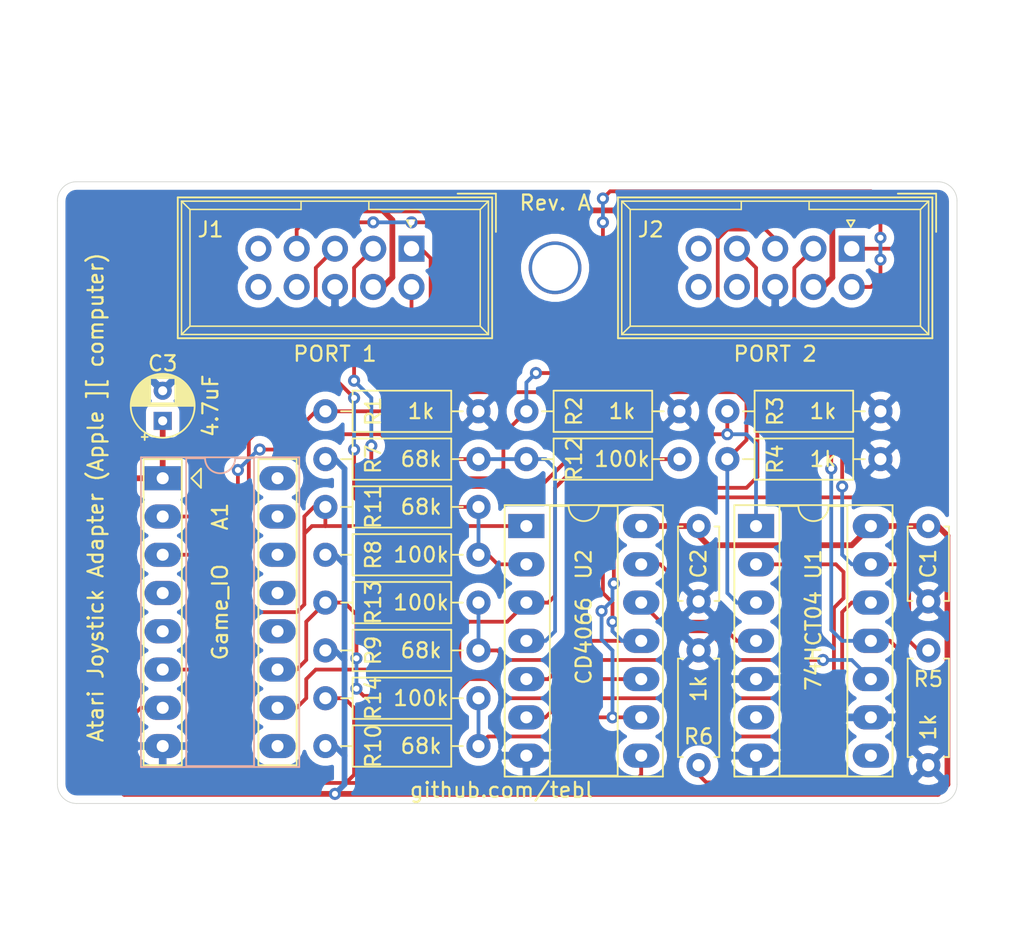
<source format=kicad_pcb>
(kicad_pcb (version 20171130) (host pcbnew "(5.1.8)-1")

  (general
    (thickness 1.6)
    (drawings 13)
    (tracks 329)
    (zones 0)
    (modules 23)
    (nets 38)
  )

  (page A4)
  (layers
    (0 F.Cu signal)
    (31 B.Cu signal)
    (32 B.Adhes user)
    (33 F.Adhes user)
    (34 B.Paste user)
    (35 F.Paste user)
    (36 B.SilkS user)
    (37 F.SilkS user)
    (38 B.Mask user)
    (39 F.Mask user)
    (40 Dwgs.User user)
    (41 Cmts.User user)
    (42 Eco1.User user)
    (43 Eco2.User user)
    (44 Edge.Cuts user)
    (45 Margin user)
    (46 B.CrtYd user)
    (47 F.CrtYd user)
    (48 B.Fab user)
    (49 F.Fab user)
  )

  (setup
    (last_trace_width 0.25)
    (trace_clearance 0.2)
    (zone_clearance 0.508)
    (zone_45_only no)
    (trace_min 0.2)
    (via_size 0.8)
    (via_drill 0.4)
    (via_min_size 0.4)
    (via_min_drill 0.3)
    (uvia_size 0.3)
    (uvia_drill 0.1)
    (uvias_allowed no)
    (uvia_min_size 0.2)
    (uvia_min_drill 0.1)
    (edge_width 0.05)
    (segment_width 0.2)
    (pcb_text_width 0.3)
    (pcb_text_size 1.5 1.5)
    (mod_edge_width 0.12)
    (mod_text_size 1 1)
    (mod_text_width 0.15)
    (pad_size 1.524 1.524)
    (pad_drill 0.762)
    (pad_to_mask_clearance 0)
    (aux_axis_origin 0 0)
    (visible_elements FFFFFF7F)
    (pcbplotparams
      (layerselection 0x010fc_ffffffff)
      (usegerberextensions true)
      (usegerberattributes true)
      (usegerberadvancedattributes true)
      (creategerberjobfile true)
      (excludeedgelayer true)
      (linewidth 0.100000)
      (plotframeref false)
      (viasonmask false)
      (mode 1)
      (useauxorigin false)
      (hpglpennumber 1)
      (hpglpenspeed 20)
      (hpglpendiameter 15.000000)
      (psnegative false)
      (psa4output false)
      (plotreference true)
      (plotvalue true)
      (plotinvisibletext false)
      (padsonsilk false)
      (subtractmaskfromsilk false)
      (outputformat 1)
      (mirror false)
      (drillshape 0)
      (scaleselection 1)
      (outputdirectory "export/"))
  )

  (net 0 "")
  (net 1 VCC)
  (net 2 "Net-(A1-Pad9)")
  (net 3 /P2_FIRE)
  (net 4 /GC1)
  (net 5 /P1_FIRE)
  (net 6 /GC3)
  (net 7 "Net-(A1-Pad4)")
  (net 8 "Net-(A1-Pad12)")
  (net 9 "Net-(A1-Pad5)")
  (net 10 "Net-(A1-Pad13)")
  (net 11 /GC0)
  (net 12 "Net-(A1-Pad14)")
  (net 13 /GC2)
  (net 14 "Net-(A1-Pad15)")
  (net 15 GND)
  (net 16 "Net-(A1-Pad16)")
  (net 17 "Net-(J1-Pad10)")
  (net 18 "Net-(J1-Pad9)")
  (net 19 "Net-(J1-Pad5)")
  (net 20 /P1_DOWN)
  (net 21 /P1_LEFT)
  (net 22 /P2_UP)
  (net 23 /P2_DOWN)
  (net 24 /P2_LEFT)
  (net 25 /P2_RIGHT)
  (net 26 "Net-(J2-Pad5)")
  (net 27 "Net-(J2-Pad9)")
  (net 28 "Net-(J2-Pad10)")
  (net 29 "Net-(U1-Pad8)")
  (net 30 "Net-(U1-Pad2)")
  (net 31 "Net-(U1-Pad10)")
  (net 32 "Net-(U1-Pad4)")
  (net 33 "Net-(U1-Pad12)")
  (net 34 "Net-(U1-Pad6)")
  (net 35 "Net-(M1-Pad1)")
  (net 36 /P1_RIGHT)
  (net 37 /P1_UP)

  (net_class Default "This is the default net class."
    (clearance 0.2)
    (trace_width 0.25)
    (via_dia 0.8)
    (via_drill 0.4)
    (uvia_dia 0.3)
    (uvia_drill 0.1)
    (add_net /GC0)
    (add_net /GC1)
    (add_net /GC2)
    (add_net /GC3)
    (add_net /P1_DOWN)
    (add_net /P1_FIRE)
    (add_net /P1_LEFT)
    (add_net /P1_RIGHT)
    (add_net /P1_UP)
    (add_net /P2_DOWN)
    (add_net /P2_FIRE)
    (add_net /P2_LEFT)
    (add_net /P2_RIGHT)
    (add_net /P2_UP)
    (add_net GND)
    (add_net "Net-(A1-Pad12)")
    (add_net "Net-(A1-Pad13)")
    (add_net "Net-(A1-Pad14)")
    (add_net "Net-(A1-Pad15)")
    (add_net "Net-(A1-Pad16)")
    (add_net "Net-(A1-Pad4)")
    (add_net "Net-(A1-Pad5)")
    (add_net "Net-(A1-Pad9)")
    (add_net "Net-(J1-Pad10)")
    (add_net "Net-(J1-Pad5)")
    (add_net "Net-(J1-Pad9)")
    (add_net "Net-(J2-Pad10)")
    (add_net "Net-(J2-Pad5)")
    (add_net "Net-(J2-Pad9)")
    (add_net "Net-(M1-Pad1)")
    (add_net "Net-(U1-Pad10)")
    (add_net "Net-(U1-Pad12)")
    (add_net "Net-(U1-Pad2)")
    (add_net "Net-(U1-Pad4)")
    (add_net "Net-(U1-Pad6)")
    (add_net "Net-(U1-Pad8)")
  )

  (net_class PWR ""
    (clearance 0.2)
    (trace_width 0.381)
    (via_dia 0.8)
    (via_drill 0.4)
    (uvia_dia 0.3)
    (uvia_drill 0.1)
    (add_net VCC)
  )

  (module adapter:DIP-16_W7.62mm_Socket_LongPads (layer F.Cu) (tedit 5FFA52B8) (tstamp 5FFA967B)
    (at 167.005 117.475)
    (descr "16-lead though-hole mounted DIP package, row spacing 7.62 mm (300 mils), Socket, LongPads")
    (tags "THT DIP DIL PDIP 2.54mm 7.62mm 300mil Socket LongPads")
    (path /5FFA2045)
    (fp_text reference A1 (at 3.81 2.54 90) (layer F.SilkS)
      (effects (font (size 1 1) (thickness 0.15)))
    )
    (fp_text value Game_IO (at 3.81 8.89 90) (layer F.SilkS)
      (effects (font (size 1 1) (thickness 0.15)))
    )
    (fp_text user %R (at 3.81 2.54 90) (layer F.Fab)
      (effects (font (size 1 1) (thickness 0.15)))
    )
    (fp_arc (start 3.81 -1.33) (end 2.81 -1.33) (angle -180) (layer B.SilkS) (width 0.12))
    (fp_line (start 6.35 19.05) (end 6.35 -1.27) (layer F.SilkS) (width 0.12))
    (fp_line (start 8.89 19.05) (end 6.35 19.05) (layer F.SilkS) (width 0.12))
    (fp_line (start 8.89 -1.27) (end 8.89 19.05) (layer F.SilkS) (width 0.12))
    (fp_line (start 6.35 -1.27) (end 8.89 -1.27) (layer F.SilkS) (width 0.12))
    (fp_line (start -1.27 19.05) (end -1.27 -1.27) (layer F.SilkS) (width 0.12))
    (fp_line (start 1.27 19.05) (end -1.27 19.05) (layer F.SilkS) (width 0.12))
    (fp_line (start 1.27 -1.27) (end 1.27 19.05) (layer F.SilkS) (width 0.12))
    (fp_line (start -1.27 -1.27) (end 1.27 -1.27) (layer F.SilkS) (width 0.12))
    (fp_line (start 9.15 -1.6) (end -1.55 -1.6) (layer F.CrtYd) (width 0.05))
    (fp_line (start 9.15 19.4) (end 9.15 -1.6) (layer F.CrtYd) (width 0.05))
    (fp_line (start -1.55 19.4) (end 9.15 19.4) (layer F.CrtYd) (width 0.05))
    (fp_line (start -1.55 -1.6) (end -1.55 19.4) (layer F.CrtYd) (width 0.05))
    (fp_line (start 9.06 -1.39) (end -1.44 -1.39) (layer B.SilkS) (width 0.12))
    (fp_line (start 9.06 19.17) (end 9.06 -1.39) (layer B.SilkS) (width 0.12))
    (fp_line (start -1.44 19.17) (end 9.06 19.17) (layer B.SilkS) (width 0.12))
    (fp_line (start -1.44 -1.39) (end -1.44 19.17) (layer B.SilkS) (width 0.12))
    (fp_line (start 6.06 -1.33) (end 4.81 -1.33) (layer B.SilkS) (width 0.12))
    (fp_line (start 6.06 19.11) (end 6.06 -1.33) (layer B.SilkS) (width 0.12))
    (fp_line (start 1.56 19.11) (end 6.06 19.11) (layer B.SilkS) (width 0.12))
    (fp_line (start 1.56 -1.33) (end 1.56 19.11) (layer B.SilkS) (width 0.12))
    (fp_line (start 2.81 -1.33) (end 1.56 -1.33) (layer B.SilkS) (width 0.12))
    (fp_line (start 8.89 -1.33) (end -1.27 -1.33) (layer F.Fab) (width 0.1))
    (fp_line (start 8.89 19.11) (end 8.89 -1.33) (layer F.Fab) (width 0.1))
    (fp_line (start -1.27 19.11) (end 8.89 19.11) (layer F.Fab) (width 0.1))
    (fp_line (start -1.27 -1.33) (end -1.27 19.11) (layer F.Fab) (width 0.1))
    (fp_line (start 0.635 -0.27) (end 1.635 -1.27) (layer F.Fab) (width 0.1))
    (fp_line (start 0.635 19.05) (end 0.635 -0.27) (layer F.Fab) (width 0.1))
    (fp_line (start 6.985 19.05) (end 0.635 19.05) (layer F.Fab) (width 0.1))
    (fp_line (start 6.985 -1.27) (end 6.985 19.05) (layer F.Fab) (width 0.1))
    (fp_line (start 1.635 -1.27) (end 6.985 -1.27) (layer F.Fab) (width 0.1))
    (fp_line (start 1.905 0) (end 2.54 -0.635) (layer F.SilkS) (width 0.12))
    (fp_line (start 2.54 -0.635) (end 2.54 0.635) (layer F.SilkS) (width 0.12))
    (fp_line (start 2.54 0.635) (end 1.905 0) (layer F.SilkS) (width 0.12))
    (pad 16 thru_hole oval (at 7.62 0) (size 2.4 1.6) (drill 0.8) (layers *.Cu *.Mask)
      (net 16 "Net-(A1-Pad16)"))
    (pad 8 thru_hole oval (at 0 17.78) (size 2.4 1.6) (drill 0.8) (layers *.Cu *.Mask)
      (net 15 GND))
    (pad 15 thru_hole oval (at 7.62 2.54) (size 2.4 1.6) (drill 0.8) (layers *.Cu *.Mask)
      (net 14 "Net-(A1-Pad15)"))
    (pad 7 thru_hole oval (at 0 15.24) (size 2.4 1.6) (drill 0.8) (layers *.Cu *.Mask)
      (net 13 /GC2))
    (pad 14 thru_hole oval (at 7.62 5.08) (size 2.4 1.6) (drill 0.8) (layers *.Cu *.Mask)
      (net 12 "Net-(A1-Pad14)"))
    (pad 6 thru_hole oval (at 0 12.7) (size 2.4 1.6) (drill 0.8) (layers *.Cu *.Mask)
      (net 11 /GC0))
    (pad 13 thru_hole oval (at 7.62 7.62) (size 2.4 1.6) (drill 0.8) (layers *.Cu *.Mask)
      (net 10 "Net-(A1-Pad13)"))
    (pad 5 thru_hole oval (at 0 10.16) (size 2.4 1.6) (drill 0.8) (layers *.Cu *.Mask)
      (net 9 "Net-(A1-Pad5)"))
    (pad 12 thru_hole oval (at 7.62 10.16) (size 2.4 1.6) (drill 0.8) (layers *.Cu *.Mask)
      (net 8 "Net-(A1-Pad12)"))
    (pad 4 thru_hole oval (at 0 7.62) (size 2.4 1.6) (drill 0.8) (layers *.Cu *.Mask)
      (net 7 "Net-(A1-Pad4)"))
    (pad 11 thru_hole oval (at 7.62 12.7) (size 2.4 1.6) (drill 0.8) (layers *.Cu *.Mask)
      (net 6 /GC3))
    (pad 3 thru_hole oval (at 0 5.08) (size 2.4 1.6) (drill 0.8) (layers *.Cu *.Mask)
      (net 5 /P1_FIRE))
    (pad 10 thru_hole oval (at 7.62 15.24) (size 2.4 1.6) (drill 0.8) (layers *.Cu *.Mask)
      (net 4 /GC1))
    (pad 2 thru_hole oval (at 0 2.54) (size 2.4 1.6) (drill 0.8) (layers *.Cu *.Mask)
      (net 3 /P2_FIRE))
    (pad 9 thru_hole oval (at 7.62 17.78) (size 2.4 1.6) (drill 0.8) (layers *.Cu *.Mask)
      (net 2 "Net-(A1-Pad9)"))
    (pad 1 thru_hole rect (at 0 0) (size 2.4 1.6) (drill 0.8) (layers *.Cu *.Mask)
      (net 1 VCC))
    (model ${KISYS3DMOD}/Package_DIP.3dshapes/DIP-16_W7.62mm_Socket.wrl
      (at (xyz 0 0 0))
      (scale (xyz 1 1 1))
      (rotate (xyz 0 0 0))
    )
  )

  (module Resistor_THT:R_Axial_DIN0207_L6.3mm_D2.5mm_P10.16mm_Horizontal (layer F.Cu) (tedit 5AE5139B) (tstamp 5FFAC7F7)
    (at 214.63 113.03 180)
    (descr "Resistor, Axial_DIN0207 series, Axial, Horizontal, pin pitch=10.16mm, 0.25W = 1/4W, length*diameter=6.3*2.5mm^2, http://cdn-reichelt.de/documents/datenblatt/B400/1_4W%23YAG.pdf")
    (tags "Resistor Axial_DIN0207 series Axial Horizontal pin pitch 10.16mm 0.25W = 1/4W length 6.3mm diameter 2.5mm")
    (path /6009D485)
    (fp_text reference R3 (at 6.985 0 90) (layer F.SilkS)
      (effects (font (size 1 1) (thickness 0.15)))
    )
    (fp_text value 1k (at 3.81 0) (layer F.SilkS)
      (effects (font (size 1 1) (thickness 0.15)))
    )
    (fp_text user %R (at 6.985 0 90) (layer F.Fab)
      (effects (font (size 1 1) (thickness 0.15)))
    )
    (fp_line (start 1.93 -1.25) (end 1.93 1.25) (layer F.Fab) (width 0.1))
    (fp_line (start 1.93 1.25) (end 8.23 1.25) (layer F.Fab) (width 0.1))
    (fp_line (start 8.23 1.25) (end 8.23 -1.25) (layer F.Fab) (width 0.1))
    (fp_line (start 8.23 -1.25) (end 1.93 -1.25) (layer F.Fab) (width 0.1))
    (fp_line (start 0 0) (end 1.93 0) (layer F.Fab) (width 0.1))
    (fp_line (start 10.16 0) (end 8.23 0) (layer F.Fab) (width 0.1))
    (fp_line (start 1.81 -1.37) (end 1.81 1.37) (layer F.SilkS) (width 0.12))
    (fp_line (start 1.81 1.37) (end 8.35 1.37) (layer F.SilkS) (width 0.12))
    (fp_line (start 8.35 1.37) (end 8.35 -1.37) (layer F.SilkS) (width 0.12))
    (fp_line (start 8.35 -1.37) (end 1.81 -1.37) (layer F.SilkS) (width 0.12))
    (fp_line (start 1.04 0) (end 1.81 0) (layer F.SilkS) (width 0.12))
    (fp_line (start 9.12 0) (end 8.35 0) (layer F.SilkS) (width 0.12))
    (fp_line (start -1.05 -1.5) (end -1.05 1.5) (layer F.CrtYd) (width 0.05))
    (fp_line (start -1.05 1.5) (end 11.21 1.5) (layer F.CrtYd) (width 0.05))
    (fp_line (start 11.21 1.5) (end 11.21 -1.5) (layer F.CrtYd) (width 0.05))
    (fp_line (start 11.21 -1.5) (end -1.05 -1.5) (layer F.CrtYd) (width 0.05))
    (pad 2 thru_hole oval (at 10.16 0 180) (size 1.6 1.6) (drill 0.8) (layers *.Cu *.Mask)
      (net 20 /P1_DOWN))
    (pad 1 thru_hole circle (at 0 0 180) (size 1.6 1.6) (drill 0.8) (layers *.Cu *.Mask)
      (net 15 GND))
    (model ${KISYS3DMOD}/Resistor_THT.3dshapes/R_Axial_DIN0207_L6.3mm_D2.5mm_P10.16mm_Horizontal.wrl
      (at (xyz 0 0 0))
      (scale (xyz 1 1 1))
      (rotate (xyz 0 0 0))
    )
  )

  (module Capacitor_THT:C_Disc_D4.7mm_W2.5mm_P5.00mm (layer F.Cu) (tedit 5AE50EF0) (tstamp 5FFA8203)
    (at 202.565 120.65 270)
    (descr "C, Disc series, Radial, pin pitch=5.00mm, , diameter*width=4.7*2.5mm^2, Capacitor, http://www.vishay.com/docs/45233/krseries.pdf")
    (tags "C Disc series Radial pin pitch 5.00mm  diameter 4.7mm width 2.5mm Capacitor")
    (path /60638FB0)
    (fp_text reference C2 (at 2.5 0 90) (layer F.SilkS)
      (effects (font (size 1 1) (thickness 0.15)))
    )
    (fp_text value 100nF (at 2.5 2.5 90) (layer F.Fab)
      (effects (font (size 1 1) (thickness 0.15)))
    )
    (fp_text user %R (at 2.5 0 90) (layer F.Fab)
      (effects (font (size 0.94 0.94) (thickness 0.141)))
    )
    (fp_line (start 0.15 -1.25) (end 0.15 1.25) (layer F.Fab) (width 0.1))
    (fp_line (start 0.15 1.25) (end 4.85 1.25) (layer F.Fab) (width 0.1))
    (fp_line (start 4.85 1.25) (end 4.85 -1.25) (layer F.Fab) (width 0.1))
    (fp_line (start 4.85 -1.25) (end 0.15 -1.25) (layer F.Fab) (width 0.1))
    (fp_line (start 0.03 -1.37) (end 4.97 -1.37) (layer F.SilkS) (width 0.12))
    (fp_line (start 0.03 1.37) (end 4.97 1.37) (layer F.SilkS) (width 0.12))
    (fp_line (start 0.03 -1.37) (end 0.03 -1.055) (layer F.SilkS) (width 0.12))
    (fp_line (start 0.03 1.055) (end 0.03 1.37) (layer F.SilkS) (width 0.12))
    (fp_line (start 4.97 -1.37) (end 4.97 -1.055) (layer F.SilkS) (width 0.12))
    (fp_line (start 4.97 1.055) (end 4.97 1.37) (layer F.SilkS) (width 0.12))
    (fp_line (start -1.05 -1.5) (end -1.05 1.5) (layer F.CrtYd) (width 0.05))
    (fp_line (start -1.05 1.5) (end 6.05 1.5) (layer F.CrtYd) (width 0.05))
    (fp_line (start 6.05 1.5) (end 6.05 -1.5) (layer F.CrtYd) (width 0.05))
    (fp_line (start 6.05 -1.5) (end -1.05 -1.5) (layer F.CrtYd) (width 0.05))
    (pad 2 thru_hole circle (at 5 0 270) (size 1.6 1.6) (drill 0.8) (layers *.Cu *.Mask)
      (net 15 GND))
    (pad 1 thru_hole circle (at 0 0 270) (size 1.6 1.6) (drill 0.8) (layers *.Cu *.Mask)
      (net 1 VCC))
    (model ${KISYS3DMOD}/Capacitor_THT.3dshapes/C_Disc_D4.7mm_W2.5mm_P5.00mm.wrl
      (at (xyz 0 0 0))
      (scale (xyz 1 1 1))
      (rotate (xyz 0 0 0))
    )
  )

  (module Resistor_THT:R_Axial_DIN0207_L6.3mm_D2.5mm_P10.16mm_Horizontal (layer F.Cu) (tedit 5AE5139B) (tstamp 5FFAC629)
    (at 177.8 132.08)
    (descr "Resistor, Axial_DIN0207 series, Axial, Horizontal, pin pitch=10.16mm, 0.25W = 1/4W, length*diameter=6.3*2.5mm^2, http://cdn-reichelt.de/documents/datenblatt/B400/1_4W%23YAG.pdf")
    (tags "Resistor Axial_DIN0207 series Axial Horizontal pin pitch 10.16mm 0.25W = 1/4W length 6.3mm diameter 2.5mm")
    (path /5FFCFAAC)
    (fp_text reference R14 (at 3.175 0 90) (layer F.SilkS)
      (effects (font (size 1 1) (thickness 0.15)))
    )
    (fp_text value 100k (at 6.35 0) (layer F.SilkS)
      (effects (font (size 1 1) (thickness 0.15)))
    )
    (fp_line (start 11.21 -1.5) (end -1.05 -1.5) (layer F.CrtYd) (width 0.05))
    (fp_line (start 11.21 1.5) (end 11.21 -1.5) (layer F.CrtYd) (width 0.05))
    (fp_line (start -1.05 1.5) (end 11.21 1.5) (layer F.CrtYd) (width 0.05))
    (fp_line (start -1.05 -1.5) (end -1.05 1.5) (layer F.CrtYd) (width 0.05))
    (fp_line (start 9.12 0) (end 8.35 0) (layer F.SilkS) (width 0.12))
    (fp_line (start 1.04 0) (end 1.81 0) (layer F.SilkS) (width 0.12))
    (fp_line (start 8.35 -1.37) (end 1.81 -1.37) (layer F.SilkS) (width 0.12))
    (fp_line (start 8.35 1.37) (end 8.35 -1.37) (layer F.SilkS) (width 0.12))
    (fp_line (start 1.81 1.37) (end 8.35 1.37) (layer F.SilkS) (width 0.12))
    (fp_line (start 1.81 -1.37) (end 1.81 1.37) (layer F.SilkS) (width 0.12))
    (fp_line (start 10.16 0) (end 8.23 0) (layer F.Fab) (width 0.1))
    (fp_line (start 0 0) (end 1.93 0) (layer F.Fab) (width 0.1))
    (fp_line (start 8.23 -1.25) (end 1.93 -1.25) (layer F.Fab) (width 0.1))
    (fp_line (start 8.23 1.25) (end 8.23 -1.25) (layer F.Fab) (width 0.1))
    (fp_line (start 1.93 1.25) (end 8.23 1.25) (layer F.Fab) (width 0.1))
    (fp_line (start 1.93 -1.25) (end 1.93 1.25) (layer F.Fab) (width 0.1))
    (fp_text user %R (at 3.175 0 90) (layer F.Fab)
      (effects (font (size 1 1) (thickness 0.15)))
    )
    (pad 1 thru_hole circle (at 0 0) (size 1.6 1.6) (drill 0.8) (layers *.Cu *.Mask)
      (net 13 /GC2))
    (pad 2 thru_hole oval (at 10.16 0) (size 1.6 1.6) (drill 0.8) (layers *.Cu *.Mask)
      (net 22 /P2_UP))
    (model ${KISYS3DMOD}/Resistor_THT.3dshapes/R_Axial_DIN0207_L6.3mm_D2.5mm_P10.16mm_Horizontal.wrl
      (at (xyz 0 0 0))
      (scale (xyz 1 1 1))
      (rotate (xyz 0 0 0))
    )
  )

  (module Package_DIP:DIP-14_W7.62mm_Socket_LongPads (layer F.Cu) (tedit 5A02E8C5) (tstamp 5FFA8438)
    (at 206.375 120.65)
    (descr "14-lead though-hole mounted DIP package, row spacing 7.62 mm (300 mils), Socket, LongPads")
    (tags "THT DIP DIL PDIP 2.54mm 7.62mm 300mil Socket LongPads")
    (path /5FFAA574)
    (fp_text reference U1 (at 3.81 2.54 270) (layer F.SilkS)
      (effects (font (size 1 1) (thickness 0.15)))
    )
    (fp_text value 74HCT04 (at 3.81 7.62 90) (layer F.SilkS)
      (effects (font (size 1 1) (thickness 0.15)))
    )
    (fp_line (start 9.15 -1.6) (end -1.55 -1.6) (layer F.CrtYd) (width 0.05))
    (fp_line (start 9.15 16.85) (end 9.15 -1.6) (layer F.CrtYd) (width 0.05))
    (fp_line (start -1.55 16.85) (end 9.15 16.85) (layer F.CrtYd) (width 0.05))
    (fp_line (start -1.55 -1.6) (end -1.55 16.85) (layer F.CrtYd) (width 0.05))
    (fp_line (start 9.06 -1.39) (end -1.44 -1.39) (layer F.SilkS) (width 0.12))
    (fp_line (start 9.06 16.63) (end 9.06 -1.39) (layer F.SilkS) (width 0.12))
    (fp_line (start -1.44 16.63) (end 9.06 16.63) (layer F.SilkS) (width 0.12))
    (fp_line (start -1.44 -1.39) (end -1.44 16.63) (layer F.SilkS) (width 0.12))
    (fp_line (start 6.06 -1.33) (end 4.81 -1.33) (layer F.SilkS) (width 0.12))
    (fp_line (start 6.06 16.57) (end 6.06 -1.33) (layer F.SilkS) (width 0.12))
    (fp_line (start 1.56 16.57) (end 6.06 16.57) (layer F.SilkS) (width 0.12))
    (fp_line (start 1.56 -1.33) (end 1.56 16.57) (layer F.SilkS) (width 0.12))
    (fp_line (start 2.81 -1.33) (end 1.56 -1.33) (layer F.SilkS) (width 0.12))
    (fp_line (start 8.89 -1.33) (end -1.27 -1.33) (layer F.Fab) (width 0.1))
    (fp_line (start 8.89 16.57) (end 8.89 -1.33) (layer F.Fab) (width 0.1))
    (fp_line (start -1.27 16.57) (end 8.89 16.57) (layer F.Fab) (width 0.1))
    (fp_line (start -1.27 -1.33) (end -1.27 16.57) (layer F.Fab) (width 0.1))
    (fp_line (start 0.635 -0.27) (end 1.635 -1.27) (layer F.Fab) (width 0.1))
    (fp_line (start 0.635 16.51) (end 0.635 -0.27) (layer F.Fab) (width 0.1))
    (fp_line (start 6.985 16.51) (end 0.635 16.51) (layer F.Fab) (width 0.1))
    (fp_line (start 6.985 -1.27) (end 6.985 16.51) (layer F.Fab) (width 0.1))
    (fp_line (start 1.635 -1.27) (end 6.985 -1.27) (layer F.Fab) (width 0.1))
    (fp_arc (start 3.81 -1.33) (end 2.81 -1.33) (angle -180) (layer F.SilkS) (width 0.12))
    (fp_text user %R (at 3.81 2.54 270) (layer F.Fab)
      (effects (font (size 1 1) (thickness 0.15)))
    )
    (pad 1 thru_hole rect (at 0 0) (size 2.4 1.6) (drill 0.8) (layers *.Cu *.Mask)
      (net 20 /P1_DOWN))
    (pad 8 thru_hole oval (at 7.62 15.24) (size 2.4 1.6) (drill 0.8) (layers *.Cu *.Mask)
      (net 29 "Net-(U1-Pad8)"))
    (pad 2 thru_hole oval (at 0 2.54) (size 2.4 1.6) (drill 0.8) (layers *.Cu *.Mask)
      (net 30 "Net-(U1-Pad2)"))
    (pad 9 thru_hole oval (at 7.62 12.7) (size 2.4 1.6) (drill 0.8) (layers *.Cu *.Mask)
      (net 15 GND))
    (pad 3 thru_hole oval (at 0 5.08) (size 2.4 1.6) (drill 0.8) (layers *.Cu *.Mask)
      (net 36 /P1_RIGHT))
    (pad 10 thru_hole oval (at 7.62 10.16) (size 2.4 1.6) (drill 0.8) (layers *.Cu *.Mask)
      (net 31 "Net-(U1-Pad10)"))
    (pad 4 thru_hole oval (at 0 7.62) (size 2.4 1.6) (drill 0.8) (layers *.Cu *.Mask)
      (net 32 "Net-(U1-Pad4)"))
    (pad 11 thru_hole oval (at 7.62 7.62) (size 2.4 1.6) (drill 0.8) (layers *.Cu *.Mask)
      (net 25 /P2_RIGHT))
    (pad 5 thru_hole oval (at 0 10.16) (size 2.4 1.6) (drill 0.8) (layers *.Cu *.Mask)
      (net 15 GND))
    (pad 12 thru_hole oval (at 7.62 5.08) (size 2.4 1.6) (drill 0.8) (layers *.Cu *.Mask)
      (net 33 "Net-(U1-Pad12)"))
    (pad 6 thru_hole oval (at 0 12.7) (size 2.4 1.6) (drill 0.8) (layers *.Cu *.Mask)
      (net 34 "Net-(U1-Pad6)"))
    (pad 13 thru_hole oval (at 7.62 2.54) (size 2.4 1.6) (drill 0.8) (layers *.Cu *.Mask)
      (net 23 /P2_DOWN))
    (pad 7 thru_hole oval (at 0 15.24) (size 2.4 1.6) (drill 0.8) (layers *.Cu *.Mask)
      (net 15 GND))
    (pad 14 thru_hole oval (at 7.62 0) (size 2.4 1.6) (drill 0.8) (layers *.Cu *.Mask)
      (net 1 VCC))
    (model ${KISYS3DMOD}/Package_DIP.3dshapes/DIP-14_W7.62mm_Socket.wrl
      (at (xyz 0 0 0))
      (scale (xyz 1 1 1))
      (rotate (xyz 0 0 0))
    )
  )

  (module Capacitor_THT:C_Disc_D4.7mm_W2.5mm_P5.00mm (layer F.Cu) (tedit 5AE50EF0) (tstamp 5FFA81EE)
    (at 217.805 120.65 270)
    (descr "C, Disc series, Radial, pin pitch=5.00mm, , diameter*width=4.7*2.5mm^2, Capacitor, http://www.vishay.com/docs/45233/krseries.pdf")
    (tags "C Disc series Radial pin pitch 5.00mm  diameter 4.7mm width 2.5mm Capacitor")
    (path /60638572)
    (fp_text reference C1 (at 2.5 0 90) (layer F.SilkS)
      (effects (font (size 1 1) (thickness 0.15)))
    )
    (fp_text value 100nF (at 2.5 2.5 90) (layer F.Fab)
      (effects (font (size 1 1) (thickness 0.15)))
    )
    (fp_line (start 6.05 -1.5) (end -1.05 -1.5) (layer F.CrtYd) (width 0.05))
    (fp_line (start 6.05 1.5) (end 6.05 -1.5) (layer F.CrtYd) (width 0.05))
    (fp_line (start -1.05 1.5) (end 6.05 1.5) (layer F.CrtYd) (width 0.05))
    (fp_line (start -1.05 -1.5) (end -1.05 1.5) (layer F.CrtYd) (width 0.05))
    (fp_line (start 4.97 1.055) (end 4.97 1.37) (layer F.SilkS) (width 0.12))
    (fp_line (start 4.97 -1.37) (end 4.97 -1.055) (layer F.SilkS) (width 0.12))
    (fp_line (start 0.03 1.055) (end 0.03 1.37) (layer F.SilkS) (width 0.12))
    (fp_line (start 0.03 -1.37) (end 0.03 -1.055) (layer F.SilkS) (width 0.12))
    (fp_line (start 0.03 1.37) (end 4.97 1.37) (layer F.SilkS) (width 0.12))
    (fp_line (start 0.03 -1.37) (end 4.97 -1.37) (layer F.SilkS) (width 0.12))
    (fp_line (start 4.85 -1.25) (end 0.15 -1.25) (layer F.Fab) (width 0.1))
    (fp_line (start 4.85 1.25) (end 4.85 -1.25) (layer F.Fab) (width 0.1))
    (fp_line (start 0.15 1.25) (end 4.85 1.25) (layer F.Fab) (width 0.1))
    (fp_line (start 0.15 -1.25) (end 0.15 1.25) (layer F.Fab) (width 0.1))
    (fp_text user %R (at 2.5 0 90) (layer F.Fab)
      (effects (font (size 0.94 0.94) (thickness 0.141)))
    )
    (pad 1 thru_hole circle (at 0 0 270) (size 1.6 1.6) (drill 0.8) (layers *.Cu *.Mask)
      (net 1 VCC))
    (pad 2 thru_hole circle (at 5 0 270) (size 1.6 1.6) (drill 0.8) (layers *.Cu *.Mask)
      (net 15 GND))
    (model ${KISYS3DMOD}/Capacitor_THT.3dshapes/C_Disc_D4.7mm_W2.5mm_P5.00mm.wrl
      (at (xyz 0 0 0))
      (scale (xyz 1 1 1))
      (rotate (xyz 0 0 0))
    )
  )

  (module Capacitor_THT:CP_Radial_D4.0mm_P2.00mm (layer F.Cu) (tedit 5AE50EF0) (tstamp 5FFAFB40)
    (at 167.005 113.665 90)
    (descr "CP, Radial series, Radial, pin pitch=2.00mm, , diameter=4mm, Electrolytic Capacitor")
    (tags "CP Radial series Radial pin pitch 2.00mm  diameter 4mm Electrolytic Capacitor")
    (path /6017EEF5)
    (fp_text reference C3 (at 3.81 0 180) (layer F.SilkS)
      (effects (font (size 1 1) (thickness 0.15)))
    )
    (fp_text value 4.7uF (at 1 3.175 90) (layer F.SilkS)
      (effects (font (size 1 1) (thickness 0.15)))
    )
    (fp_line (start -1.069801 -1.395) (end -1.069801 -0.995) (layer F.SilkS) (width 0.12))
    (fp_line (start -1.269801 -1.195) (end -0.869801 -1.195) (layer F.SilkS) (width 0.12))
    (fp_line (start 3.081 -0.37) (end 3.081 0.37) (layer F.SilkS) (width 0.12))
    (fp_line (start 3.041 -0.537) (end 3.041 0.537) (layer F.SilkS) (width 0.12))
    (fp_line (start 3.001 -0.664) (end 3.001 0.664) (layer F.SilkS) (width 0.12))
    (fp_line (start 2.961 -0.768) (end 2.961 0.768) (layer F.SilkS) (width 0.12))
    (fp_line (start 2.921 -0.859) (end 2.921 0.859) (layer F.SilkS) (width 0.12))
    (fp_line (start 2.881 -0.94) (end 2.881 0.94) (layer F.SilkS) (width 0.12))
    (fp_line (start 2.841 -1.013) (end 2.841 1.013) (layer F.SilkS) (width 0.12))
    (fp_line (start 2.801 0.84) (end 2.801 1.08) (layer F.SilkS) (width 0.12))
    (fp_line (start 2.801 -1.08) (end 2.801 -0.84) (layer F.SilkS) (width 0.12))
    (fp_line (start 2.761 0.84) (end 2.761 1.142) (layer F.SilkS) (width 0.12))
    (fp_line (start 2.761 -1.142) (end 2.761 -0.84) (layer F.SilkS) (width 0.12))
    (fp_line (start 2.721 0.84) (end 2.721 1.2) (layer F.SilkS) (width 0.12))
    (fp_line (start 2.721 -1.2) (end 2.721 -0.84) (layer F.SilkS) (width 0.12))
    (fp_line (start 2.681 0.84) (end 2.681 1.254) (layer F.SilkS) (width 0.12))
    (fp_line (start 2.681 -1.254) (end 2.681 -0.84) (layer F.SilkS) (width 0.12))
    (fp_line (start 2.641 0.84) (end 2.641 1.304) (layer F.SilkS) (width 0.12))
    (fp_line (start 2.641 -1.304) (end 2.641 -0.84) (layer F.SilkS) (width 0.12))
    (fp_line (start 2.601 0.84) (end 2.601 1.351) (layer F.SilkS) (width 0.12))
    (fp_line (start 2.601 -1.351) (end 2.601 -0.84) (layer F.SilkS) (width 0.12))
    (fp_line (start 2.561 0.84) (end 2.561 1.396) (layer F.SilkS) (width 0.12))
    (fp_line (start 2.561 -1.396) (end 2.561 -0.84) (layer F.SilkS) (width 0.12))
    (fp_line (start 2.521 0.84) (end 2.521 1.438) (layer F.SilkS) (width 0.12))
    (fp_line (start 2.521 -1.438) (end 2.521 -0.84) (layer F.SilkS) (width 0.12))
    (fp_line (start 2.481 0.84) (end 2.481 1.478) (layer F.SilkS) (width 0.12))
    (fp_line (start 2.481 -1.478) (end 2.481 -0.84) (layer F.SilkS) (width 0.12))
    (fp_line (start 2.441 0.84) (end 2.441 1.516) (layer F.SilkS) (width 0.12))
    (fp_line (start 2.441 -1.516) (end 2.441 -0.84) (layer F.SilkS) (width 0.12))
    (fp_line (start 2.401 0.84) (end 2.401 1.552) (layer F.SilkS) (width 0.12))
    (fp_line (start 2.401 -1.552) (end 2.401 -0.84) (layer F.SilkS) (width 0.12))
    (fp_line (start 2.361 0.84) (end 2.361 1.587) (layer F.SilkS) (width 0.12))
    (fp_line (start 2.361 -1.587) (end 2.361 -0.84) (layer F.SilkS) (width 0.12))
    (fp_line (start 2.321 0.84) (end 2.321 1.619) (layer F.SilkS) (width 0.12))
    (fp_line (start 2.321 -1.619) (end 2.321 -0.84) (layer F.SilkS) (width 0.12))
    (fp_line (start 2.281 0.84) (end 2.281 1.65) (layer F.SilkS) (width 0.12))
    (fp_line (start 2.281 -1.65) (end 2.281 -0.84) (layer F.SilkS) (width 0.12))
    (fp_line (start 2.241 0.84) (end 2.241 1.68) (layer F.SilkS) (width 0.12))
    (fp_line (start 2.241 -1.68) (end 2.241 -0.84) (layer F.SilkS) (width 0.12))
    (fp_line (start 2.201 0.84) (end 2.201 1.708) (layer F.SilkS) (width 0.12))
    (fp_line (start 2.201 -1.708) (end 2.201 -0.84) (layer F.SilkS) (width 0.12))
    (fp_line (start 2.161 0.84) (end 2.161 1.735) (layer F.SilkS) (width 0.12))
    (fp_line (start 2.161 -1.735) (end 2.161 -0.84) (layer F.SilkS) (width 0.12))
    (fp_line (start 2.121 0.84) (end 2.121 1.76) (layer F.SilkS) (width 0.12))
    (fp_line (start 2.121 -1.76) (end 2.121 -0.84) (layer F.SilkS) (width 0.12))
    (fp_line (start 2.081 0.84) (end 2.081 1.785) (layer F.SilkS) (width 0.12))
    (fp_line (start 2.081 -1.785) (end 2.081 -0.84) (layer F.SilkS) (width 0.12))
    (fp_line (start 2.041 0.84) (end 2.041 1.808) (layer F.SilkS) (width 0.12))
    (fp_line (start 2.041 -1.808) (end 2.041 -0.84) (layer F.SilkS) (width 0.12))
    (fp_line (start 2.001 0.84) (end 2.001 1.83) (layer F.SilkS) (width 0.12))
    (fp_line (start 2.001 -1.83) (end 2.001 -0.84) (layer F.SilkS) (width 0.12))
    (fp_line (start 1.961 0.84) (end 1.961 1.851) (layer F.SilkS) (width 0.12))
    (fp_line (start 1.961 -1.851) (end 1.961 -0.84) (layer F.SilkS) (width 0.12))
    (fp_line (start 1.921 0.84) (end 1.921 1.87) (layer F.SilkS) (width 0.12))
    (fp_line (start 1.921 -1.87) (end 1.921 -0.84) (layer F.SilkS) (width 0.12))
    (fp_line (start 1.881 0.84) (end 1.881 1.889) (layer F.SilkS) (width 0.12))
    (fp_line (start 1.881 -1.889) (end 1.881 -0.84) (layer F.SilkS) (width 0.12))
    (fp_line (start 1.841 0.84) (end 1.841 1.907) (layer F.SilkS) (width 0.12))
    (fp_line (start 1.841 -1.907) (end 1.841 -0.84) (layer F.SilkS) (width 0.12))
    (fp_line (start 1.801 0.84) (end 1.801 1.924) (layer F.SilkS) (width 0.12))
    (fp_line (start 1.801 -1.924) (end 1.801 -0.84) (layer F.SilkS) (width 0.12))
    (fp_line (start 1.761 0.84) (end 1.761 1.94) (layer F.SilkS) (width 0.12))
    (fp_line (start 1.761 -1.94) (end 1.761 -0.84) (layer F.SilkS) (width 0.12))
    (fp_line (start 1.721 0.84) (end 1.721 1.954) (layer F.SilkS) (width 0.12))
    (fp_line (start 1.721 -1.954) (end 1.721 -0.84) (layer F.SilkS) (width 0.12))
    (fp_line (start 1.68 0.84) (end 1.68 1.968) (layer F.SilkS) (width 0.12))
    (fp_line (start 1.68 -1.968) (end 1.68 -0.84) (layer F.SilkS) (width 0.12))
    (fp_line (start 1.64 0.84) (end 1.64 1.982) (layer F.SilkS) (width 0.12))
    (fp_line (start 1.64 -1.982) (end 1.64 -0.84) (layer F.SilkS) (width 0.12))
    (fp_line (start 1.6 0.84) (end 1.6 1.994) (layer F.SilkS) (width 0.12))
    (fp_line (start 1.6 -1.994) (end 1.6 -0.84) (layer F.SilkS) (width 0.12))
    (fp_line (start 1.56 0.84) (end 1.56 2.005) (layer F.SilkS) (width 0.12))
    (fp_line (start 1.56 -2.005) (end 1.56 -0.84) (layer F.SilkS) (width 0.12))
    (fp_line (start 1.52 0.84) (end 1.52 2.016) (layer F.SilkS) (width 0.12))
    (fp_line (start 1.52 -2.016) (end 1.52 -0.84) (layer F.SilkS) (width 0.12))
    (fp_line (start 1.48 0.84) (end 1.48 2.025) (layer F.SilkS) (width 0.12))
    (fp_line (start 1.48 -2.025) (end 1.48 -0.84) (layer F.SilkS) (width 0.12))
    (fp_line (start 1.44 0.84) (end 1.44 2.034) (layer F.SilkS) (width 0.12))
    (fp_line (start 1.44 -2.034) (end 1.44 -0.84) (layer F.SilkS) (width 0.12))
    (fp_line (start 1.4 0.84) (end 1.4 2.042) (layer F.SilkS) (width 0.12))
    (fp_line (start 1.4 -2.042) (end 1.4 -0.84) (layer F.SilkS) (width 0.12))
    (fp_line (start 1.36 0.84) (end 1.36 2.05) (layer F.SilkS) (width 0.12))
    (fp_line (start 1.36 -2.05) (end 1.36 -0.84) (layer F.SilkS) (width 0.12))
    (fp_line (start 1.32 0.84) (end 1.32 2.056) (layer F.SilkS) (width 0.12))
    (fp_line (start 1.32 -2.056) (end 1.32 -0.84) (layer F.SilkS) (width 0.12))
    (fp_line (start 1.28 0.84) (end 1.28 2.062) (layer F.SilkS) (width 0.12))
    (fp_line (start 1.28 -2.062) (end 1.28 -0.84) (layer F.SilkS) (width 0.12))
    (fp_line (start 1.24 0.84) (end 1.24 2.067) (layer F.SilkS) (width 0.12))
    (fp_line (start 1.24 -2.067) (end 1.24 -0.84) (layer F.SilkS) (width 0.12))
    (fp_line (start 1.2 0.84) (end 1.2 2.071) (layer F.SilkS) (width 0.12))
    (fp_line (start 1.2 -2.071) (end 1.2 -0.84) (layer F.SilkS) (width 0.12))
    (fp_line (start 1.16 -2.074) (end 1.16 2.074) (layer F.SilkS) (width 0.12))
    (fp_line (start 1.12 -2.077) (end 1.12 2.077) (layer F.SilkS) (width 0.12))
    (fp_line (start 1.08 -2.079) (end 1.08 2.079) (layer F.SilkS) (width 0.12))
    (fp_line (start 1.04 -2.08) (end 1.04 2.08) (layer F.SilkS) (width 0.12))
    (fp_line (start 1 -2.08) (end 1 2.08) (layer F.SilkS) (width 0.12))
    (fp_line (start -0.502554 -1.0675) (end -0.502554 -0.6675) (layer F.Fab) (width 0.1))
    (fp_line (start -0.702554 -0.8675) (end -0.302554 -0.8675) (layer F.Fab) (width 0.1))
    (fp_circle (center 1 0) (end 3.25 0) (layer F.CrtYd) (width 0.05))
    (fp_circle (center 1 0) (end 3.12 0) (layer F.SilkS) (width 0.12))
    (fp_circle (center 1 0) (end 3 0) (layer F.Fab) (width 0.1))
    (fp_text user %R (at 1 0 90) (layer F.Fab)
      (effects (font (size 0.8 0.8) (thickness 0.12)))
    )
    (pad 1 thru_hole rect (at 0 0 90) (size 1.2 1.2) (drill 0.6) (layers *.Cu *.Mask)
      (net 1 VCC))
    (pad 2 thru_hole circle (at 2 0 90) (size 1.2 1.2) (drill 0.6) (layers *.Cu *.Mask)
      (net 15 GND))
    (model ${KISYS3DMOD}/Capacitor_THT.3dshapes/CP_Radial_D4.0mm_P2.00mm.wrl
      (at (xyz 0 0 0))
      (scale (xyz 1 1 1))
      (rotate (xyz 0 0 0))
    )
  )

  (module "C64 JoyKEY:IDC_Joystick" (layer F.Cu) (tedit 5FD29ED6) (tstamp 5FFB091C)
    (at 183.515 102.235 270)
    (descr "Through hole straight IDC box header, 2x05, 2.54mm pitch, double rows")
    (tags "Through hole IDC box header THT 2x05 2.54mm double row")
    (path /5FF9BFA3)
    (fp_text reference J1 (at -1.27 13.335 180) (layer F.SilkS)
      (effects (font (size 1 1) (thickness 0.15)))
    )
    (fp_text value IDC_PORT1 (at 4.445 5.08 180) (layer F.Fab)
      (effects (font (size 1 1) (thickness 0.15)))
    )
    (fp_text user %R (at 1.27 5.08 90) (layer F.Fab)
      (effects (font (size 1 1) (thickness 0.15)))
    )
    (fp_line (start 5.695 -5.1) (end 5.695 15.26) (layer F.SilkS) (width 0.1))
    (fp_line (start 5.145 -4.56) (end 5.145 14.7) (layer F.SilkS) (width 0.1))
    (fp_line (start -3.155 -5.1) (end -3.155 15.26) (layer F.SilkS) (width 0.1))
    (fp_line (start -2.605 -4.56) (end -2.605 2.83) (layer F.SilkS) (width 0.1))
    (fp_line (start -2.605 7.33) (end -2.605 14.7) (layer F.SilkS) (width 0.1))
    (fp_line (start -2.605 2.83) (end -3.155 2.83) (layer F.SilkS) (width 0.1))
    (fp_line (start -2.605 7.33) (end -3.155 7.33) (layer F.SilkS) (width 0.1))
    (fp_line (start 5.695 -5.1) (end -3.155 -5.1) (layer F.SilkS) (width 0.1))
    (fp_line (start 5.145 -4.56) (end -2.605 -4.56) (layer F.SilkS) (width 0.1))
    (fp_line (start 5.695 15.26) (end -3.155 15.26) (layer F.SilkS) (width 0.1))
    (fp_line (start 5.145 14.7) (end -2.605 14.7) (layer F.SilkS) (width 0.1))
    (fp_line (start 5.695 -5.1) (end 5.145 -4.56) (layer F.SilkS) (width 0.1))
    (fp_line (start 5.695 15.26) (end 5.145 14.7) (layer F.SilkS) (width 0.1))
    (fp_line (start -3.155 -5.1) (end -2.605 -4.56) (layer F.SilkS) (width 0.1))
    (fp_line (start -3.155 15.26) (end -2.605 14.7) (layer F.SilkS) (width 0.1))
    (fp_line (start 5.95 -5.35) (end 5.95 15.51) (layer F.CrtYd) (width 0.05))
    (fp_line (start 5.95 15.51) (end -3.41 15.51) (layer F.CrtYd) (width 0.05))
    (fp_line (start -3.41 15.51) (end -3.41 -5.35) (layer F.CrtYd) (width 0.05))
    (fp_line (start -3.41 -5.35) (end 5.95 -5.35) (layer F.CrtYd) (width 0.05))
    (fp_line (start 5.945 -5.35) (end 5.945 15.51) (layer F.SilkS) (width 0.12))
    (fp_line (start 5.945 15.51) (end -3.405 15.51) (layer F.SilkS) (width 0.12))
    (fp_line (start -3.405 15.51) (end -3.405 -5.35) (layer F.SilkS) (width 0.12))
    (fp_line (start -3.405 -5.35) (end 5.945 -5.35) (layer F.SilkS) (width 0.12))
    (fp_line (start -3.655 -5.6) (end -3.655 -3.06) (layer F.SilkS) (width 0.12))
    (fp_line (start -3.655 -5.6) (end -1.115 -5.6) (layer F.SilkS) (width 0.12))
    (fp_line (start -1.452425 0.0635) (end -1.885438 0.3135) (layer F.SilkS) (width 0.12))
    (fp_line (start -1.885438 -0.1865) (end -1.452425 0.0635) (layer F.SilkS) (width 0.12))
    (fp_line (start -1.885438 0.3135) (end -1.885438 -0.1865) (layer F.SilkS) (width 0.12))
    (pad 10 thru_hole oval (at 2.54 10.16 270) (size 1.7272 1.7272) (drill 1.016) (layers *.Cu *.Mask)
      (net 17 "Net-(J1-Pad10)"))
    (pad 9 thru_hole oval (at 2.54 7.62 270) (size 1.7272 1.7272) (drill 1.016) (layers *.Cu *.Mask)
      (net 18 "Net-(J1-Pad9)"))
    (pad 8 thru_hole oval (at 2.54 5.08 270) (size 1.7272 1.7272) (drill 1.016) (layers *.Cu *.Mask)
      (net 15 GND))
    (pad 7 thru_hole oval (at 2.54 2.54 270) (size 1.7272 1.7272) (drill 1.016) (layers *.Cu *.Mask)
      (net 1 VCC))
    (pad 6 thru_hole oval (at 2.54 0 270) (size 1.7272 1.7272) (drill 1.016) (layers *.Cu *.Mask)
      (net 5 /P1_FIRE))
    (pad 5 thru_hole oval (at 0 10.16 270) (size 1.7272 1.7272) (drill 1.016) (layers *.Cu *.Mask)
      (net 19 "Net-(J1-Pad5)"))
    (pad 4 thru_hole oval (at 0 7.62 270) (size 1.7272 1.7272) (drill 1.016) (layers *.Cu *.Mask)
      (net 36 /P1_RIGHT))
    (pad 3 thru_hole oval (at 0 5.08 270) (size 1.7272 1.7272) (drill 1.016) (layers *.Cu *.Mask)
      (net 21 /P1_LEFT))
    (pad 2 thru_hole oval (at 0 2.54 270) (size 1.7272 1.7272) (drill 1.016) (layers *.Cu *.Mask)
      (net 20 /P1_DOWN))
    (pad 1 thru_hole rect (at 0 0 270) (size 1.7272 1.7272) (drill 1.016) (layers *.Cu *.Mask)
      (net 37 /P1_UP))
    (model ${KISYS3DMOD}/Connector_IDC.3dshapes/IDC-Header_2x05_P2.54mm_Vertical.wrl
      (at (xyz 0 0 0))
      (scale (xyz 1 1 1))
      (rotate (xyz 0 0 0))
    )
  )

  (module "C64 JoyKEY:IDC_Joystick" (layer F.Cu) (tedit 5FD29ED6) (tstamp 5FFA82C5)
    (at 212.725 102.235 270)
    (descr "Through hole straight IDC box header, 2x05, 2.54mm pitch, double rows")
    (tags "Through hole IDC box header THT 2x05 2.54mm double row")
    (path /5FF9E0A1)
    (fp_text reference J2 (at -1.27 13.335 180) (layer F.SilkS)
      (effects (font (size 1 1) (thickness 0.15)))
    )
    (fp_text value IDC_PORT2 (at 4.445 5.08 180) (layer F.Fab)
      (effects (font (size 1 1) (thickness 0.15)))
    )
    (fp_line (start -1.885438 0.3135) (end -1.885438 -0.1865) (layer F.SilkS) (width 0.12))
    (fp_line (start -1.885438 -0.1865) (end -1.452425 0.0635) (layer F.SilkS) (width 0.12))
    (fp_line (start -1.452425 0.0635) (end -1.885438 0.3135) (layer F.SilkS) (width 0.12))
    (fp_line (start -3.655 -5.6) (end -1.115 -5.6) (layer F.SilkS) (width 0.12))
    (fp_line (start -3.655 -5.6) (end -3.655 -3.06) (layer F.SilkS) (width 0.12))
    (fp_line (start -3.405 -5.35) (end 5.945 -5.35) (layer F.SilkS) (width 0.12))
    (fp_line (start -3.405 15.51) (end -3.405 -5.35) (layer F.SilkS) (width 0.12))
    (fp_line (start 5.945 15.51) (end -3.405 15.51) (layer F.SilkS) (width 0.12))
    (fp_line (start 5.945 -5.35) (end 5.945 15.51) (layer F.SilkS) (width 0.12))
    (fp_line (start -3.41 -5.35) (end 5.95 -5.35) (layer F.CrtYd) (width 0.05))
    (fp_line (start -3.41 15.51) (end -3.41 -5.35) (layer F.CrtYd) (width 0.05))
    (fp_line (start 5.95 15.51) (end -3.41 15.51) (layer F.CrtYd) (width 0.05))
    (fp_line (start 5.95 -5.35) (end 5.95 15.51) (layer F.CrtYd) (width 0.05))
    (fp_line (start -3.155 15.26) (end -2.605 14.7) (layer F.SilkS) (width 0.1))
    (fp_line (start -3.155 -5.1) (end -2.605 -4.56) (layer F.SilkS) (width 0.1))
    (fp_line (start 5.695 15.26) (end 5.145 14.7) (layer F.SilkS) (width 0.1))
    (fp_line (start 5.695 -5.1) (end 5.145 -4.56) (layer F.SilkS) (width 0.1))
    (fp_line (start 5.145 14.7) (end -2.605 14.7) (layer F.SilkS) (width 0.1))
    (fp_line (start 5.695 15.26) (end -3.155 15.26) (layer F.SilkS) (width 0.1))
    (fp_line (start 5.145 -4.56) (end -2.605 -4.56) (layer F.SilkS) (width 0.1))
    (fp_line (start 5.695 -5.1) (end -3.155 -5.1) (layer F.SilkS) (width 0.1))
    (fp_line (start -2.605 7.33) (end -3.155 7.33) (layer F.SilkS) (width 0.1))
    (fp_line (start -2.605 2.83) (end -3.155 2.83) (layer F.SilkS) (width 0.1))
    (fp_line (start -2.605 7.33) (end -2.605 14.7) (layer F.SilkS) (width 0.1))
    (fp_line (start -2.605 -4.56) (end -2.605 2.83) (layer F.SilkS) (width 0.1))
    (fp_line (start -3.155 -5.1) (end -3.155 15.26) (layer F.SilkS) (width 0.1))
    (fp_line (start 5.145 -4.56) (end 5.145 14.7) (layer F.SilkS) (width 0.1))
    (fp_line (start 5.695 -5.1) (end 5.695 15.26) (layer F.SilkS) (width 0.1))
    (fp_text user %R (at 1.27 5.08 90) (layer F.Fab)
      (effects (font (size 1 1) (thickness 0.15)))
    )
    (pad 1 thru_hole rect (at 0 0 270) (size 1.7272 1.7272) (drill 1.016) (layers *.Cu *.Mask)
      (net 22 /P2_UP))
    (pad 2 thru_hole oval (at 0 2.54 270) (size 1.7272 1.7272) (drill 1.016) (layers *.Cu *.Mask)
      (net 23 /P2_DOWN))
    (pad 3 thru_hole oval (at 0 5.08 270) (size 1.7272 1.7272) (drill 1.016) (layers *.Cu *.Mask)
      (net 24 /P2_LEFT))
    (pad 4 thru_hole oval (at 0 7.62 270) (size 1.7272 1.7272) (drill 1.016) (layers *.Cu *.Mask)
      (net 25 /P2_RIGHT))
    (pad 5 thru_hole oval (at 0 10.16 270) (size 1.7272 1.7272) (drill 1.016) (layers *.Cu *.Mask)
      (net 26 "Net-(J2-Pad5)"))
    (pad 6 thru_hole oval (at 2.54 0 270) (size 1.7272 1.7272) (drill 1.016) (layers *.Cu *.Mask)
      (net 3 /P2_FIRE))
    (pad 7 thru_hole oval (at 2.54 2.54 270) (size 1.7272 1.7272) (drill 1.016) (layers *.Cu *.Mask)
      (net 1 VCC))
    (pad 8 thru_hole oval (at 2.54 5.08 270) (size 1.7272 1.7272) (drill 1.016) (layers *.Cu *.Mask)
      (net 15 GND))
    (pad 9 thru_hole oval (at 2.54 7.62 270) (size 1.7272 1.7272) (drill 1.016) (layers *.Cu *.Mask)
      (net 27 "Net-(J2-Pad9)"))
    (pad 10 thru_hole oval (at 2.54 10.16 270) (size 1.7272 1.7272) (drill 1.016) (layers *.Cu *.Mask)
      (net 28 "Net-(J2-Pad10)"))
    (model ${KISYS3DMOD}/Connector_IDC.3dshapes/IDC-Header_2x05_P2.54mm_Vertical.wrl
      (at (xyz 0 0 0))
      (scale (xyz 1 1 1))
      (rotate (xyz 0 0 0))
    )
  )

  (module Resistor_THT:R_Axial_DIN0207_L6.3mm_D2.5mm_P10.16mm_Horizontal (layer F.Cu) (tedit 5AE5139B) (tstamp 5FFAC87B)
    (at 187.96 113.03 180)
    (descr "Resistor, Axial_DIN0207 series, Axial, Horizontal, pin pitch=10.16mm, 0.25W = 1/4W, length*diameter=6.3*2.5mm^2, http://cdn-reichelt.de/documents/datenblatt/B400/1_4W%23YAG.pdf")
    (tags "Resistor Axial_DIN0207 series Axial Horizontal pin pitch 10.16mm 0.25W = 1/4W length 6.3mm diameter 2.5mm")
    (path /600591B4)
    (fp_text reference R1 (at 6.985 0 90) (layer F.SilkS)
      (effects (font (size 1 1) (thickness 0.15)))
    )
    (fp_text value 1k (at 3.81 0) (layer F.SilkS)
      (effects (font (size 1 1) (thickness 0.15)))
    )
    (fp_line (start 11.21 -1.5) (end -1.05 -1.5) (layer F.CrtYd) (width 0.05))
    (fp_line (start 11.21 1.5) (end 11.21 -1.5) (layer F.CrtYd) (width 0.05))
    (fp_line (start -1.05 1.5) (end 11.21 1.5) (layer F.CrtYd) (width 0.05))
    (fp_line (start -1.05 -1.5) (end -1.05 1.5) (layer F.CrtYd) (width 0.05))
    (fp_line (start 9.12 0) (end 8.35 0) (layer F.SilkS) (width 0.12))
    (fp_line (start 1.04 0) (end 1.81 0) (layer F.SilkS) (width 0.12))
    (fp_line (start 8.35 -1.37) (end 1.81 -1.37) (layer F.SilkS) (width 0.12))
    (fp_line (start 8.35 1.37) (end 8.35 -1.37) (layer F.SilkS) (width 0.12))
    (fp_line (start 1.81 1.37) (end 8.35 1.37) (layer F.SilkS) (width 0.12))
    (fp_line (start 1.81 -1.37) (end 1.81 1.37) (layer F.SilkS) (width 0.12))
    (fp_line (start 10.16 0) (end 8.23 0) (layer F.Fab) (width 0.1))
    (fp_line (start 0 0) (end 1.93 0) (layer F.Fab) (width 0.1))
    (fp_line (start 8.23 -1.25) (end 1.93 -1.25) (layer F.Fab) (width 0.1))
    (fp_line (start 8.23 1.25) (end 8.23 -1.25) (layer F.Fab) (width 0.1))
    (fp_line (start 1.93 1.25) (end 8.23 1.25) (layer F.Fab) (width 0.1))
    (fp_line (start 1.93 -1.25) (end 1.93 1.25) (layer F.Fab) (width 0.1))
    (fp_text user %R (at 6.985 0 90) (layer F.Fab)
      (effects (font (size 1 1) (thickness 0.15)))
    )
    (pad 1 thru_hole circle (at 0 0 180) (size 1.6 1.6) (drill 0.8) (layers *.Cu *.Mask)
      (net 15 GND))
    (pad 2 thru_hole oval (at 10.16 0 180) (size 1.6 1.6) (drill 0.8) (layers *.Cu *.Mask)
      (net 5 /P1_FIRE))
    (model ${KISYS3DMOD}/Resistor_THT.3dshapes/R_Axial_DIN0207_L6.3mm_D2.5mm_P10.16mm_Horizontal.wrl
      (at (xyz 0 0 0))
      (scale (xyz 1 1 1))
      (rotate (xyz 0 0 0))
    )
  )

  (module Resistor_THT:R_Axial_DIN0207_L6.3mm_D2.5mm_P10.16mm_Horizontal (layer F.Cu) (tedit 5AE5139B) (tstamp 5FFAEBA6)
    (at 201.295 113.03 180)
    (descr "Resistor, Axial_DIN0207 series, Axial, Horizontal, pin pitch=10.16mm, 0.25W = 1/4W, length*diameter=6.3*2.5mm^2, http://cdn-reichelt.de/documents/datenblatt/B400/1_4W%23YAG.pdf")
    (tags "Resistor Axial_DIN0207 series Axial Horizontal pin pitch 10.16mm 0.25W = 1/4W length 6.3mm diameter 2.5mm")
    (path /60051E25)
    (fp_text reference R2 (at 6.985 0 90) (layer F.SilkS)
      (effects (font (size 1 1) (thickness 0.15)))
    )
    (fp_text value 1k (at 3.81 0) (layer F.SilkS)
      (effects (font (size 1 1) (thickness 0.15)))
    )
    (fp_text user %R (at 6.985 0 90) (layer F.Fab)
      (effects (font (size 1 1) (thickness 0.15)))
    )
    (fp_line (start 1.93 -1.25) (end 1.93 1.25) (layer F.Fab) (width 0.1))
    (fp_line (start 1.93 1.25) (end 8.23 1.25) (layer F.Fab) (width 0.1))
    (fp_line (start 8.23 1.25) (end 8.23 -1.25) (layer F.Fab) (width 0.1))
    (fp_line (start 8.23 -1.25) (end 1.93 -1.25) (layer F.Fab) (width 0.1))
    (fp_line (start 0 0) (end 1.93 0) (layer F.Fab) (width 0.1))
    (fp_line (start 10.16 0) (end 8.23 0) (layer F.Fab) (width 0.1))
    (fp_line (start 1.81 -1.37) (end 1.81 1.37) (layer F.SilkS) (width 0.12))
    (fp_line (start 1.81 1.37) (end 8.35 1.37) (layer F.SilkS) (width 0.12))
    (fp_line (start 8.35 1.37) (end 8.35 -1.37) (layer F.SilkS) (width 0.12))
    (fp_line (start 8.35 -1.37) (end 1.81 -1.37) (layer F.SilkS) (width 0.12))
    (fp_line (start 1.04 0) (end 1.81 0) (layer F.SilkS) (width 0.12))
    (fp_line (start 9.12 0) (end 8.35 0) (layer F.SilkS) (width 0.12))
    (fp_line (start -1.05 -1.5) (end -1.05 1.5) (layer F.CrtYd) (width 0.05))
    (fp_line (start -1.05 1.5) (end 11.21 1.5) (layer F.CrtYd) (width 0.05))
    (fp_line (start 11.21 1.5) (end 11.21 -1.5) (layer F.CrtYd) (width 0.05))
    (fp_line (start 11.21 -1.5) (end -1.05 -1.5) (layer F.CrtYd) (width 0.05))
    (pad 2 thru_hole oval (at 10.16 0 180) (size 1.6 1.6) (drill 0.8) (layers *.Cu *.Mask)
      (net 3 /P2_FIRE))
    (pad 1 thru_hole circle (at 0 0 180) (size 1.6 1.6) (drill 0.8) (layers *.Cu *.Mask)
      (net 15 GND))
    (model ${KISYS3DMOD}/Resistor_THT.3dshapes/R_Axial_DIN0207_L6.3mm_D2.5mm_P10.16mm_Horizontal.wrl
      (at (xyz 0 0 0))
      (scale (xyz 1 1 1))
      (rotate (xyz 0 0 0))
    )
  )

  (module Resistor_THT:R_Axial_DIN0207_L6.3mm_D2.5mm_P10.16mm_Horizontal (layer F.Cu) (tedit 5AE5139B) (tstamp 5FFAC7B5)
    (at 214.63 116.205 180)
    (descr "Resistor, Axial_DIN0207 series, Axial, Horizontal, pin pitch=10.16mm, 0.25W = 1/4W, length*diameter=6.3*2.5mm^2, http://cdn-reichelt.de/documents/datenblatt/B400/1_4W%23YAG.pdf")
    (tags "Resistor Axial_DIN0207 series Axial Horizontal pin pitch 10.16mm 0.25W = 1/4W length 6.3mm diameter 2.5mm")
    (path /600CB215)
    (fp_text reference R4 (at 6.985 0 90) (layer F.SilkS)
      (effects (font (size 1 1) (thickness 0.15)))
    )
    (fp_text value 1k (at 3.81 0) (layer F.SilkS)
      (effects (font (size 1 1) (thickness 0.15)))
    )
    (fp_line (start 11.21 -1.5) (end -1.05 -1.5) (layer F.CrtYd) (width 0.05))
    (fp_line (start 11.21 1.5) (end 11.21 -1.5) (layer F.CrtYd) (width 0.05))
    (fp_line (start -1.05 1.5) (end 11.21 1.5) (layer F.CrtYd) (width 0.05))
    (fp_line (start -1.05 -1.5) (end -1.05 1.5) (layer F.CrtYd) (width 0.05))
    (fp_line (start 9.12 0) (end 8.35 0) (layer F.SilkS) (width 0.12))
    (fp_line (start 1.04 0) (end 1.81 0) (layer F.SilkS) (width 0.12))
    (fp_line (start 8.35 -1.37) (end 1.81 -1.37) (layer F.SilkS) (width 0.12))
    (fp_line (start 8.35 1.37) (end 8.35 -1.37) (layer F.SilkS) (width 0.12))
    (fp_line (start 1.81 1.37) (end 8.35 1.37) (layer F.SilkS) (width 0.12))
    (fp_line (start 1.81 -1.37) (end 1.81 1.37) (layer F.SilkS) (width 0.12))
    (fp_line (start 10.16 0) (end 8.23 0) (layer F.Fab) (width 0.1))
    (fp_line (start 0 0) (end 1.93 0) (layer F.Fab) (width 0.1))
    (fp_line (start 8.23 -1.25) (end 1.93 -1.25) (layer F.Fab) (width 0.1))
    (fp_line (start 8.23 1.25) (end 8.23 -1.25) (layer F.Fab) (width 0.1))
    (fp_line (start 1.93 1.25) (end 8.23 1.25) (layer F.Fab) (width 0.1))
    (fp_line (start 1.93 -1.25) (end 1.93 1.25) (layer F.Fab) (width 0.1))
    (fp_text user %R (at 6.985 0 90) (layer F.Fab)
      (effects (font (size 1 1) (thickness 0.15)))
    )
    (pad 1 thru_hole circle (at 0 0 180) (size 1.6 1.6) (drill 0.8) (layers *.Cu *.Mask)
      (net 15 GND))
    (pad 2 thru_hole oval (at 10.16 0 180) (size 1.6 1.6) (drill 0.8) (layers *.Cu *.Mask)
      (net 36 /P1_RIGHT))
    (model ${KISYS3DMOD}/Resistor_THT.3dshapes/R_Axial_DIN0207_L6.3mm_D2.5mm_P10.16mm_Horizontal.wrl
      (at (xyz 0 0 0))
      (scale (xyz 1 1 1))
      (rotate (xyz 0 0 0))
    )
  )

  (module Resistor_THT:R_Axial_DIN0207_L6.3mm_D2.5mm_P10.16mm_Horizontal (layer F.Cu) (tedit 5AE5139B) (tstamp 5FFAC6EF)
    (at 187.96 116.205 180)
    (descr "Resistor, Axial_DIN0207 series, Axial, Horizontal, pin pitch=10.16mm, 0.25W = 1/4W, length*diameter=6.3*2.5mm^2, http://cdn-reichelt.de/documents/datenblatt/B400/1_4W%23YAG.pdf")
    (tags "Resistor Axial_DIN0207 series Axial Horizontal pin pitch 10.16mm 0.25W = 1/4W length 6.3mm diameter 2.5mm")
    (path /5FFF8060)
    (fp_text reference R7 (at 6.985 0 90) (layer F.SilkS)
      (effects (font (size 1 1) (thickness 0.15)))
    )
    (fp_text value 68k (at 3.81 0) (layer F.SilkS)
      (effects (font (size 1 1) (thickness 0.15)))
    )
    (fp_text user %R (at 6.985 0 90) (layer F.Fab)
      (effects (font (size 1 1) (thickness 0.15)))
    )
    (fp_line (start 1.93 -1.25) (end 1.93 1.25) (layer F.Fab) (width 0.1))
    (fp_line (start 1.93 1.25) (end 8.23 1.25) (layer F.Fab) (width 0.1))
    (fp_line (start 8.23 1.25) (end 8.23 -1.25) (layer F.Fab) (width 0.1))
    (fp_line (start 8.23 -1.25) (end 1.93 -1.25) (layer F.Fab) (width 0.1))
    (fp_line (start 0 0) (end 1.93 0) (layer F.Fab) (width 0.1))
    (fp_line (start 10.16 0) (end 8.23 0) (layer F.Fab) (width 0.1))
    (fp_line (start 1.81 -1.37) (end 1.81 1.37) (layer F.SilkS) (width 0.12))
    (fp_line (start 1.81 1.37) (end 8.35 1.37) (layer F.SilkS) (width 0.12))
    (fp_line (start 8.35 1.37) (end 8.35 -1.37) (layer F.SilkS) (width 0.12))
    (fp_line (start 8.35 -1.37) (end 1.81 -1.37) (layer F.SilkS) (width 0.12))
    (fp_line (start 1.04 0) (end 1.81 0) (layer F.SilkS) (width 0.12))
    (fp_line (start 9.12 0) (end 8.35 0) (layer F.SilkS) (width 0.12))
    (fp_line (start -1.05 -1.5) (end -1.05 1.5) (layer F.CrtYd) (width 0.05))
    (fp_line (start -1.05 1.5) (end 11.21 1.5) (layer F.CrtYd) (width 0.05))
    (fp_line (start 11.21 1.5) (end 11.21 -1.5) (layer F.CrtYd) (width 0.05))
    (fp_line (start 11.21 -1.5) (end -1.05 -1.5) (layer F.CrtYd) (width 0.05))
    (pad 2 thru_hole oval (at 10.16 0 180) (size 1.6 1.6) (drill 0.8) (layers *.Cu *.Mask)
      (net 1 VCC))
    (pad 1 thru_hole circle (at 0 0 180) (size 1.6 1.6) (drill 0.8) (layers *.Cu *.Mask)
      (net 37 /P1_UP))
    (model ${KISYS3DMOD}/Resistor_THT.3dshapes/R_Axial_DIN0207_L6.3mm_D2.5mm_P10.16mm_Horizontal.wrl
      (at (xyz 0 0 0))
      (scale (xyz 1 1 1))
      (rotate (xyz 0 0 0))
    )
  )

  (module Resistor_THT:R_Axial_DIN0207_L6.3mm_D2.5mm_P10.16mm_Horizontal (layer F.Cu) (tedit 5AE5139B) (tstamp 5FFAC5A5)
    (at 187.96 122.555 180)
    (descr "Resistor, Axial_DIN0207 series, Axial, Horizontal, pin pitch=10.16mm, 0.25W = 1/4W, length*diameter=6.3*2.5mm^2, http://cdn-reichelt.de/documents/datenblatt/B400/1_4W%23YAG.pdf")
    (tags "Resistor Axial_DIN0207 series Axial Horizontal pin pitch 10.16mm 0.25W = 1/4W length 6.3mm diameter 2.5mm")
    (path /5FFFA96D)
    (fp_text reference R8 (at 6.985 0 90) (layer F.SilkS)
      (effects (font (size 1 1) (thickness 0.15)))
    )
    (fp_text value 68k (at 3.81 3.175) (layer F.SilkS)
      (effects (font (size 1 1) (thickness 0.15)))
    )
    (fp_line (start 11.21 -1.5) (end -1.05 -1.5) (layer F.CrtYd) (width 0.05))
    (fp_line (start 11.21 1.5) (end 11.21 -1.5) (layer F.CrtYd) (width 0.05))
    (fp_line (start -1.05 1.5) (end 11.21 1.5) (layer F.CrtYd) (width 0.05))
    (fp_line (start -1.05 -1.5) (end -1.05 1.5) (layer F.CrtYd) (width 0.05))
    (fp_line (start 9.12 0) (end 8.35 0) (layer F.SilkS) (width 0.12))
    (fp_line (start 1.04 0) (end 1.81 0) (layer F.SilkS) (width 0.12))
    (fp_line (start 8.35 -1.37) (end 1.81 -1.37) (layer F.SilkS) (width 0.12))
    (fp_line (start 8.35 1.37) (end 8.35 -1.37) (layer F.SilkS) (width 0.12))
    (fp_line (start 1.81 1.37) (end 8.35 1.37) (layer F.SilkS) (width 0.12))
    (fp_line (start 1.81 -1.37) (end 1.81 1.37) (layer F.SilkS) (width 0.12))
    (fp_line (start 10.16 0) (end 8.23 0) (layer F.Fab) (width 0.1))
    (fp_line (start 0 0) (end 1.93 0) (layer F.Fab) (width 0.1))
    (fp_line (start 8.23 -1.25) (end 1.93 -1.25) (layer F.Fab) (width 0.1))
    (fp_line (start 8.23 1.25) (end 8.23 -1.25) (layer F.Fab) (width 0.1))
    (fp_line (start 1.93 1.25) (end 8.23 1.25) (layer F.Fab) (width 0.1))
    (fp_line (start 1.93 -1.25) (end 1.93 1.25) (layer F.Fab) (width 0.1))
    (fp_text user %R (at 6.985 0 90) (layer F.Fab)
      (effects (font (size 1 1) (thickness 0.15)))
    )
    (pad 1 thru_hole circle (at 0 0 180) (size 1.6 1.6) (drill 0.8) (layers *.Cu *.Mask)
      (net 21 /P1_LEFT))
    (pad 2 thru_hole oval (at 10.16 0 180) (size 1.6 1.6) (drill 0.8) (layers *.Cu *.Mask)
      (net 1 VCC))
    (model ${KISYS3DMOD}/Resistor_THT.3dshapes/R_Axial_DIN0207_L6.3mm_D2.5mm_P10.16mm_Horizontal.wrl
      (at (xyz 0 0 0))
      (scale (xyz 1 1 1))
      (rotate (xyz 0 0 0))
    )
  )

  (module Resistor_THT:R_Axial_DIN0207_L6.3mm_D2.5mm_P10.16mm_Horizontal (layer F.Cu) (tedit 5AE5139B) (tstamp 5FFAC563)
    (at 187.96 128.905 180)
    (descr "Resistor, Axial_DIN0207 series, Axial, Horizontal, pin pitch=10.16mm, 0.25W = 1/4W, length*diameter=6.3*2.5mm^2, http://cdn-reichelt.de/documents/datenblatt/B400/1_4W%23YAG.pdf")
    (tags "Resistor Axial_DIN0207 series Axial Horizontal pin pitch 10.16mm 0.25W = 1/4W length 6.3mm diameter 2.5mm")
    (path /5FFE2C07)
    (fp_text reference R9 (at 6.985 0 90) (layer F.SilkS)
      (effects (font (size 1 1) (thickness 0.15)))
    )
    (fp_text value 68k (at 3.81 0) (layer F.SilkS)
      (effects (font (size 1 1) (thickness 0.15)))
    )
    (fp_line (start 11.21 -1.5) (end -1.05 -1.5) (layer F.CrtYd) (width 0.05))
    (fp_line (start 11.21 1.5) (end 11.21 -1.5) (layer F.CrtYd) (width 0.05))
    (fp_line (start -1.05 1.5) (end 11.21 1.5) (layer F.CrtYd) (width 0.05))
    (fp_line (start -1.05 -1.5) (end -1.05 1.5) (layer F.CrtYd) (width 0.05))
    (fp_line (start 9.12 0) (end 8.35 0) (layer F.SilkS) (width 0.12))
    (fp_line (start 1.04 0) (end 1.81 0) (layer F.SilkS) (width 0.12))
    (fp_line (start 8.35 -1.37) (end 1.81 -1.37) (layer F.SilkS) (width 0.12))
    (fp_line (start 8.35 1.37) (end 8.35 -1.37) (layer F.SilkS) (width 0.12))
    (fp_line (start 1.81 1.37) (end 8.35 1.37) (layer F.SilkS) (width 0.12))
    (fp_line (start 1.81 -1.37) (end 1.81 1.37) (layer F.SilkS) (width 0.12))
    (fp_line (start 10.16 0) (end 8.23 0) (layer F.Fab) (width 0.1))
    (fp_line (start 0 0) (end 1.93 0) (layer F.Fab) (width 0.1))
    (fp_line (start 8.23 -1.25) (end 1.93 -1.25) (layer F.Fab) (width 0.1))
    (fp_line (start 8.23 1.25) (end 8.23 -1.25) (layer F.Fab) (width 0.1))
    (fp_line (start 1.93 1.25) (end 8.23 1.25) (layer F.Fab) (width 0.1))
    (fp_line (start 1.93 -1.25) (end 1.93 1.25) (layer F.Fab) (width 0.1))
    (fp_text user %R (at 6.985 0 90) (layer F.Fab)
      (effects (font (size 1 1) (thickness 0.15)))
    )
    (pad 1 thru_hole circle (at 0 0 180) (size 1.6 1.6) (drill 0.8) (layers *.Cu *.Mask)
      (net 24 /P2_LEFT))
    (pad 2 thru_hole oval (at 10.16 0 180) (size 1.6 1.6) (drill 0.8) (layers *.Cu *.Mask)
      (net 1 VCC))
    (model ${KISYS3DMOD}/Resistor_THT.3dshapes/R_Axial_DIN0207_L6.3mm_D2.5mm_P10.16mm_Horizontal.wrl
      (at (xyz 0 0 0))
      (scale (xyz 1 1 1))
      (rotate (xyz 0 0 0))
    )
  )

  (module Resistor_THT:R_Axial_DIN0207_L6.3mm_D2.5mm_P10.16mm_Horizontal (layer F.Cu) (tedit 5AE5139B) (tstamp 5FFAC5E7)
    (at 187.96 135.255 180)
    (descr "Resistor, Axial_DIN0207 series, Axial, Horizontal, pin pitch=10.16mm, 0.25W = 1/4W, length*diameter=6.3*2.5mm^2, http://cdn-reichelt.de/documents/datenblatt/B400/1_4W%23YAG.pdf")
    (tags "Resistor Axial_DIN0207 series Axial Horizontal pin pitch 10.16mm 0.25W = 1/4W length 6.3mm diameter 2.5mm")
    (path /5FFD80B1)
    (fp_text reference R10 (at 6.985 0 90) (layer F.SilkS)
      (effects (font (size 1 1) (thickness 0.15)))
    )
    (fp_text value 68k (at 3.81 0) (layer F.SilkS)
      (effects (font (size 1 1) (thickness 0.15)))
    )
    (fp_text user %R (at 6.985 0 90) (layer F.Fab)
      (effects (font (size 1 1) (thickness 0.15)))
    )
    (fp_line (start 1.93 -1.25) (end 1.93 1.25) (layer F.Fab) (width 0.1))
    (fp_line (start 1.93 1.25) (end 8.23 1.25) (layer F.Fab) (width 0.1))
    (fp_line (start 8.23 1.25) (end 8.23 -1.25) (layer F.Fab) (width 0.1))
    (fp_line (start 8.23 -1.25) (end 1.93 -1.25) (layer F.Fab) (width 0.1))
    (fp_line (start 0 0) (end 1.93 0) (layer F.Fab) (width 0.1))
    (fp_line (start 10.16 0) (end 8.23 0) (layer F.Fab) (width 0.1))
    (fp_line (start 1.81 -1.37) (end 1.81 1.37) (layer F.SilkS) (width 0.12))
    (fp_line (start 1.81 1.37) (end 8.35 1.37) (layer F.SilkS) (width 0.12))
    (fp_line (start 8.35 1.37) (end 8.35 -1.37) (layer F.SilkS) (width 0.12))
    (fp_line (start 8.35 -1.37) (end 1.81 -1.37) (layer F.SilkS) (width 0.12))
    (fp_line (start 1.04 0) (end 1.81 0) (layer F.SilkS) (width 0.12))
    (fp_line (start 9.12 0) (end 8.35 0) (layer F.SilkS) (width 0.12))
    (fp_line (start -1.05 -1.5) (end -1.05 1.5) (layer F.CrtYd) (width 0.05))
    (fp_line (start -1.05 1.5) (end 11.21 1.5) (layer F.CrtYd) (width 0.05))
    (fp_line (start 11.21 1.5) (end 11.21 -1.5) (layer F.CrtYd) (width 0.05))
    (fp_line (start 11.21 -1.5) (end -1.05 -1.5) (layer F.CrtYd) (width 0.05))
    (pad 2 thru_hole oval (at 10.16 0 180) (size 1.6 1.6) (drill 0.8) (layers *.Cu *.Mask)
      (net 1 VCC))
    (pad 1 thru_hole circle (at 0 0 180) (size 1.6 1.6) (drill 0.8) (layers *.Cu *.Mask)
      (net 22 /P2_UP))
    (model ${KISYS3DMOD}/Resistor_THT.3dshapes/R_Axial_DIN0207_L6.3mm_D2.5mm_P10.16mm_Horizontal.wrl
      (at (xyz 0 0 0))
      (scale (xyz 1 1 1))
      (rotate (xyz 0 0 0))
    )
  )

  (module Resistor_THT:R_Axial_DIN0207_L6.3mm_D2.5mm_P10.16mm_Horizontal (layer F.Cu) (tedit 5AE5139B) (tstamp 5FFAC521)
    (at 177.8 119.38)
    (descr "Resistor, Axial_DIN0207 series, Axial, Horizontal, pin pitch=10.16mm, 0.25W = 1/4W, length*diameter=6.3*2.5mm^2, http://cdn-reichelt.de/documents/datenblatt/B400/1_4W%23YAG.pdf")
    (tags "Resistor Axial_DIN0207 series Axial Horizontal pin pitch 10.16mm 0.25W = 1/4W length 6.3mm diameter 2.5mm")
    (path /5FFBB045)
    (fp_text reference R11 (at 3.175 0 90) (layer F.SilkS)
      (effects (font (size 1 1) (thickness 0.15)))
    )
    (fp_text value 100k (at 6.35 3.175) (layer F.SilkS)
      (effects (font (size 1 1) (thickness 0.15)))
    )
    (fp_line (start 11.21 -1.5) (end -1.05 -1.5) (layer F.CrtYd) (width 0.05))
    (fp_line (start 11.21 1.5) (end 11.21 -1.5) (layer F.CrtYd) (width 0.05))
    (fp_line (start -1.05 1.5) (end 11.21 1.5) (layer F.CrtYd) (width 0.05))
    (fp_line (start -1.05 -1.5) (end -1.05 1.5) (layer F.CrtYd) (width 0.05))
    (fp_line (start 9.12 0) (end 8.35 0) (layer F.SilkS) (width 0.12))
    (fp_line (start 1.04 0) (end 1.81 0) (layer F.SilkS) (width 0.12))
    (fp_line (start 8.35 -1.37) (end 1.81 -1.37) (layer F.SilkS) (width 0.12))
    (fp_line (start 8.35 1.37) (end 8.35 -1.37) (layer F.SilkS) (width 0.12))
    (fp_line (start 1.81 1.37) (end 8.35 1.37) (layer F.SilkS) (width 0.12))
    (fp_line (start 1.81 -1.37) (end 1.81 1.37) (layer F.SilkS) (width 0.12))
    (fp_line (start 10.16 0) (end 8.23 0) (layer F.Fab) (width 0.1))
    (fp_line (start 0 0) (end 1.93 0) (layer F.Fab) (width 0.1))
    (fp_line (start 8.23 -1.25) (end 1.93 -1.25) (layer F.Fab) (width 0.1))
    (fp_line (start 8.23 1.25) (end 8.23 -1.25) (layer F.Fab) (width 0.1))
    (fp_line (start 1.93 1.25) (end 8.23 1.25) (layer F.Fab) (width 0.1))
    (fp_line (start 1.93 -1.25) (end 1.93 1.25) (layer F.Fab) (width 0.1))
    (fp_text user %R (at 3.175 0 90) (layer F.Fab)
      (effects (font (size 1 1) (thickness 0.15)))
    )
    (pad 1 thru_hole circle (at 0 0) (size 1.6 1.6) (drill 0.8) (layers *.Cu *.Mask)
      (net 11 /GC0))
    (pad 2 thru_hole oval (at 10.16 0) (size 1.6 1.6) (drill 0.8) (layers *.Cu *.Mask)
      (net 21 /P1_LEFT))
    (model ${KISYS3DMOD}/Resistor_THT.3dshapes/R_Axial_DIN0207_L6.3mm_D2.5mm_P10.16mm_Horizontal.wrl
      (at (xyz 0 0 0))
      (scale (xyz 1 1 1))
      (rotate (xyz 0 0 0))
    )
  )

  (module Resistor_THT:R_Axial_DIN0207_L6.3mm_D2.5mm_P10.16mm_Horizontal (layer F.Cu) (tedit 5AE5139B) (tstamp 5FFAC66B)
    (at 201.295 116.205 180)
    (descr "Resistor, Axial_DIN0207 series, Axial, Horizontal, pin pitch=10.16mm, 0.25W = 1/4W, length*diameter=6.3*2.5mm^2, http://cdn-reichelt.de/documents/datenblatt/B400/1_4W%23YAG.pdf")
    (tags "Resistor Axial_DIN0207 series Axial Horizontal pin pitch 10.16mm 0.25W = 1/4W length 6.3mm diameter 2.5mm")
    (path /5FFC3326)
    (fp_text reference R12 (at 6.985 0 90) (layer F.SilkS)
      (effects (font (size 1 1) (thickness 0.15)))
    )
    (fp_text value 100k (at 3.81 0) (layer F.SilkS)
      (effects (font (size 1 1) (thickness 0.15)))
    )
    (fp_text user %R (at 6.985 0 90) (layer F.Fab)
      (effects (font (size 1 1) (thickness 0.15)))
    )
    (fp_line (start 1.93 -1.25) (end 1.93 1.25) (layer F.Fab) (width 0.1))
    (fp_line (start 1.93 1.25) (end 8.23 1.25) (layer F.Fab) (width 0.1))
    (fp_line (start 8.23 1.25) (end 8.23 -1.25) (layer F.Fab) (width 0.1))
    (fp_line (start 8.23 -1.25) (end 1.93 -1.25) (layer F.Fab) (width 0.1))
    (fp_line (start 0 0) (end 1.93 0) (layer F.Fab) (width 0.1))
    (fp_line (start 10.16 0) (end 8.23 0) (layer F.Fab) (width 0.1))
    (fp_line (start 1.81 -1.37) (end 1.81 1.37) (layer F.SilkS) (width 0.12))
    (fp_line (start 1.81 1.37) (end 8.35 1.37) (layer F.SilkS) (width 0.12))
    (fp_line (start 8.35 1.37) (end 8.35 -1.37) (layer F.SilkS) (width 0.12))
    (fp_line (start 8.35 -1.37) (end 1.81 -1.37) (layer F.SilkS) (width 0.12))
    (fp_line (start 1.04 0) (end 1.81 0) (layer F.SilkS) (width 0.12))
    (fp_line (start 9.12 0) (end 8.35 0) (layer F.SilkS) (width 0.12))
    (fp_line (start -1.05 -1.5) (end -1.05 1.5) (layer F.CrtYd) (width 0.05))
    (fp_line (start -1.05 1.5) (end 11.21 1.5) (layer F.CrtYd) (width 0.05))
    (fp_line (start 11.21 1.5) (end 11.21 -1.5) (layer F.CrtYd) (width 0.05))
    (fp_line (start 11.21 -1.5) (end -1.05 -1.5) (layer F.CrtYd) (width 0.05))
    (pad 2 thru_hole oval (at 10.16 0 180) (size 1.6 1.6) (drill 0.8) (layers *.Cu *.Mask)
      (net 37 /P1_UP))
    (pad 1 thru_hole circle (at 0 0 180) (size 1.6 1.6) (drill 0.8) (layers *.Cu *.Mask)
      (net 4 /GC1))
    (model ${KISYS3DMOD}/Resistor_THT.3dshapes/R_Axial_DIN0207_L6.3mm_D2.5mm_P10.16mm_Horizontal.wrl
      (at (xyz 0 0 0))
      (scale (xyz 1 1 1))
      (rotate (xyz 0 0 0))
    )
  )

  (module Resistor_THT:R_Axial_DIN0207_L6.3mm_D2.5mm_P10.16mm_Horizontal (layer F.Cu) (tedit 5AE5139B) (tstamp 5FFAC6AD)
    (at 177.8 125.73)
    (descr "Resistor, Axial_DIN0207 series, Axial, Horizontal, pin pitch=10.16mm, 0.25W = 1/4W, length*diameter=6.3*2.5mm^2, http://cdn-reichelt.de/documents/datenblatt/B400/1_4W%23YAG.pdf")
    (tags "Resistor Axial_DIN0207 series Axial Horizontal pin pitch 10.16mm 0.25W = 1/4W length 6.3mm diameter 2.5mm")
    (path /5FFDC93D)
    (fp_text reference R13 (at 3.175 0 90) (layer F.SilkS)
      (effects (font (size 1 1) (thickness 0.15)))
    )
    (fp_text value 100k (at 6.35 0) (layer F.SilkS)
      (effects (font (size 1 1) (thickness 0.15)))
    )
    (fp_line (start 11.21 -1.5) (end -1.05 -1.5) (layer F.CrtYd) (width 0.05))
    (fp_line (start 11.21 1.5) (end 11.21 -1.5) (layer F.CrtYd) (width 0.05))
    (fp_line (start -1.05 1.5) (end 11.21 1.5) (layer F.CrtYd) (width 0.05))
    (fp_line (start -1.05 -1.5) (end -1.05 1.5) (layer F.CrtYd) (width 0.05))
    (fp_line (start 9.12 0) (end 8.35 0) (layer F.SilkS) (width 0.12))
    (fp_line (start 1.04 0) (end 1.81 0) (layer F.SilkS) (width 0.12))
    (fp_line (start 8.35 -1.37) (end 1.81 -1.37) (layer F.SilkS) (width 0.12))
    (fp_line (start 8.35 1.37) (end 8.35 -1.37) (layer F.SilkS) (width 0.12))
    (fp_line (start 1.81 1.37) (end 8.35 1.37) (layer F.SilkS) (width 0.12))
    (fp_line (start 1.81 -1.37) (end 1.81 1.37) (layer F.SilkS) (width 0.12))
    (fp_line (start 10.16 0) (end 8.23 0) (layer F.Fab) (width 0.1))
    (fp_line (start 0 0) (end 1.93 0) (layer F.Fab) (width 0.1))
    (fp_line (start 8.23 -1.25) (end 1.93 -1.25) (layer F.Fab) (width 0.1))
    (fp_line (start 8.23 1.25) (end 8.23 -1.25) (layer F.Fab) (width 0.1))
    (fp_line (start 1.93 1.25) (end 8.23 1.25) (layer F.Fab) (width 0.1))
    (fp_line (start 1.93 -1.25) (end 1.93 1.25) (layer F.Fab) (width 0.1))
    (fp_text user %R (at 3.175 0 90) (layer F.Fab)
      (effects (font (size 1 1) (thickness 0.15)))
    )
    (pad 1 thru_hole circle (at 0 0) (size 1.6 1.6) (drill 0.8) (layers *.Cu *.Mask)
      (net 6 /GC3))
    (pad 2 thru_hole oval (at 10.16 0) (size 1.6 1.6) (drill 0.8) (layers *.Cu *.Mask)
      (net 24 /P2_LEFT))
    (model ${KISYS3DMOD}/Resistor_THT.3dshapes/R_Axial_DIN0207_L6.3mm_D2.5mm_P10.16mm_Horizontal.wrl
      (at (xyz 0 0 0))
      (scale (xyz 1 1 1))
      (rotate (xyz 0 0 0))
    )
  )

  (module Package_DIP:DIP-14_W7.62mm_Socket_LongPads (layer F.Cu) (tedit 5A02E8C5) (tstamp 5FFA8462)
    (at 191.135 120.65)
    (descr "14-lead though-hole mounted DIP package, row spacing 7.62 mm (300 mils), Socket, LongPads")
    (tags "THT DIP DIL PDIP 2.54mm 7.62mm 300mil Socket LongPads")
    (path /5FFA4924)
    (fp_text reference U2 (at 3.81 2.54 270) (layer F.SilkS)
      (effects (font (size 1 1) (thickness 0.15)))
    )
    (fp_text value CD4066 (at 3.81 7.62 90) (layer F.SilkS)
      (effects (font (size 1 1) (thickness 0.15)))
    )
    (fp_text user %R (at 3.81 2.54 270) (layer F.Fab)
      (effects (font (size 1 1) (thickness 0.15)))
    )
    (fp_arc (start 3.81 -1.33) (end 2.81 -1.33) (angle -180) (layer F.SilkS) (width 0.12))
    (fp_line (start 1.635 -1.27) (end 6.985 -1.27) (layer F.Fab) (width 0.1))
    (fp_line (start 6.985 -1.27) (end 6.985 16.51) (layer F.Fab) (width 0.1))
    (fp_line (start 6.985 16.51) (end 0.635 16.51) (layer F.Fab) (width 0.1))
    (fp_line (start 0.635 16.51) (end 0.635 -0.27) (layer F.Fab) (width 0.1))
    (fp_line (start 0.635 -0.27) (end 1.635 -1.27) (layer F.Fab) (width 0.1))
    (fp_line (start -1.27 -1.33) (end -1.27 16.57) (layer F.Fab) (width 0.1))
    (fp_line (start -1.27 16.57) (end 8.89 16.57) (layer F.Fab) (width 0.1))
    (fp_line (start 8.89 16.57) (end 8.89 -1.33) (layer F.Fab) (width 0.1))
    (fp_line (start 8.89 -1.33) (end -1.27 -1.33) (layer F.Fab) (width 0.1))
    (fp_line (start 2.81 -1.33) (end 1.56 -1.33) (layer F.SilkS) (width 0.12))
    (fp_line (start 1.56 -1.33) (end 1.56 16.57) (layer F.SilkS) (width 0.12))
    (fp_line (start 1.56 16.57) (end 6.06 16.57) (layer F.SilkS) (width 0.12))
    (fp_line (start 6.06 16.57) (end 6.06 -1.33) (layer F.SilkS) (width 0.12))
    (fp_line (start 6.06 -1.33) (end 4.81 -1.33) (layer F.SilkS) (width 0.12))
    (fp_line (start -1.44 -1.39) (end -1.44 16.63) (layer F.SilkS) (width 0.12))
    (fp_line (start -1.44 16.63) (end 9.06 16.63) (layer F.SilkS) (width 0.12))
    (fp_line (start 9.06 16.63) (end 9.06 -1.39) (layer F.SilkS) (width 0.12))
    (fp_line (start 9.06 -1.39) (end -1.44 -1.39) (layer F.SilkS) (width 0.12))
    (fp_line (start -1.55 -1.6) (end -1.55 16.85) (layer F.CrtYd) (width 0.05))
    (fp_line (start -1.55 16.85) (end 9.15 16.85) (layer F.CrtYd) (width 0.05))
    (fp_line (start 9.15 16.85) (end 9.15 -1.6) (layer F.CrtYd) (width 0.05))
    (fp_line (start 9.15 -1.6) (end -1.55 -1.6) (layer F.CrtYd) (width 0.05))
    (pad 14 thru_hole oval (at 7.62 0) (size 2.4 1.6) (drill 0.8) (layers *.Cu *.Mask)
      (net 1 VCC))
    (pad 7 thru_hole oval (at 0 15.24) (size 2.4 1.6) (drill 0.8) (layers *.Cu *.Mask)
      (net 15 GND))
    (pad 13 thru_hole oval (at 7.62 2.54) (size 2.4 1.6) (drill 0.8) (layers *.Cu *.Mask)
      (net 32 "Net-(U1-Pad4)"))
    (pad 6 thru_hole oval (at 0 12.7) (size 2.4 1.6) (drill 0.8) (layers *.Cu *.Mask)
      (net 33 "Net-(U1-Pad12)"))
    (pad 12 thru_hole oval (at 7.62 5.08) (size 2.4 1.6) (drill 0.8) (layers *.Cu *.Mask)
      (net 31 "Net-(U1-Pad10)"))
    (pad 5 thru_hole oval (at 0 10.16) (size 2.4 1.6) (drill 0.8) (layers *.Cu *.Mask)
      (net 30 "Net-(U1-Pad2)"))
    (pad 11 thru_hole oval (at 7.62 7.62) (size 2.4 1.6) (drill 0.8) (layers *.Cu *.Mask)
      (net 24 /P2_LEFT))
    (pad 4 thru_hole oval (at 0 7.62) (size 2.4 1.6) (drill 0.8) (layers *.Cu *.Mask)
      (net 37 /P1_UP))
    (pad 10 thru_hole oval (at 7.62 10.16) (size 2.4 1.6) (drill 0.8) (layers *.Cu *.Mask)
      (net 6 /GC3))
    (pad 3 thru_hole oval (at 0 5.08) (size 2.4 1.6) (drill 0.8) (layers *.Cu *.Mask)
      (net 4 /GC1))
    (pad 9 thru_hole oval (at 7.62 12.7) (size 2.4 1.6) (drill 0.8) (layers *.Cu *.Mask)
      (net 22 /P2_UP))
    (pad 2 thru_hole oval (at 0 2.54) (size 2.4 1.6) (drill 0.8) (layers *.Cu *.Mask)
      (net 21 /P1_LEFT))
    (pad 8 thru_hole oval (at 7.62 15.24) (size 2.4 1.6) (drill 0.8) (layers *.Cu *.Mask)
      (net 13 /GC2))
    (pad 1 thru_hole rect (at 0 0) (size 2.4 1.6) (drill 0.8) (layers *.Cu *.Mask)
      (net 11 /GC0))
    (model ${KISYS3DMOD}/Package_DIP.3dshapes/DIP-14_W7.62mm_Socket.wrl
      (at (xyz 0 0 0))
      (scale (xyz 1 1 1))
      (rotate (xyz 0 0 0))
    )
  )

  (module Mounting:M3_pin (layer F.Cu) (tedit 5F76331A) (tstamp 5FFA89E7)
    (at 193.04 103.505)
    (descr "module 1 pin (ou trou mecanique de percage)")
    (tags DEV)
    (path /60630E58)
    (fp_text reference M1 (at 0 -3.048) (layer F.Fab) hide
      (effects (font (size 1 1) (thickness 0.15)))
    )
    (fp_text value Mounting (at 0 3) (layer F.Fab) hide
      (effects (font (size 1 1) (thickness 0.15)))
    )
    (fp_circle (center 0 0) (end 2 0.8) (layer F.Fab) (width 0.1))
    (fp_circle (center 0 0) (end 2.6 0) (layer F.CrtYd) (width 0.05))
    (pad 1 thru_hole circle (at 0 0) (size 3.5 3.5) (drill 3.048) (layers *.Cu *.Mask)
      (net 35 "Net-(M1-Pad1)") (solder_mask_margin 0.8))
  )

  (module Resistor_THT:R_Axial_DIN0207_L6.3mm_D2.5mm_P7.62mm_Horizontal (layer F.Cu) (tedit 5AE5139B) (tstamp 5FFAD562)
    (at 217.805 136.525 90)
    (descr "Resistor, Axial_DIN0207 series, Axial, Horizontal, pin pitch=7.62mm, 0.25W = 1/4W, length*diameter=6.3*2.5mm^2, http://cdn-reichelt.de/documents/datenblatt/B400/1_4W%23YAG.pdf")
    (tags "Resistor Axial_DIN0207 series Axial Horizontal pin pitch 7.62mm 0.25W = 1/4W length 6.3mm diameter 2.5mm")
    (path /601372BE)
    (fp_text reference R5 (at 5.715 0 180) (layer F.SilkS)
      (effects (font (size 1 1) (thickness 0.15)))
    )
    (fp_text value 1k (at 2.54 0 90) (layer F.SilkS)
      (effects (font (size 1 1) (thickness 0.15)))
    )
    (fp_text user %R (at 5.715 0 180) (layer F.Fab)
      (effects (font (size 1 1) (thickness 0.15)))
    )
    (fp_line (start 0.66 -1.25) (end 0.66 1.25) (layer F.Fab) (width 0.1))
    (fp_line (start 0.66 1.25) (end 6.96 1.25) (layer F.Fab) (width 0.1))
    (fp_line (start 6.96 1.25) (end 6.96 -1.25) (layer F.Fab) (width 0.1))
    (fp_line (start 6.96 -1.25) (end 0.66 -1.25) (layer F.Fab) (width 0.1))
    (fp_line (start 0 0) (end 0.66 0) (layer F.Fab) (width 0.1))
    (fp_line (start 7.62 0) (end 6.96 0) (layer F.Fab) (width 0.1))
    (fp_line (start 0.54 -1.04) (end 0.54 -1.37) (layer F.SilkS) (width 0.12))
    (fp_line (start 0.54 -1.37) (end 7.08 -1.37) (layer F.SilkS) (width 0.12))
    (fp_line (start 7.08 -1.37) (end 7.08 -1.04) (layer F.SilkS) (width 0.12))
    (fp_line (start 0.54 1.04) (end 0.54 1.37) (layer F.SilkS) (width 0.12))
    (fp_line (start 0.54 1.37) (end 7.08 1.37) (layer F.SilkS) (width 0.12))
    (fp_line (start 7.08 1.37) (end 7.08 1.04) (layer F.SilkS) (width 0.12))
    (fp_line (start -1.05 -1.5) (end -1.05 1.5) (layer F.CrtYd) (width 0.05))
    (fp_line (start -1.05 1.5) (end 8.67 1.5) (layer F.CrtYd) (width 0.05))
    (fp_line (start 8.67 1.5) (end 8.67 -1.5) (layer F.CrtYd) (width 0.05))
    (fp_line (start 8.67 -1.5) (end -1.05 -1.5) (layer F.CrtYd) (width 0.05))
    (pad 2 thru_hole oval (at 7.62 0 90) (size 1.6 1.6) (drill 0.8) (layers *.Cu *.Mask)
      (net 23 /P2_DOWN))
    (pad 1 thru_hole circle (at 0 0 90) (size 1.6 1.6) (drill 0.8) (layers *.Cu *.Mask)
      (net 15 GND))
    (model ${KISYS3DMOD}/Resistor_THT.3dshapes/R_Axial_DIN0207_L6.3mm_D2.5mm_P7.62mm_Horizontal.wrl
      (at (xyz 0 0 0))
      (scale (xyz 1 1 1))
      (rotate (xyz 0 0 0))
    )
  )

  (module Resistor_THT:R_Axial_DIN0207_L6.3mm_D2.5mm_P7.62mm_Horizontal (layer F.Cu) (tedit 5AE5139B) (tstamp 5FFAD578)
    (at 202.565 128.905 270)
    (descr "Resistor, Axial_DIN0207 series, Axial, Horizontal, pin pitch=7.62mm, 0.25W = 1/4W, length*diameter=6.3*2.5mm^2, http://cdn-reichelt.de/documents/datenblatt/B400/1_4W%23YAG.pdf")
    (tags "Resistor Axial_DIN0207 series Axial Horizontal pin pitch 7.62mm 0.25W = 1/4W length 6.3mm diameter 2.5mm")
    (path /60166369)
    (fp_text reference R6 (at 5.715 0 180) (layer F.SilkS)
      (effects (font (size 1 1) (thickness 0.15)))
    )
    (fp_text value 1k (at 2.54 0 90) (layer F.SilkS)
      (effects (font (size 1 1) (thickness 0.15)))
    )
    (fp_line (start 8.67 -1.5) (end -1.05 -1.5) (layer F.CrtYd) (width 0.05))
    (fp_line (start 8.67 1.5) (end 8.67 -1.5) (layer F.CrtYd) (width 0.05))
    (fp_line (start -1.05 1.5) (end 8.67 1.5) (layer F.CrtYd) (width 0.05))
    (fp_line (start -1.05 -1.5) (end -1.05 1.5) (layer F.CrtYd) (width 0.05))
    (fp_line (start 7.08 1.37) (end 7.08 1.04) (layer F.SilkS) (width 0.12))
    (fp_line (start 0.54 1.37) (end 7.08 1.37) (layer F.SilkS) (width 0.12))
    (fp_line (start 0.54 1.04) (end 0.54 1.37) (layer F.SilkS) (width 0.12))
    (fp_line (start 7.08 -1.37) (end 7.08 -1.04) (layer F.SilkS) (width 0.12))
    (fp_line (start 0.54 -1.37) (end 7.08 -1.37) (layer F.SilkS) (width 0.12))
    (fp_line (start 0.54 -1.04) (end 0.54 -1.37) (layer F.SilkS) (width 0.12))
    (fp_line (start 7.62 0) (end 6.96 0) (layer F.Fab) (width 0.1))
    (fp_line (start 0 0) (end 0.66 0) (layer F.Fab) (width 0.1))
    (fp_line (start 6.96 -1.25) (end 0.66 -1.25) (layer F.Fab) (width 0.1))
    (fp_line (start 6.96 1.25) (end 6.96 -1.25) (layer F.Fab) (width 0.1))
    (fp_line (start 0.66 1.25) (end 6.96 1.25) (layer F.Fab) (width 0.1))
    (fp_line (start 0.66 -1.25) (end 0.66 1.25) (layer F.Fab) (width 0.1))
    (fp_text user %R (at 5.715 0 180) (layer F.Fab)
      (effects (font (size 1 1) (thickness 0.15)))
    )
    (pad 1 thru_hole circle (at 0 0 270) (size 1.6 1.6) (drill 0.8) (layers *.Cu *.Mask)
      (net 15 GND))
    (pad 2 thru_hole oval (at 7.62 0 270) (size 1.6 1.6) (drill 0.8) (layers *.Cu *.Mask)
      (net 25 /P2_RIGHT))
    (model ${KISYS3DMOD}/Resistor_THT.3dshapes/R_Axial_DIN0207_L6.3mm_D2.5mm_P7.62mm_Horizontal.wrl
      (at (xyz 0 0 0))
      (scale (xyz 1 1 1))
      (rotate (xyz 0 0 0))
    )
  )

  (gr_text "PORT 2" (at 207.645 109.22) (layer F.SilkS) (tstamp 5FFB0975)
    (effects (font (size 1 1) (thickness 0.15)))
  )
  (gr_text "PORT 1" (at 178.435 109.22) (layer F.SilkS) (tstamp 5FFB0971)
    (effects (font (size 1 1) (thickness 0.15)))
  )
  (gr_text "Rev. A" (at 193.04 99.187) (layer F.SilkS)
    (effects (font (size 1 1) (thickness 0.15)))
  )
  (gr_text github.com/tebl (at 189.484 138.176) (layer F.SilkS) (tstamp 5FFAFFB9)
    (effects (font (size 1 1) (thickness 0.15)))
  )
  (gr_text "Atari Joystick Adapter (Apple ][ computer)" (at 162.56 118.745 90) (layer F.SilkS)
    (effects (font (size 1 1) (thickness 0.15)))
  )
  (gr_arc (start 218.44 137.795) (end 218.44 139.065) (angle -90) (layer Edge.Cuts) (width 0.05) (tstamp 5FFABEED))
  (gr_arc (start 161.29 137.795) (end 160.02 137.795) (angle -90) (layer Edge.Cuts) (width 0.05) (tstamp 5FFABEED))
  (gr_arc (start 161.29 99.06) (end 161.29 97.79) (angle -90) (layer Edge.Cuts) (width 0.05) (tstamp 5FFABEED))
  (gr_arc (start 218.44 99.06) (end 219.71 99.06) (angle -90) (layer Edge.Cuts) (width 0.05))
  (gr_line (start 218.44 139.065) (end 161.29 139.065) (layer Edge.Cuts) (width 0.05))
  (gr_line (start 219.71 137.795) (end 219.71 99.06) (layer Edge.Cuts) (width 0.05))
  (gr_line (start 160.02 137.795) (end 160.02 99.06) (layer Edge.Cuts) (width 0.05))
  (gr_line (start 161.29 97.79) (end 218.44 97.79) (layer Edge.Cuts) (width 0.05))

  (segment (start 163.83 117.475) (end 167.005 117.475) (width 0.381) (layer F.Cu) (net 1) (status 30))
  (segment (start 213.995 120.65) (end 217.805 120.65) (width 0.381) (layer F.Cu) (net 1) (status 30))
  (segment (start 218.44 138.43) (end 178.435 138.43) (width 0.381) (layer F.Cu) (net 1))
  (segment (start 163.83 117.475) (end 163.83 137.795) (width 0.381) (layer F.Cu) (net 1) (status 10))
  (segment (start 163.83 137.795) (end 164.465 138.43) (width 0.381) (layer F.Cu) (net 1))
  (via (at 178.435 138.43) (size 0.8) (drill 0.4) (layers F.Cu B.Cu) (net 1))
  (segment (start 164.465 138.43) (end 178.435 138.43) (width 0.381) (layer F.Cu) (net 1))
  (segment (start 219.075 137.795) (end 218.44 138.43) (width 0.381) (layer F.Cu) (net 1))
  (segment (start 178.435 138.43) (end 179.07 137.795) (width 0.381) (layer B.Cu) (net 1))
  (segment (start 178.435 135.255) (end 179.07 135.89) (width 0.381) (layer B.Cu) (net 1) (status 10))
  (segment (start 177.8 135.255) (end 178.435 135.255) (width 0.381) (layer B.Cu) (net 1) (status 30))
  (segment (start 179.07 137.795) (end 179.07 135.89) (width 0.381) (layer B.Cu) (net 1))
  (segment (start 179.07 135.89) (end 179.07 129.54) (width 0.381) (layer B.Cu) (net 1))
  (segment (start 179.07 129.54) (end 178.435 128.905) (width 0.381) (layer B.Cu) (net 1) (status 20))
  (segment (start 178.435 128.905) (end 177.8 128.905) (width 0.381) (layer B.Cu) (net 1) (status 30))
  (segment (start 198.755 120.65) (end 202.565 120.65) (width 0.381) (layer F.Cu) (net 1) (status 30))
  (segment (start 179.07 129.54) (end 179.07 123.19) (width 0.381) (layer B.Cu) (net 1))
  (segment (start 178.435 122.555) (end 177.8 122.555) (width 0.381) (layer B.Cu) (net 1) (status 30))
  (segment (start 179.07 123.19) (end 178.435 122.555) (width 0.381) (layer B.Cu) (net 1) (status 20))
  (segment (start 218.44 120.65) (end 219.075 121.285) (width 0.381) (layer F.Cu) (net 1))
  (segment (start 217.805 120.65) (end 218.44 120.65) (width 0.381) (layer F.Cu) (net 1))
  (segment (start 219.075 121.285) (end 219.075 137.795) (width 0.381) (layer F.Cu) (net 1))
  (segment (start 180.975 104.775) (end 181.61 104.775) (width 0.381) (layer F.Cu) (net 1))
  (segment (start 181.61 104.775) (end 182.245 104.14) (width 0.381) (layer F.Cu) (net 1))
  (segment (start 179.07 123.19) (end 179.07 116.84) (width 0.381) (layer B.Cu) (net 1))
  (segment (start 178.435 116.205) (end 177.8 116.205) (width 0.381) (layer B.Cu) (net 1))
  (segment (start 179.07 116.84) (end 178.435 116.205) (width 0.381) (layer B.Cu) (net 1))
  (segment (start 182.245 104.14) (end 182.245 100.33) (width 0.381) (layer F.Cu) (net 1))
  (segment (start 163.83 117.475) (end 163.83 100.33) (width 0.381) (layer F.Cu) (net 1))
  (segment (start 210.82 104.775) (end 210.185 104.775) (width 0.381) (layer F.Cu) (net 1))
  (segment (start 211.439101 104.155899) (end 210.82 104.775) (width 0.381) (layer F.Cu) (net 1))
  (segment (start 211.439101 100.314101) (end 211.439101 104.155899) (width 0.381) (layer F.Cu) (net 1))
  (segment (start 202.565 120.65) (end 202.565 121.285) (width 0.381) (layer F.Cu) (net 1))
  (segment (start 202.565 121.285) (end 203.2 121.92) (width 0.381) (layer F.Cu) (net 1))
  (segment (start 212.725 121.92) (end 213.995 120.65) (width 0.381) (layer F.Cu) (net 1))
  (segment (start 203.2 121.92) (end 212.725 121.92) (width 0.381) (layer F.Cu) (net 1))
  (segment (start 210.82 99.695) (end 211.439101 100.314101) (width 0.381) (layer F.Cu) (net 1))
  (segment (start 182.245 100.33) (end 181.61 99.695) (width 0.381) (layer F.Cu) (net 1))
  (segment (start 164.465 99.695) (end 163.83 100.33) (width 0.381) (layer F.Cu) (net 1))
  (segment (start 181.61 99.695) (end 164.465 99.695) (width 0.381) (layer F.Cu) (net 1))
  (segment (start 181.61 99.695) (end 210.82 99.695) (width 0.381) (layer F.Cu) (net 1))
  (segment (start 167.005 117.475) (end 167.005 113.665) (width 0.381) (layer F.Cu) (net 1))
  (segment (start 171.45 120.015) (end 167.005 120.015) (width 0.25) (layer F.Cu) (net 3))
  (segment (start 171.995 119.47) (end 171.45 120.015) (width 0.25) (layer F.Cu) (net 3))
  (segment (start 191.135 112.395) (end 191.135 113.03) (width 0.25) (layer F.Cu) (net 3))
  (via (at 173.445 115.57) (size 0.8) (drill 0.4) (layers F.Cu B.Cu) (net 3))
  (via (at 171.995 116.93) (size 0.8) (drill 0.4) (layers F.Cu B.Cu) (net 3))
  (segment (start 173.355 115.57) (end 171.995 116.93) (width 0.25) (layer B.Cu) (net 3))
  (segment (start 173.445 115.57) (end 173.355 115.57) (width 0.25) (layer B.Cu) (net 3))
  (segment (start 171.995 116.93) (end 171.995 119.47) (width 0.25) (layer F.Cu) (net 3))
  (segment (start 189.611 114.554) (end 191.135 113.03) (width 0.25) (layer F.Cu) (net 3))
  (segment (start 188.976 117.475) (end 189.611 116.84) (width 0.25) (layer F.Cu) (net 3))
  (segment (start 182.753 117.475) (end 188.976 117.475) (width 0.25) (layer F.Cu) (net 3))
  (segment (start 182.245 116.967) (end 182.753 117.475) (width 0.25) (layer F.Cu) (net 3))
  (segment (start 182.245 115.316) (end 182.245 116.967) (width 0.25) (layer F.Cu) (net 3))
  (segment (start 181.483 114.554) (end 182.245 115.316) (width 0.25) (layer F.Cu) (net 3))
  (segment (start 189.611 116.84) (end 189.611 114.554) (width 0.25) (layer F.Cu) (net 3))
  (segment (start 176.911 114.554) (end 181.483 114.554) (width 0.25) (layer F.Cu) (net 3))
  (segment (start 175.895 115.57) (end 176.911 114.554) (width 0.25) (layer F.Cu) (net 3))
  (segment (start 173.445 115.57) (end 175.895 115.57) (width 0.25) (layer F.Cu) (net 3))
  (via (at 191.77 110.49) (size 0.8) (drill 0.4) (layers F.Cu B.Cu) (net 3))
  (segment (start 191.135 111.125) (end 191.77 110.49) (width 0.25) (layer B.Cu) (net 3))
  (segment (start 191.135 113.03) (end 191.135 111.125) (width 0.25) (layer B.Cu) (net 3))
  (segment (start 191.77 110.49) (end 195.58 110.49) (width 0.25) (layer F.Cu) (net 3))
  (via (at 196.215 100.4855) (size 0.8) (drill 0.4) (layers F.Cu B.Cu) (net 3))
  (segment (start 196.215 109.855) (end 196.215 100.4855) (width 0.25) (layer F.Cu) (net 3))
  (segment (start 195.58 110.49) (end 196.215 109.855) (width 0.25) (layer F.Cu) (net 3))
  (segment (start 196.215 100.4855) (end 196.215 99.06) (width 0.25) (layer B.Cu) (net 3))
  (via (at 196.215 98.9045) (size 0.8) (drill 0.4) (layers F.Cu B.Cu) (net 3))
  (segment (start 196.215 99.06) (end 196.215 98.9045) (width 0.25) (layer B.Cu) (net 3))
  (segment (start 196.215 98.9045) (end 196.6945 98.425) (width 0.25) (layer F.Cu) (net 3))
  (segment (start 196.6945 98.425) (end 213.995 98.425) (width 0.25) (layer F.Cu) (net 3))
  (via (at 214.63 101.51) (size 0.8) (drill 0.4) (layers F.Cu B.Cu) (net 3))
  (segment (start 214.63 99.06) (end 214.63 101.51) (width 0.25) (layer F.Cu) (net 3))
  (segment (start 213.995 98.425) (end 214.63 99.06) (width 0.25) (layer F.Cu) (net 3))
  (via (at 214.63 102.96) (size 0.8) (drill 0.4) (layers F.Cu B.Cu) (net 3))
  (segment (start 214.63 101.51) (end 214.63 102.96) (width 0.25) (layer B.Cu) (net 3))
  (segment (start 214.63 102.96) (end 214.63 104.14) (width 0.25) (layer F.Cu) (net 3))
  (segment (start 213.995 104.775) (end 212.725 104.775) (width 0.25) (layer F.Cu) (net 3))
  (segment (start 214.63 104.14) (end 213.995 104.775) (width 0.25) (layer F.Cu) (net 3))
  (segment (start 187.325 127) (end 189.865 127) (width 0.25) (layer F.Cu) (net 4))
  (segment (start 186.69 127.635) (end 187.325 127) (width 0.25) (layer F.Cu) (net 4))
  (segment (start 189.865 127) (end 191.135 125.73) (width 0.25) (layer F.Cu) (net 4) (status 20))
  (segment (start 186.69 129.54) (end 186.69 127.635) (width 0.25) (layer F.Cu) (net 4))
  (segment (start 177.165 130.175) (end 186.055 130.175) (width 0.25) (layer F.Cu) (net 4))
  (segment (start 176.53 130.81) (end 177.165 130.175) (width 0.25) (layer F.Cu) (net 4))
  (segment (start 186.055 130.175) (end 186.69 129.54) (width 0.25) (layer F.Cu) (net 4))
  (segment (start 176.53 132.08) (end 176.53 130.81) (width 0.25) (layer F.Cu) (net 4))
  (segment (start 175.895 132.715) (end 176.53 132.08) (width 0.25) (layer F.Cu) (net 4))
  (segment (start 174.625 132.715) (end 175.895 132.715) (width 0.25) (layer F.Cu) (net 4) (status 10))
  (segment (start 193.04 125.275) (end 192.585 125.73) (width 0.25) (layer F.Cu) (net 4))
  (segment (start 192.585 125.73) (end 191.135 125.73) (width 0.25) (layer F.Cu) (net 4))
  (segment (start 193.04 118.110705) (end 193.04 125.275) (width 0.25) (layer F.Cu) (net 4))
  (segment (start 194.945705 116.205) (end 193.04 118.110705) (width 0.25) (layer F.Cu) (net 4))
  (segment (start 201.295 116.205) (end 194.945705 116.205) (width 0.25) (layer F.Cu) (net 4))
  (segment (start 172.72 121.92) (end 172.085 122.555) (width 0.25) (layer F.Cu) (net 5))
  (segment (start 172.085 122.555) (end 167.005 122.555) (width 0.25) (layer F.Cu) (net 5))
  (segment (start 177.8 113.03) (end 177.165 113.03) (width 0.25) (layer F.Cu) (net 5))
  (segment (start 177.165 113.03) (end 175.895 114.3) (width 0.25) (layer F.Cu) (net 5))
  (segment (start 173.355 114.3) (end 172.72 114.935) (width 0.25) (layer F.Cu) (net 5))
  (segment (start 175.895 114.3) (end 173.355 114.3) (width 0.25) (layer F.Cu) (net 5))
  (segment (start 172.72 114.935) (end 172.72 121.92) (width 0.25) (layer F.Cu) (net 5))
  (segment (start 177.8 113.03) (end 182.753 113.03) (width 0.25) (layer F.Cu) (net 5))
  (segment (start 183.515 112.268) (end 183.515 104.775) (width 0.25) (layer F.Cu) (net 5))
  (segment (start 182.753 113.03) (end 183.515 112.268) (width 0.25) (layer F.Cu) (net 5))
  (segment (start 175.895 130.175) (end 174.625 130.175) (width 0.25) (layer F.Cu) (net 6))
  (segment (start 176.53 129.54) (end 175.895 130.175) (width 0.25) (layer F.Cu) (net 6))
  (segment (start 176.53 127) (end 176.53 129.54) (width 0.25) (layer F.Cu) (net 6))
  (segment (start 177.8 125.73) (end 176.53 127) (width 0.25) (layer F.Cu) (net 6))
  (via (at 179.8605 129.42907) (size 0.8) (drill 0.4) (layers F.Cu B.Cu) (net 6))
  (via (at 179.8605 131.445) (size 0.8) (drill 0.4) (layers F.Cu B.Cu) (net 6))
  (segment (start 179.8605 129.42907) (end 179.8605 131.445) (width 0.25) (layer B.Cu) (net 6))
  (segment (start 179.8605 126.5205) (end 179.8605 129.42907) (width 0.25) (layer F.Cu) (net 6))
  (segment (start 179.07 125.73) (end 179.8605 126.5205) (width 0.25) (layer F.Cu) (net 6))
  (segment (start 177.8 125.73) (end 179.07 125.73) (width 0.25) (layer F.Cu) (net 6))
  (segment (start 193.675 130.81) (end 198.755 130.81) (width 0.25) (layer F.Cu) (net 6))
  (segment (start 192.405 132.08) (end 193.675 130.81) (width 0.25) (layer F.Cu) (net 6))
  (segment (start 189.865 132.08) (end 192.405 132.08) (width 0.25) (layer F.Cu) (net 6))
  (segment (start 188.595 130.81) (end 189.865 132.08) (width 0.25) (layer F.Cu) (net 6))
  (segment (start 187.325 130.81) (end 188.595 130.81) (width 0.25) (layer F.Cu) (net 6))
  (segment (start 186.2105 131.9245) (end 187.325 130.81) (width 0.25) (layer F.Cu) (net 6))
  (segment (start 180.34 131.9245) (end 186.2105 131.9245) (width 0.25) (layer F.Cu) (net 6))
  (segment (start 179.8605 131.445) (end 180.34 131.9245) (width 0.25) (layer F.Cu) (net 6))
  (segment (start 191.135 120.65) (end 179.07 120.65) (width 0.25) (layer F.Cu) (net 11) (status 10))
  (segment (start 172.72 129.54) (end 172.085 130.175) (width 0.25) (layer F.Cu) (net 11))
  (segment (start 172.72 127) (end 172.72 129.54) (width 0.25) (layer F.Cu) (net 11))
  (segment (start 172.085 130.175) (end 167.005 130.175) (width 0.25) (layer F.Cu) (net 11))
  (segment (start 175.895 126.365) (end 173.355 126.365) (width 0.25) (layer F.Cu) (net 11))
  (segment (start 173.355 126.365) (end 172.72 127) (width 0.25) (layer F.Cu) (net 11))
  (segment (start 176.403 125.857) (end 175.895 126.365) (width 0.25) (layer F.Cu) (net 11))
  (segment (start 176.911 120.65) (end 176.403 121.158) (width 0.25) (layer F.Cu) (net 11))
  (segment (start 176.403 121.158) (end 176.403 125.857) (width 0.25) (layer F.Cu) (net 11))
  (segment (start 177.8 120.65) (end 176.911 120.65) (width 0.25) (layer F.Cu) (net 11))
  (segment (start 177.8 119.38) (end 177.8 120.65) (width 0.25) (layer F.Cu) (net 11))
  (segment (start 179.07 120.65) (end 177.8 120.65) (width 0.25) (layer F.Cu) (net 11))
  (segment (start 176.403 120.015) (end 177.038 119.38) (width 0.25) (layer F.Cu) (net 11))
  (segment (start 177.038 119.38) (end 177.8 119.38) (width 0.25) (layer F.Cu) (net 11))
  (segment (start 176.403 121.158) (end 176.403 120.015) (width 0.25) (layer F.Cu) (net 11))
  (segment (start 164.465 133.805) (end 165.555 132.715) (width 0.25) (layer F.Cu) (net 13))
  (segment (start 164.465 136.979998) (end 164.465 133.805) (width 0.25) (layer F.Cu) (net 13))
  (segment (start 198.755 137.16) (end 198.210001 137.704999) (width 0.25) (layer F.Cu) (net 13))
  (segment (start 165.555 132.715) (end 167.005 132.715) (width 0.25) (layer F.Cu) (net 13) (status 20))
  (segment (start 165.190001 137.704999) (end 164.465 136.979998) (width 0.25) (layer F.Cu) (net 13))
  (segment (start 198.755 135.89) (end 198.755 137.16) (width 0.25) (layer F.Cu) (net 13) (status 10))
  (segment (start 177.8 132.08) (end 179.07 132.08) (width 0.25) (layer F.Cu) (net 13) (status 10))
  (segment (start 179.07 132.08) (end 179.705 132.715) (width 0.25) (layer F.Cu) (net 13))
  (segment (start 179.705 132.715) (end 179.705 137.16) (width 0.25) (layer F.Cu) (net 13))
  (segment (start 179.160001 137.704999) (end 165.190001 137.704999) (width 0.25) (layer F.Cu) (net 13))
  (segment (start 179.705 137.16) (end 179.160001 137.704999) (width 0.25) (layer F.Cu) (net 13))
  (segment (start 198.210001 137.704999) (end 179.160001 137.704999) (width 0.25) (layer F.Cu) (net 13))
  (segment (start 206.375 115.189) (end 205.74 114.554) (width 0.25) (layer B.Cu) (net 20))
  (segment (start 206.375 120.65) (end 206.375 115.189) (width 0.25) (layer B.Cu) (net 20))
  (segment (start 204.47 113.03) (end 204.47 114.554) (width 0.25) (layer F.Cu) (net 20))
  (via (at 180.84801 115.31599) (size 0.8) (drill 0.4) (layers F.Cu B.Cu) (net 20))
  (via (at 179.705 110.998) (size 0.8) (drill 0.4) (layers F.Cu B.Cu) (net 20))
  (segment (start 180.84801 112.14101) (end 179.705 110.998) (width 0.25) (layer B.Cu) (net 20))
  (segment (start 180.975 102.235) (end 179.705 103.505) (width 0.25) (layer F.Cu) (net 20))
  (segment (start 179.705 103.505) (end 179.705 110.998) (width 0.25) (layer F.Cu) (net 20))
  (segment (start 180.84801 115.31599) (end 180.84801 112.14101) (width 0.25) (layer B.Cu) (net 20))
  (segment (start 180.84801 117.47501) (end 180.84801 115.31599) (width 0.25) (layer F.Cu) (net 20))
  (segment (start 181.425011 118.052011) (end 180.84801 117.47501) (width 0.25) (layer F.Cu) (net 20))
  (segment (start 192.043971 118.052011) (end 181.425011 118.052011) (width 0.25) (layer F.Cu) (net 20))
  (segment (start 195.541982 114.554) (end 192.043971 118.052011) (width 0.25) (layer F.Cu) (net 20))
  (segment (start 204.47 114.554) (end 195.541982 114.554) (width 0.25) (layer F.Cu) (net 20))
  (via (at 204.47 114.554) (size 0.8) (drill 0.4) (layers F.Cu B.Cu) (net 20))
  (segment (start 205.74 114.554) (end 204.47 114.554) (width 0.25) (layer B.Cu) (net 20))
  (segment (start 187.96 122.555) (end 188.595 122.555) (width 0.25) (layer F.Cu) (net 21) (status 30))
  (segment (start 188.595 122.555) (end 189.23 123.19) (width 0.25) (layer F.Cu) (net 21) (status 10))
  (segment (start 189.23 123.19) (end 191.135 123.19) (width 0.25) (layer F.Cu) (net 21) (status 20))
  (segment (start 187.96 122.555) (end 187.96 119.38) (width 0.25) (layer B.Cu) (net 21) (status 30))
  (via (at 179.705 115.57) (size 0.8) (drill 0.4) (layers F.Cu B.Cu) (net 21))
  (segment (start 179.705 115.57) (end 179.705 118.745) (width 0.25) (layer F.Cu) (net 21))
  (segment (start 180.34 119.38) (end 183.896 119.38) (width 0.25) (layer F.Cu) (net 21))
  (segment (start 179.705 118.745) (end 180.34 119.38) (width 0.25) (layer F.Cu) (net 21))
  (segment (start 187.96 119.38) (end 183.896 119.38) (width 0.25) (layer F.Cu) (net 21))
  (via (at 179.705 112.141018) (size 0.8) (drill 0.4) (layers F.Cu B.Cu) (net 21))
  (segment (start 179.705 115.57) (end 179.705 112.141018) (width 0.25) (layer B.Cu) (net 21))
  (segment (start 177.165 103.505) (end 177.165 109.601018) (width 0.25) (layer F.Cu) (net 21))
  (segment (start 178.435 102.235) (end 177.165 103.505) (width 0.25) (layer F.Cu) (net 21))
  (segment (start 177.165 109.601018) (end 179.705 112.141018) (width 0.25) (layer F.Cu) (net 21))
  (segment (start 187.96 135.255) (end 187.96 132.08) (width 0.25) (layer B.Cu) (net 22))
  (via (at 196.125 126.292892) (size 0.8) (drill 0.4) (layers F.Cu B.Cu) (net 22))
  (segment (start 198.755 133.35) (end 196.849986 133.35) (width 0.25) (layer F.Cu) (net 22))
  (via (at 196.849986 133.35) (size 0.8) (drill 0.4) (layers F.Cu B.Cu) (net 22))
  (segment (start 187.96 135.255) (end 188.595 134.62) (width 0.25) (layer F.Cu) (net 22))
  (segment (start 196.849986 128.904986) (end 196.125 128.18) (width 0.25) (layer B.Cu) (net 22))
  (segment (start 196.849986 133.35) (end 196.849986 128.904986) (width 0.25) (layer B.Cu) (net 22))
  (segment (start 196.125 126.292892) (end 196.125 128.18) (width 0.25) (layer B.Cu) (net 22))
  (segment (start 193.675 133.35) (end 192.405 134.62) (width 0.25) (layer F.Cu) (net 22))
  (segment (start 196.849986 133.35) (end 193.675 133.35) (width 0.25) (layer F.Cu) (net 22))
  (segment (start 188.595 134.62) (end 192.405 134.62) (width 0.25) (layer F.Cu) (net 22))
  (segment (start 196.125 126.292892) (end 196.85 125.567892) (width 0.25) (layer B.Cu) (net 22))
  (via (at 196.94 124.46) (size 0.8) (drill 0.4) (layers F.Cu B.Cu) (net 22))
  (segment (start 196.85 124.55) (end 196.94 124.46) (width 0.25) (layer B.Cu) (net 22))
  (segment (start 196.85 125.567892) (end 196.85 124.55) (width 0.25) (layer B.Cu) (net 22))
  (segment (start 216.535 118.11) (end 216.535 102.87) (width 0.25) (layer F.Cu) (net 22))
  (segment (start 215.9 118.745) (end 216.535 118.11) (width 0.25) (layer F.Cu) (net 22))
  (segment (start 197.485 118.745) (end 215.9 118.745) (width 0.25) (layer F.Cu) (net 22))
  (segment (start 215.9 102.235) (end 212.725 102.235) (width 0.25) (layer F.Cu) (net 22))
  (segment (start 216.535 102.87) (end 215.9 102.235) (width 0.25) (layer F.Cu) (net 22))
  (segment (start 196.94 119.29) (end 197.485 118.745) (width 0.25) (layer F.Cu) (net 22))
  (segment (start 196.94 124.46) (end 196.94 119.29) (width 0.25) (layer F.Cu) (net 22))
  (segment (start 217.805 128.905) (end 217.17 128.905) (width 0.25) (layer F.Cu) (net 23) (status 30))
  (segment (start 217.17 128.905) (end 216.535 128.27) (width 0.25) (layer F.Cu) (net 23) (status 10))
  (segment (start 216.535 128.27) (end 216.535 123.825) (width 0.25) (layer F.Cu) (net 23))
  (segment (start 215.9 123.19) (end 213.995 123.19) (width 0.25) (layer F.Cu) (net 23) (status 20))
  (segment (start 216.535 123.825) (end 215.9 123.19) (width 0.25) (layer F.Cu) (net 23))
  (via (at 212.09 118.02) (size 0.8) (drill 0.4) (layers F.Cu B.Cu) (net 23))
  (segment (start 212.09 118.02) (end 212.09 122.555) (width 0.25) (layer B.Cu) (net 23))
  (segment (start 212.09 122.555) (end 212.725 123.19) (width 0.25) (layer B.Cu) (net 23))
  (segment (start 212.725 123.19) (end 213.995 123.19) (width 0.25) (layer B.Cu) (net 23))
  (segment (start 208.915 103.505) (end 210.185 102.235) (width 0.25) (layer F.Cu) (net 23))
  (segment (start 208.915 106.045) (end 208.915 103.505) (width 0.25) (layer F.Cu) (net 23))
  (segment (start 209.55 106.68) (end 208.915 106.045) (width 0.25) (layer F.Cu) (net 23))
  (segment (start 211.455 106.68) (end 209.55 106.68) (width 0.25) (layer F.Cu) (net 23))
  (segment (start 212.09 107.315) (end 211.455 106.68) (width 0.25) (layer F.Cu) (net 23))
  (segment (start 212.09 118.02) (end 212.09 107.315) (width 0.25) (layer F.Cu) (net 23))
  (segment (start 187.96 125.73) (end 187.96 128.905) (width 0.25) (layer B.Cu) (net 24) (status 30))
  (segment (start 187.96 128.905) (end 189.23 128.905) (width 0.25) (layer F.Cu) (net 24) (status 10))
  (segment (start 189.23 128.905) (end 189.865 129.54) (width 0.25) (layer F.Cu) (net 24))
  (segment (start 198.755 128.27) (end 193.675 128.27) (width 0.25) (layer F.Cu) (net 24) (status 10))
  (segment (start 193.675 128.27) (end 192.405 129.54) (width 0.25) (layer F.Cu) (net 24))
  (segment (start 192.405 129.54) (end 189.865 129.54) (width 0.25) (layer F.Cu) (net 24))
  (segment (start 198.755 128.27) (end 197.485 128.27) (width 0.25) (layer B.Cu) (net 24))
  (via (at 196.85 127) (size 0.8) (drill 0.4) (layers F.Cu B.Cu) (net 24))
  (segment (start 196.85 127.635) (end 196.85 127) (width 0.25) (layer B.Cu) (net 24))
  (segment (start 197.485 128.27) (end 196.85 127.635) (width 0.25) (layer B.Cu) (net 24))
  (segment (start 196.85 125.73) (end 196.85 127) (width 0.25) (layer F.Cu) (net 24))
  (segment (start 196.215 125.095) (end 196.85 125.73) (width 0.25) (layer F.Cu) (net 24))
  (segment (start 196.215 118.745) (end 196.215 125.095) (width 0.25) (layer F.Cu) (net 24))
  (segment (start 207.645 102.235) (end 207.645 101.6) (width 0.25) (layer F.Cu) (net 24))
  (segment (start 206.465001 117.384999) (end 205.74 118.11) (width 0.25) (layer F.Cu) (net 24))
  (segment (start 207.645 101.6) (end 207.01 100.965) (width 0.25) (layer F.Cu) (net 24))
  (segment (start 207.01 100.965) (end 204.47 100.965) (width 0.25) (layer F.Cu) (net 24))
  (segment (start 206.456399 111.206399) (end 206.456399 114.197397) (width 0.25) (layer F.Cu) (net 24))
  (segment (start 206.456399 114.197397) (end 206.465001 114.205999) (width 0.25) (layer F.Cu) (net 24))
  (segment (start 204.47 100.965) (end 203.835 101.6) (width 0.25) (layer F.Cu) (net 24))
  (segment (start 203.835 109.855) (end 204.47 110.49) (width 0.25) (layer F.Cu) (net 24))
  (segment (start 203.835 101.6) (end 203.835 109.855) (width 0.25) (layer F.Cu) (net 24))
  (segment (start 196.85 118.11) (end 196.215 118.745) (width 0.25) (layer F.Cu) (net 24))
  (segment (start 204.47 110.49) (end 205.74 110.49) (width 0.25) (layer F.Cu) (net 24))
  (segment (start 205.74 110.49) (end 206.456399 111.206399) (width 0.25) (layer F.Cu) (net 24))
  (segment (start 206.465001 114.205999) (end 206.465001 117.384999) (width 0.25) (layer F.Cu) (net 24))
  (segment (start 205.74 118.11) (end 196.85 118.11) (width 0.25) (layer F.Cu) (net 24))
  (segment (start 215.265 128.27) (end 213.995 128.27) (width 0.25) (layer F.Cu) (net 25) (status 20))
  (segment (start 215.9 128.905) (end 215.265 128.27) (width 0.25) (layer F.Cu) (net 25))
  (segment (start 215.3285 137.668) (end 215.9 137.0965) (width 0.25) (layer F.Cu) (net 25))
  (segment (start 203.073 137.668) (end 215.3285 137.668) (width 0.25) (layer F.Cu) (net 25))
  (segment (start 215.9 137.0965) (end 215.9 128.905) (width 0.25) (layer F.Cu) (net 25))
  (segment (start 202.565 137.16) (end 203.073 137.668) (width 0.25) (layer F.Cu) (net 25) (status 10))
  (segment (start 202.565 136.525) (end 202.565 137.16) (width 0.25) (layer F.Cu) (net 25) (status 30))
  (segment (start 213.995 128.27) (end 212.09 128.27) (width 0.25) (layer B.Cu) (net 25))
  (via (at 211.365 116.84) (size 0.8) (drill 0.4) (layers F.Cu B.Cu) (net 25))
  (segment (start 211.365 127.545) (end 211.365 116.84) (width 0.25) (layer B.Cu) (net 25))
  (segment (start 212.09 128.27) (end 211.365 127.545) (width 0.25) (layer B.Cu) (net 25))
  (segment (start 206.375 103.505) (end 205.105 102.235) (width 0.25) (layer F.Cu) (net 25))
  (segment (start 206.375 106.68) (end 206.375 103.505) (width 0.25) (layer F.Cu) (net 25))
  (segment (start 207.19 107.495) (end 206.375 106.68) (width 0.25) (layer F.Cu) (net 25))
  (segment (start 210.82 107.495) (end 207.19 107.495) (width 0.25) (layer F.Cu) (net 25))
  (segment (start 211.365 108.04) (end 210.82 107.495) (width 0.25) (layer F.Cu) (net 25))
  (segment (start 211.365 116.84) (end 211.365 108.04) (width 0.25) (layer F.Cu) (net 25))
  (segment (start 211.674002 123.19) (end 206.375 123.19) (width 0.25) (layer F.Cu) (net 30))
  (segment (start 212.180002 125.443002) (end 212.180002 123.696) (width 0.25) (layer F.Cu) (net 30))
  (segment (start 211.545001 131.354999) (end 211.545001 126.078003) (width 0.25) (layer F.Cu) (net 30))
  (segment (start 212.180002 123.696) (end 211.674002 123.19) (width 0.25) (layer F.Cu) (net 30))
  (segment (start 211.545001 126.078003) (end 212.180002 125.443002) (width 0.25) (layer F.Cu) (net 30))
  (segment (start 210.82 132.08) (end 211.545001 131.354999) (width 0.25) (layer F.Cu) (net 30))
  (segment (start 204.47 131.445) (end 205.105 132.08) (width 0.25) (layer F.Cu) (net 30))
  (segment (start 205.105 132.08) (end 210.82 132.08) (width 0.25) (layer F.Cu) (net 30))
  (segment (start 202.565 131.445) (end 204.47 131.445) (width 0.25) (layer F.Cu) (net 30))
  (segment (start 200.66 129.54) (end 202.565 131.445) (width 0.25) (layer F.Cu) (net 30))
  (segment (start 193.855 129.54) (end 200.66 129.54) (width 0.25) (layer F.Cu) (net 30))
  (segment (start 192.585 130.81) (end 193.855 129.54) (width 0.25) (layer F.Cu) (net 30))
  (segment (start 191.135 130.81) (end 192.585 130.81) (width 0.25) (layer F.Cu) (net 30))
  (segment (start 205.105 129.54) (end 210.82 129.54) (width 0.25) (layer F.Cu) (net 31))
  (segment (start 200.66 127.635) (end 203.2 127.635) (width 0.25) (layer F.Cu) (net 31))
  (segment (start 198.755 125.73) (end 200.66 127.635) (width 0.25) (layer F.Cu) (net 31))
  (segment (start 203.2 127.635) (end 205.105 129.54) (width 0.25) (layer F.Cu) (net 31))
  (via (at 210.82 129.54) (size 0.8) (drill 0.4) (layers F.Cu B.Cu) (net 31))
  (segment (start 212.725 129.54) (end 213.995 130.81) (width 0.25) (layer B.Cu) (net 31))
  (segment (start 210.82 129.54) (end 212.725 129.54) (width 0.25) (layer B.Cu) (net 31))
  (segment (start 200.025 123.19) (end 198.755 123.19) (width 0.25) (layer F.Cu) (net 32) (status 20))
  (segment (start 200.66 123.825) (end 200.025 123.19) (width 0.25) (layer F.Cu) (net 32))
  (segment (start 201.295 127) (end 200.66 126.365) (width 0.25) (layer F.Cu) (net 32))
  (segment (start 203.835 127) (end 201.295 127) (width 0.25) (layer F.Cu) (net 32))
  (segment (start 205.105 128.27) (end 203.835 127) (width 0.25) (layer F.Cu) (net 32))
  (segment (start 200.66 126.365) (end 200.66 123.825) (width 0.25) (layer F.Cu) (net 32))
  (segment (start 206.375 128.27) (end 205.105 128.27) (width 0.25) (layer F.Cu) (net 32) (status 10))
  (segment (start 200.025 132.08) (end 193.675 132.08) (width 0.25) (layer F.Cu) (net 33))
  (segment (start 192.405 133.35) (end 191.135 133.35) (width 0.25) (layer F.Cu) (net 33))
  (segment (start 200.66 132.715) (end 200.025 132.08) (width 0.25) (layer F.Cu) (net 33))
  (segment (start 200.66 133.985) (end 200.66 132.715) (width 0.25) (layer F.Cu) (net 33))
  (segment (start 201.295 134.62) (end 200.66 133.985) (width 0.25) (layer F.Cu) (net 33))
  (segment (start 212.09 133.985) (end 211.455 134.62) (width 0.25) (layer F.Cu) (net 33))
  (segment (start 193.675 132.08) (end 192.405 133.35) (width 0.25) (layer F.Cu) (net 33))
  (segment (start 212.09 126.365) (end 212.09 133.985) (width 0.25) (layer F.Cu) (net 33))
  (segment (start 211.455 134.62) (end 201.295 134.62) (width 0.25) (layer F.Cu) (net 33))
  (segment (start 212.725 125.73) (end 212.09 126.365) (width 0.25) (layer F.Cu) (net 33))
  (segment (start 213.995 125.73) (end 212.725 125.73) (width 0.25) (layer F.Cu) (net 33))
  (segment (start 206.375 125.73) (end 205.105 125.73) (width 0.25) (layer B.Cu) (net 36))
  (segment (start 204.47 125.095) (end 204.47 118.745) (width 0.25) (layer B.Cu) (net 36))
  (segment (start 205.105 125.73) (end 204.47 125.095) (width 0.25) (layer B.Cu) (net 36))
  (segment (start 204.47 118.745) (end 204.47 116.205) (width 0.25) (layer B.Cu) (net 36))
  (segment (start 175.895 102.235) (end 175.895 100.965) (width 0.25) (layer F.Cu) (net 36))
  (via (at 180.975 100.4855) (size 0.8) (drill 0.4) (layers F.Cu B.Cu) (net 36))
  (segment (start 176.3745 100.4855) (end 180.975 100.4855) (width 0.25) (layer F.Cu) (net 36))
  (segment (start 175.895 100.965) (end 176.3745 100.4855) (width 0.25) (layer F.Cu) (net 36))
  (via (at 183.515 100.4855) (size 0.8) (drill 0.4) (layers F.Cu B.Cu) (net 36))
  (segment (start 180.975 100.4855) (end 183.515 100.4855) (width 0.25) (layer B.Cu) (net 36))
  (segment (start 205.74 114.935) (end 205.269999 115.405001) (width 0.25) (layer F.Cu) (net 36))
  (segment (start 186.69 111.76) (end 205.105 111.76) (width 0.25) (layer F.Cu) (net 36))
  (segment (start 205.74 112.395) (end 205.74 114.935) (width 0.25) (layer F.Cu) (net 36))
  (segment (start 185.830185 110.900185) (end 186.69 111.76) (width 0.25) (layer F.Cu) (net 36))
  (segment (start 205.269999 115.405001) (end 204.47 116.205) (width 0.25) (layer F.Cu) (net 36))
  (segment (start 185.830185 101.375185) (end 185.830185 110.900185) (width 0.25) (layer F.Cu) (net 36))
  (segment (start 184.9405 100.4855) (end 185.830185 101.375185) (width 0.25) (layer F.Cu) (net 36))
  (segment (start 205.105 111.76) (end 205.74 112.395) (width 0.25) (layer F.Cu) (net 36))
  (segment (start 183.515 100.4855) (end 184.9405 100.4855) (width 0.25) (layer F.Cu) (net 36))
  (segment (start 187.96 116.205) (end 191.135 116.205) (width 0.25) (layer B.Cu) (net 37))
  (segment (start 183.515 102.235) (end 184.15 102.235) (width 0.25) (layer F.Cu) (net 37))
  (segment (start 184.15 102.235) (end 184.785 102.87) (width 0.25) (layer F.Cu) (net 37))
  (segment (start 184.785 102.87) (end 184.785 115.57) (width 0.25) (layer F.Cu) (net 37))
  (segment (start 185.42 116.205) (end 187.96 116.205) (width 0.25) (layer F.Cu) (net 37))
  (segment (start 184.785 115.57) (end 185.42 116.205) (width 0.25) (layer F.Cu) (net 37))
  (segment (start 191.135 128.27) (end 192.405 128.27) (width 0.25) (layer B.Cu) (net 37))
  (segment (start 192.405 128.27) (end 193.04 127.635) (width 0.25) (layer B.Cu) (net 37))
  (segment (start 193.04 127.635) (end 193.04 116.84) (width 0.25) (layer B.Cu) (net 37))
  (segment (start 192.405 116.205) (end 191.135 116.205) (width 0.25) (layer B.Cu) (net 37))
  (segment (start 193.04 116.84) (end 192.405 116.205) (width 0.25) (layer B.Cu) (net 37))

  (zone (net 15) (net_name GND) (layer B.Cu) (tstamp 5FFB114D) (hatch edge 0.508)
    (connect_pads (clearance 0.508))
    (min_thickness 0.254)
    (fill yes (arc_segments 32) (thermal_gap 0.508) (thermal_bridge_width 0.508))
    (polygon
      (pts
        (xy 224.155 147.32) (xy 156.21 147.32) (xy 156.21 85.725) (xy 224.155 85.725)
      )
    )
    (filled_polygon
      (pts
        (xy 195.219774 98.602602) (xy 195.18 98.802561) (xy 195.18 99.006439) (xy 195.219774 99.206398) (xy 195.297795 99.394756)
        (xy 195.411063 99.564274) (xy 195.455001 99.608212) (xy 195.455 99.781789) (xy 195.411063 99.825726) (xy 195.297795 99.995244)
        (xy 195.219774 100.183602) (xy 195.18 100.383561) (xy 195.18 100.587439) (xy 195.219774 100.787398) (xy 195.297795 100.975756)
        (xy 195.411063 101.145274) (xy 195.555226 101.289437) (xy 195.724744 101.402705) (xy 195.913102 101.480726) (xy 196.113061 101.5205)
        (xy 196.316939 101.5205) (xy 196.516898 101.480726) (xy 196.705256 101.402705) (xy 196.874774 101.289437) (xy 197.018937 101.145274)
        (xy 197.132205 100.975756) (xy 197.210226 100.787398) (xy 197.25 100.587439) (xy 197.25 100.383561) (xy 197.210226 100.183602)
        (xy 197.132205 99.995244) (xy 197.018937 99.825726) (xy 196.975 99.781789) (xy 196.975 99.608211) (xy 197.018937 99.564274)
        (xy 197.132205 99.394756) (xy 197.210226 99.206398) (xy 197.25 99.006439) (xy 197.25 98.802561) (xy 197.210226 98.602602)
        (xy 197.147016 98.45) (xy 218.407721 98.45) (xy 218.557869 98.464722) (xy 218.671246 98.498953) (xy 218.775819 98.554555)
        (xy 218.867596 98.629407) (xy 218.943091 98.720664) (xy 218.999419 98.824844) (xy 219.03444 98.937976) (xy 219.050001 99.086031)
        (xy 219.05 119.930344) (xy 218.919637 119.735241) (xy 218.719759 119.535363) (xy 218.484727 119.37832) (xy 218.223574 119.270147)
        (xy 217.946335 119.215) (xy 217.663665 119.215) (xy 217.386426 119.270147) (xy 217.125273 119.37832) (xy 216.890241 119.535363)
        (xy 216.690363 119.735241) (xy 216.53332 119.970273) (xy 216.425147 120.231426) (xy 216.37 120.508665) (xy 216.37 120.791335)
        (xy 216.425147 121.068574) (xy 216.53332 121.329727) (xy 216.690363 121.564759) (xy 216.890241 121.764637) (xy 217.125273 121.92168)
        (xy 217.386426 122.029853) (xy 217.663665 122.085) (xy 217.946335 122.085) (xy 218.223574 122.029853) (xy 218.484727 121.92168)
        (xy 218.719759 121.764637) (xy 218.919637 121.564759) (xy 219.05 121.369656) (xy 219.05 124.924069) (xy 219.041671 124.908486)
        (xy 218.797702 124.836903) (xy 217.984605 125.65) (xy 218.797702 126.463097) (xy 219.041671 126.391514) (xy 219.05 126.373911)
        (xy 219.05 128.185344) (xy 218.919637 127.990241) (xy 218.719759 127.790363) (xy 218.484727 127.63332) (xy 218.223574 127.525147)
        (xy 217.946335 127.47) (xy 217.663665 127.47) (xy 217.386426 127.525147) (xy 217.125273 127.63332) (xy 216.890241 127.790363)
        (xy 216.690363 127.990241) (xy 216.53332 128.225273) (xy 216.425147 128.486426) (xy 216.37 128.763665) (xy 216.37 129.046335)
        (xy 216.425147 129.323574) (xy 216.53332 129.584727) (xy 216.690363 129.819759) (xy 216.890241 130.019637) (xy 217.125273 130.17668)
        (xy 217.386426 130.284853) (xy 217.663665 130.34) (xy 217.946335 130.34) (xy 218.223574 130.284853) (xy 218.484727 130.17668)
        (xy 218.719759 130.019637) (xy 218.919637 129.819759) (xy 219.05 129.624656) (xy 219.05 135.799069) (xy 219.041671 135.783486)
        (xy 218.797702 135.711903) (xy 217.984605 136.525) (xy 218.797702 137.338097) (xy 219.041671 137.266514) (xy 219.05 137.248911)
        (xy 219.05 137.762721) (xy 219.035278 137.912869) (xy 219.001047 138.026246) (xy 218.945446 138.130817) (xy 218.870594 138.222595)
        (xy 218.779335 138.298091) (xy 218.67516 138.354419) (xy 218.562024 138.38944) (xy 218.413979 138.405) (xy 179.627956 138.405)
        (xy 179.656541 138.381541) (xy 179.682389 138.350045) (xy 179.682392 138.350042) (xy 179.759699 138.255843) (xy 179.836353 138.112434)
        (xy 179.839883 138.100798) (xy 179.883556 137.956826) (xy 179.8955 137.835553) (xy 179.8955 137.835551) (xy 179.899494 137.795)
        (xy 179.8955 137.75445) (xy 179.8955 135.93055) (xy 179.899494 135.89) (xy 179.8955 135.849447) (xy 179.8955 132.48)
        (xy 179.962439 132.48) (xy 180.162398 132.440226) (xy 180.350756 132.362205) (xy 180.520274 132.248937) (xy 180.664437 132.104774)
        (xy 180.777705 131.935256) (xy 180.855726 131.746898) (xy 180.8955 131.546939) (xy 180.8955 131.343061) (xy 180.855726 131.143102)
        (xy 180.777705 130.954744) (xy 180.664437 130.785226) (xy 180.6205 130.741289) (xy 180.6205 130.132781) (xy 180.664437 130.088844)
        (xy 180.777705 129.919326) (xy 180.855726 129.730968) (xy 180.8955 129.531009) (xy 180.8955 129.327131) (xy 180.855726 129.127172)
        (xy 180.777705 128.938814) (xy 180.664437 128.769296) (xy 180.520274 128.625133) (xy 180.350756 128.511865) (xy 180.162398 128.433844)
        (xy 179.962439 128.39407) (xy 179.8955 128.39407) (xy 179.8955 123.23055) (xy 179.899494 123.19) (xy 179.8955 123.149447)
        (xy 179.8955 116.88055) (xy 179.899494 116.84) (xy 179.894721 116.791541) (xy 179.883556 116.678174) (xy 179.858262 116.594791)
        (xy 180.006898 116.565226) (xy 180.195256 116.487205) (xy 180.364774 116.373937) (xy 180.462237 116.276474) (xy 180.546112 116.311216)
        (xy 180.746071 116.35099) (xy 180.949949 116.35099) (xy 181.149908 116.311216) (xy 181.338266 116.233195) (xy 181.507784 116.119927)
        (xy 181.564046 116.063665) (xy 186.525 116.063665) (xy 186.525 116.346335) (xy 186.580147 116.623574) (xy 186.68832 116.884727)
        (xy 186.845363 117.119759) (xy 187.045241 117.319637) (xy 187.280273 117.47668) (xy 187.541426 117.584853) (xy 187.818665 117.64)
        (xy 188.101335 117.64) (xy 188.378574 117.584853) (xy 188.639727 117.47668) (xy 188.874759 117.319637) (xy 189.074637 117.119759)
        (xy 189.178043 116.965) (xy 189.916957 116.965) (xy 190.020363 117.119759) (xy 190.220241 117.319637) (xy 190.455273 117.47668)
        (xy 190.716426 117.584853) (xy 190.993665 117.64) (xy 191.276335 117.64) (xy 191.553574 117.584853) (xy 191.814727 117.47668)
        (xy 192.049759 117.319637) (xy 192.247297 117.122099) (xy 192.280001 117.154803) (xy 192.280001 119.211928) (xy 189.935 119.211928)
        (xy 189.810518 119.224188) (xy 189.69082 119.260498) (xy 189.580506 119.319463) (xy 189.483815 119.398815) (xy 189.404463 119.495506)
        (xy 189.395 119.51321) (xy 189.395 119.238665) (xy 189.339853 118.961426) (xy 189.23168 118.700273) (xy 189.074637 118.465241)
        (xy 188.874759 118.265363) (xy 188.639727 118.10832) (xy 188.378574 118.000147) (xy 188.101335 117.945) (xy 187.818665 117.945)
        (xy 187.541426 118.000147) (xy 187.280273 118.10832) (xy 187.045241 118.265363) (xy 186.845363 118.465241) (xy 186.68832 118.700273)
        (xy 186.580147 118.961426) (xy 186.525 119.238665) (xy 186.525 119.521335) (xy 186.580147 119.798574) (xy 186.68832 120.059727)
        (xy 186.845363 120.294759) (xy 187.045241 120.494637) (xy 187.200001 120.598044) (xy 187.2 121.336956) (xy 187.045241 121.440363)
        (xy 186.845363 121.640241) (xy 186.68832 121.875273) (xy 186.580147 122.136426) (xy 186.525 122.413665) (xy 186.525 122.696335)
        (xy 186.580147 122.973574) (xy 186.68832 123.234727) (xy 186.845363 123.469759) (xy 187.045241 123.669637) (xy 187.280273 123.82668)
        (xy 187.541426 123.934853) (xy 187.818665 123.99) (xy 188.101335 123.99) (xy 188.378574 123.934853) (xy 188.639727 123.82668)
        (xy 188.874759 123.669637) (xy 189.074637 123.469759) (xy 189.23168 123.234727) (xy 189.306425 123.054277) (xy 189.293057 123.19)
        (xy 189.320764 123.471309) (xy 189.402818 123.741808) (xy 189.536068 123.991101) (xy 189.715392 124.209608) (xy 189.933899 124.388932)
        (xy 190.066858 124.46) (xy 189.933899 124.531068) (xy 189.715392 124.710392) (xy 189.536068 124.928899) (xy 189.402818 125.178192)
        (xy 189.348783 125.356322) (xy 189.339853 125.311426) (xy 189.23168 125.050273) (xy 189.074637 124.815241) (xy 188.874759 124.615363)
        (xy 188.639727 124.45832) (xy 188.378574 124.350147) (xy 188.101335 124.295) (xy 187.818665 124.295) (xy 187.541426 124.350147)
        (xy 187.280273 124.45832) (xy 187.045241 124.615363) (xy 186.845363 124.815241) (xy 186.68832 125.050273) (xy 186.580147 125.311426)
        (xy 186.525 125.588665) (xy 186.525 125.871335) (xy 186.580147 126.148574) (xy 186.68832 126.409727) (xy 186.845363 126.644759)
        (xy 187.045241 126.844637) (xy 187.2 126.948044) (xy 187.200001 127.686956) (xy 187.045241 127.790363) (xy 186.845363 127.990241)
        (xy 186.68832 128.225273) (xy 186.580147 128.486426) (xy 186.525 128.763665) (xy 186.525 129.046335) (xy 186.580147 129.323574)
        (xy 186.68832 129.584727) (xy 186.845363 129.819759) (xy 187.045241 130.019637) (xy 187.280273 130.17668) (xy 187.541426 130.284853)
        (xy 187.818665 130.34) (xy 188.101335 130.34) (xy 188.378574 130.284853) (xy 188.639727 130.17668) (xy 188.874759 130.019637)
        (xy 189.074637 129.819759) (xy 189.23168 129.584727) (xy 189.339853 129.323574) (xy 189.395 129.046335) (xy 189.395 128.796035)
        (xy 189.402818 128.821808) (xy 189.536068 129.071101) (xy 189.715392 129.289608) (xy 189.933899 129.468932) (xy 190.066858 129.54)
        (xy 189.933899 129.611068) (xy 189.715392 129.790392) (xy 189.536068 130.008899) (xy 189.402818 130.258192) (xy 189.320764 130.528691)
        (xy 189.293057 130.81) (xy 189.320764 131.091309) (xy 189.402818 131.361808) (xy 189.536068 131.611101) (xy 189.715392 131.829608)
        (xy 189.933899 132.008932) (xy 190.066858 132.08) (xy 189.933899 132.151068) (xy 189.715392 132.330392) (xy 189.536068 132.548899)
        (xy 189.402818 132.798192) (xy 189.320764 133.068691) (xy 189.293057 133.35) (xy 189.320764 133.631309) (xy 189.402818 133.901808)
        (xy 189.536068 134.151101) (xy 189.715392 134.369608) (xy 189.933899 134.548932) (xy 190.061741 134.617265) (xy 189.832161 134.767399)
        (xy 189.6305 134.965105) (xy 189.471285 135.198354) (xy 189.395 135.377483) (xy 189.395 135.113665) (xy 189.339853 134.836426)
        (xy 189.23168 134.575273) (xy 189.074637 134.340241) (xy 188.874759 134.140363) (xy 188.72 134.036957) (xy 188.72 133.298043)
        (xy 188.874759 133.194637) (xy 189.074637 132.994759) (xy 189.23168 132.759727) (xy 189.339853 132.498574) (xy 189.395 132.221335)
        (xy 189.395 131.938665) (xy 189.339853 131.661426) (xy 189.23168 131.400273) (xy 189.074637 131.165241) (xy 188.874759 130.965363)
        (xy 188.639727 130.80832) (xy 188.378574 130.700147) (xy 188.101335 130.645) (xy 187.818665 130.645) (xy 187.541426 130.700147)
        (xy 187.280273 130.80832) (xy 187.045241 130.965363) (xy 186.845363 131.165241) (xy 186.68832 131.400273) (xy 186.580147 131.661426)
        (xy 186.525 131.938665) (xy 186.525 132.221335) (xy 186.580147 132.498574) (xy 186.68832 132.759727) (xy 186.845363 132.994759)
        (xy 187.045241 133.194637) (xy 187.200001 133.298044) (xy 187.2 134.036956) (xy 187.045241 134.140363) (xy 186.845363 134.340241)
        (xy 186.68832 134.575273) (xy 186.580147 134.836426) (xy 186.525 135.113665) (xy 186.525 135.396335) (xy 186.580147 135.673574)
        (xy 186.68832 135.934727) (xy 186.845363 136.169759) (xy 187.045241 136.369637) (xy 187.280273 136.52668) (xy 187.541426 136.634853)
        (xy 187.818665 136.69) (xy 188.101335 136.69) (xy 188.378574 136.634853) (xy 188.639727 136.52668) (xy 188.874759 136.369637)
        (xy 189.005357 136.239039) (xy 189.343096 136.239039) (xy 189.360633 136.321818) (xy 189.471285 136.581646) (xy 189.6305 136.814895)
        (xy 189.832161 137.012601) (xy 190.068517 137.167166) (xy 190.330486 137.27265) (xy 190.608 137.325) (xy 191.008 137.325)
        (xy 191.008 136.017) (xy 191.262 136.017) (xy 191.262 137.325) (xy 191.662 137.325) (xy 191.939514 137.27265)
        (xy 192.201483 137.167166) (xy 192.437839 137.012601) (xy 192.6395 136.814895) (xy 192.798715 136.581646) (xy 192.909367 136.321818)
        (xy 192.926904 136.239039) (xy 192.804915 136.017) (xy 191.262 136.017) (xy 191.008 136.017) (xy 189.465085 136.017)
        (xy 189.343096 136.239039) (xy 189.005357 136.239039) (xy 189.074637 136.169759) (xy 189.23168 135.934727) (xy 189.339853 135.673574)
        (xy 189.360082 135.571878) (xy 189.465085 135.763) (xy 191.008 135.763) (xy 191.008 135.743) (xy 191.262 135.743)
        (xy 191.262 135.763) (xy 192.804915 135.763) (xy 192.926904 135.540961) (xy 192.909367 135.458182) (xy 192.798715 135.198354)
        (xy 192.6395 134.965105) (xy 192.437839 134.767399) (xy 192.208259 134.617265) (xy 192.336101 134.548932) (xy 192.554608 134.369608)
        (xy 192.733932 134.151101) (xy 192.867182 133.901808) (xy 192.949236 133.631309) (xy 192.976943 133.35) (xy 192.949236 133.068691)
        (xy 192.867182 132.798192) (xy 192.733932 132.548899) (xy 192.554608 132.330392) (xy 192.336101 132.151068) (xy 192.203142 132.08)
        (xy 192.336101 132.008932) (xy 192.554608 131.829608) (xy 192.733932 131.611101) (xy 192.867182 131.361808) (xy 192.949236 131.091309)
        (xy 192.976943 130.81) (xy 192.949236 130.528691) (xy 192.867182 130.258192) (xy 192.733932 130.008899) (xy 192.554608 129.790392)
        (xy 192.336101 129.611068) (xy 192.203142 129.54) (xy 192.336101 129.468932) (xy 192.554608 129.289608) (xy 192.733932 129.071101)
        (xy 192.82011 128.909873) (xy 192.829276 128.904974) (xy 192.945001 128.810001) (xy 192.968803 128.780998) (xy 193.551004 128.198798)
        (xy 193.580001 128.175001) (xy 193.674974 128.059276) (xy 193.745546 127.927247) (xy 193.789003 127.783986) (xy 193.8 127.672333)
        (xy 193.8 127.672332) (xy 193.803677 127.635) (xy 193.8 127.597667) (xy 193.8 126.190953) (xy 195.09 126.190953)
        (xy 195.09 126.394831) (xy 195.129774 126.59479) (xy 195.207795 126.783148) (xy 195.321063 126.952666) (xy 195.365 126.996603)
        (xy 195.365001 128.142668) (xy 195.361324 128.18) (xy 195.365001 128.217333) (xy 195.372553 128.294003) (xy 195.375998 128.328985)
        (xy 195.419454 128.472246) (xy 195.490026 128.604276) (xy 195.531333 128.654608) (xy 195.585 128.720001) (xy 195.613998 128.743799)
        (xy 196.089987 129.219789) (xy 196.089986 132.646289) (xy 196.046049 132.690226) (xy 195.932781 132.859744) (xy 195.85476 133.048102)
        (xy 195.814986 133.248061) (xy 195.814986 133.451939) (xy 195.85476 133.651898) (xy 195.932781 133.840256) (xy 196.046049 134.009774)
        (xy 196.190212 134.153937) (xy 196.35973 134.267205) (xy 196.548088 134.345226) (xy 196.748047 134.385) (xy 196.951925 134.385)
        (xy 197.151884 134.345226) (xy 197.273903 134.294684) (xy 197.335392 134.369608) (xy 197.553899 134.548932) (xy 197.686858 134.62)
        (xy 197.553899 134.691068) (xy 197.335392 134.870392) (xy 197.156068 135.088899) (xy 197.022818 135.338192) (xy 196.940764 135.608691)
        (xy 196.913057 135.89) (xy 196.940764 136.171309) (xy 197.022818 136.441808) (xy 197.156068 136.691101) (xy 197.335392 136.909608)
        (xy 197.553899 137.088932) (xy 197.803192 137.222182) (xy 198.073691 137.304236) (xy 198.284508 137.325) (xy 199.225492 137.325)
        (xy 199.436309 137.304236) (xy 199.706808 137.222182) (xy 199.956101 137.088932) (xy 200.174608 136.909608) (xy 200.353932 136.691101)
        (xy 200.487182 136.441808) (xy 200.504819 136.383665) (xy 201.13 136.383665) (xy 201.13 136.666335) (xy 201.185147 136.943574)
        (xy 201.29332 137.204727) (xy 201.450363 137.439759) (xy 201.650241 137.639637) (xy 201.885273 137.79668) (xy 202.146426 137.904853)
        (xy 202.423665 137.96) (xy 202.706335 137.96) (xy 202.983574 137.904853) (xy 203.244727 137.79668) (xy 203.479759 137.639637)
        (xy 203.601694 137.517702) (xy 216.991903 137.517702) (xy 217.063486 137.761671) (xy 217.318996 137.882571) (xy 217.593184 137.9513)
        (xy 217.875512 137.965217) (xy 218.15513 137.923787) (xy 218.421292 137.828603) (xy 218.546514 137.761671) (xy 218.618097 137.517702)
        (xy 217.805 136.704605) (xy 216.991903 137.517702) (xy 203.601694 137.517702) (xy 203.679637 137.439759) (xy 203.83668 137.204727)
        (xy 203.944853 136.943574) (xy 204 136.666335) (xy 204 136.383665) (xy 203.971232 136.239039) (xy 204.583096 136.239039)
        (xy 204.600633 136.321818) (xy 204.711285 136.581646) (xy 204.8705 136.814895) (xy 205.072161 137.012601) (xy 205.308517 137.167166)
        (xy 205.570486 137.27265) (xy 205.848 137.325) (xy 206.248 137.325) (xy 206.248 136.017) (xy 206.502 136.017)
        (xy 206.502 137.325) (xy 206.902 137.325) (xy 207.179514 137.27265) (xy 207.441483 137.167166) (xy 207.677839 137.012601)
        (xy 207.8795 136.814895) (xy 208.038715 136.581646) (xy 208.149367 136.321818) (xy 208.166904 136.239039) (xy 208.044915 136.017)
        (xy 206.502 136.017) (xy 206.248 136.017) (xy 204.705085 136.017) (xy 204.583096 136.239039) (xy 203.971232 136.239039)
        (xy 203.944853 136.106426) (xy 203.855207 135.89) (xy 212.153057 135.89) (xy 212.180764 136.171309) (xy 212.262818 136.441808)
        (xy 212.396068 136.691101) (xy 212.575392 136.909608) (xy 212.793899 137.088932) (xy 213.043192 137.222182) (xy 213.313691 137.304236)
        (xy 213.524508 137.325) (xy 214.465492 137.325) (xy 214.676309 137.304236) (xy 214.946808 137.222182) (xy 215.196101 137.088932)
        (xy 215.414608 136.909608) (xy 215.593932 136.691101) (xy 215.645025 136.595512) (xy 216.364783 136.595512) (xy 216.406213 136.87513)
        (xy 216.501397 137.141292) (xy 216.568329 137.266514) (xy 216.812298 137.338097) (xy 217.625395 136.525) (xy 216.812298 135.711903)
        (xy 216.568329 135.783486) (xy 216.447429 136.038996) (xy 216.3787 136.313184) (xy 216.364783 136.595512) (xy 215.645025 136.595512)
        (xy 215.727182 136.441808) (xy 215.809236 136.171309) (xy 215.836943 135.89) (xy 215.809236 135.608691) (xy 215.786063 135.532298)
        (xy 216.991903 135.532298) (xy 217.805 136.345395) (xy 218.618097 135.532298) (xy 218.546514 135.288329) (xy 218.291004 135.167429)
        (xy 218.016816 135.0987) (xy 217.734488 135.084783) (xy 217.45487 135.126213) (xy 217.188708 135.221397) (xy 217.063486 135.288329)
        (xy 216.991903 135.532298) (xy 215.786063 135.532298) (xy 215.727182 135.338192) (xy 215.593932 135.088899) (xy 215.414608 134.870392)
        (xy 215.196101 134.691068) (xy 215.068259 134.622735) (xy 215.297839 134.472601) (xy 215.4995 134.274895) (xy 215.658715 134.041646)
        (xy 215.769367 133.781818) (xy 215.786904 133.699039) (xy 215.664915 133.477) (xy 214.122 133.477) (xy 214.122 133.497)
        (xy 213.868 133.497) (xy 213.868 133.477) (xy 212.325085 133.477) (xy 212.203096 133.699039) (xy 212.220633 133.781818)
        (xy 212.331285 134.041646) (xy 212.4905 134.274895) (xy 212.692161 134.472601) (xy 212.921741 134.622735) (xy 212.793899 134.691068)
        (xy 212.575392 134.870392) (xy 212.396068 135.088899) (xy 212.262818 135.338192) (xy 212.180764 135.608691) (xy 212.153057 135.89)
        (xy 203.855207 135.89) (xy 203.83668 135.845273) (xy 203.679637 135.610241) (xy 203.479759 135.410363) (xy 203.244727 135.25332)
        (xy 202.983574 135.145147) (xy 202.706335 135.09) (xy 202.423665 135.09) (xy 202.146426 135.145147) (xy 201.885273 135.25332)
        (xy 201.650241 135.410363) (xy 201.450363 135.610241) (xy 201.29332 135.845273) (xy 201.185147 136.106426) (xy 201.13 136.383665)
        (xy 200.504819 136.383665) (xy 200.569236 136.171309) (xy 200.596943 135.89) (xy 200.569236 135.608691) (xy 200.487182 135.338192)
        (xy 200.353932 135.088899) (xy 200.174608 134.870392) (xy 199.956101 134.691068) (xy 199.823142 134.62) (xy 199.956101 134.548932)
        (xy 200.174608 134.369608) (xy 200.353932 134.151101) (xy 200.487182 133.901808) (xy 200.569236 133.631309) (xy 200.596943 133.35)
        (xy 204.533057 133.35) (xy 204.560764 133.631309) (xy 204.642818 133.901808) (xy 204.776068 134.151101) (xy 204.955392 134.369608)
        (xy 205.173899 134.548932) (xy 205.301741 134.617265) (xy 205.072161 134.767399) (xy 204.8705 134.965105) (xy 204.711285 135.198354)
        (xy 204.600633 135.458182) (xy 204.583096 135.540961) (xy 204.705085 135.763) (xy 206.248 135.763) (xy 206.248 135.743)
        (xy 206.502 135.743) (xy 206.502 135.763) (xy 208.044915 135.763) (xy 208.166904 135.540961) (xy 208.149367 135.458182)
        (xy 208.038715 135.198354) (xy 207.8795 134.965105) (xy 207.677839 134.767399) (xy 207.448259 134.617265) (xy 207.576101 134.548932)
        (xy 207.794608 134.369608) (xy 207.973932 134.151101) (xy 208.107182 133.901808) (xy 208.189236 133.631309) (xy 208.216943 133.35)
        (xy 208.189236 133.068691) (xy 208.107182 132.798192) (xy 207.973932 132.548899) (xy 207.794608 132.330392) (xy 207.576101 132.151068)
        (xy 207.448259 132.082735) (xy 207.677839 131.932601) (xy 207.8795 131.734895) (xy 208.038715 131.501646) (xy 208.149367 131.241818)
        (xy 208.166904 131.159039) (xy 208.044915 130.937) (xy 206.502 130.937) (xy 206.502 130.957) (xy 206.248 130.957)
        (xy 206.248 130.937) (xy 204.705085 130.937) (xy 204.583096 131.159039) (xy 204.600633 131.241818) (xy 204.711285 131.501646)
        (xy 204.8705 131.734895) (xy 205.072161 131.932601) (xy 205.301741 132.082735) (xy 205.173899 132.151068) (xy 204.955392 132.330392)
        (xy 204.776068 132.548899) (xy 204.642818 132.798192) (xy 204.560764 133.068691) (xy 204.533057 133.35) (xy 200.596943 133.35)
        (xy 200.569236 133.068691) (xy 200.487182 132.798192) (xy 200.353932 132.548899) (xy 200.174608 132.330392) (xy 199.956101 132.151068)
        (xy 199.823142 132.08) (xy 199.956101 132.008932) (xy 200.174608 131.829608) (xy 200.353932 131.611101) (xy 200.487182 131.361808)
        (xy 200.569236 131.091309) (xy 200.596943 130.81) (xy 200.569236 130.528691) (xy 200.487182 130.258192) (xy 200.353932 130.008899)
        (xy 200.262676 129.897702) (xy 201.751903 129.897702) (xy 201.823486 130.141671) (xy 202.078996 130.262571) (xy 202.353184 130.3313)
        (xy 202.635512 130.345217) (xy 202.91513 130.303787) (xy 203.181292 130.208603) (xy 203.306514 130.141671) (xy 203.378097 129.897702)
        (xy 202.565 129.084605) (xy 201.751903 129.897702) (xy 200.262676 129.897702) (xy 200.174608 129.790392) (xy 199.956101 129.611068)
        (xy 199.823142 129.54) (xy 199.956101 129.468932) (xy 200.174608 129.289608) (xy 200.353932 129.071101) (xy 200.405025 128.975512)
        (xy 201.124783 128.975512) (xy 201.166213 129.25513) (xy 201.261397 129.521292) (xy 201.328329 129.646514) (xy 201.572298 129.718097)
        (xy 202.385395 128.905) (xy 202.744605 128.905) (xy 203.557702 129.718097) (xy 203.801671 129.646514) (xy 203.922571 129.391004)
        (xy 203.9913 129.116816) (xy 204.005217 128.834488) (xy 203.963787 128.55487) (xy 203.868603 128.288708) (xy 203.801671 128.163486)
        (xy 203.557702 128.091903) (xy 202.744605 128.905) (xy 202.385395 128.905) (xy 201.572298 128.091903) (xy 201.328329 128.163486)
        (xy 201.207429 128.418996) (xy 201.1387 128.693184) (xy 201.124783 128.975512) (xy 200.405025 128.975512) (xy 200.487182 128.821808)
        (xy 200.569236 128.551309) (xy 200.596943 128.27) (xy 200.569236 127.988691) (xy 200.546063 127.912298) (xy 201.751903 127.912298)
        (xy 202.565 128.725395) (xy 203.378097 127.912298) (xy 203.306514 127.668329) (xy 203.051004 127.547429) (xy 202.776816 127.4787)
        (xy 202.494488 127.464783) (xy 202.21487 127.506213) (xy 201.948708 127.601397) (xy 201.823486 127.668329) (xy 201.751903 127.912298)
        (xy 200.546063 127.912298) (xy 200.487182 127.718192) (xy 200.353932 127.468899) (xy 200.174608 127.250392) (xy 199.956101 127.071068)
        (xy 199.823142 127) (xy 199.956101 126.928932) (xy 200.174608 126.749608) (xy 200.262343 126.642702) (xy 201.751903 126.642702)
        (xy 201.823486 126.886671) (xy 202.078996 127.007571) (xy 202.353184 127.0763) (xy 202.635512 127.090217) (xy 202.91513 127.048787)
        (xy 203.181292 126.953603) (xy 203.306514 126.886671) (xy 203.378097 126.642702) (xy 202.565 125.829605) (xy 201.751903 126.642702)
        (xy 200.262343 126.642702) (xy 200.353932 126.531101) (xy 200.487182 126.281808) (xy 200.569236 126.011309) (xy 200.596943 125.73)
        (xy 200.596009 125.720512) (xy 201.124783 125.720512) (xy 201.166213 126.00013) (xy 201.261397 126.266292) (xy 201.328329 126.391514)
        (xy 201.572298 126.463097) (xy 202.385395 125.65) (xy 201.572298 124.836903) (xy 201.328329 124.908486) (xy 201.207429 125.163996)
        (xy 201.1387 125.438184) (xy 201.124783 125.720512) (xy 200.596009 125.720512) (xy 200.569236 125.448691) (xy 200.487182 125.178192)
        (xy 200.353932 124.928899) (xy 200.174608 124.710392) (xy 200.109913 124.657298) (xy 201.751903 124.657298) (xy 202.565 125.470395)
        (xy 203.378097 124.657298) (xy 203.306514 124.413329) (xy 203.051004 124.292429) (xy 202.776816 124.2237) (xy 202.494488 124.209783)
        (xy 202.21487 124.251213) (xy 201.948708 124.346397) (xy 201.823486 124.413329) (xy 201.751903 124.657298) (xy 200.109913 124.657298)
        (xy 199.956101 124.531068) (xy 199.823142 124.46) (xy 199.956101 124.388932) (xy 200.174608 124.209608) (xy 200.353932 123.991101)
        (xy 200.487182 123.741808) (xy 200.569236 123.471309) (xy 200.596943 123.19) (xy 200.569236 122.908691) (xy 200.487182 122.638192)
        (xy 200.353932 122.388899) (xy 200.174608 122.170392) (xy 199.956101 121.991068) (xy 199.823142 121.92) (xy 199.956101 121.848932)
        (xy 200.174608 121.669608) (xy 200.353932 121.451101) (xy 200.487182 121.201808) (xy 200.569236 120.931309) (xy 200.596943 120.65)
        (xy 200.583023 120.508665) (xy 201.13 120.508665) (xy 201.13 120.791335) (xy 201.185147 121.068574) (xy 201.29332 121.329727)
        (xy 201.450363 121.564759) (xy 201.650241 121.764637) (xy 201.885273 121.92168) (xy 202.146426 122.029853) (xy 202.423665 122.085)
        (xy 202.706335 122.085) (xy 202.983574 122.029853) (xy 203.244727 121.92168) (xy 203.479759 121.764637) (xy 203.679637 121.564759)
        (xy 203.710001 121.519317) (xy 203.71 124.881589) (xy 203.557702 124.836903) (xy 202.744605 125.65) (xy 203.557702 126.463097)
        (xy 203.801671 126.391514) (xy 203.922571 126.136004) (xy 203.9913 125.861816) (xy 203.99932 125.699121) (xy 204.5412 126.241002)
        (xy 204.564999 126.270001) (xy 204.593997 126.293799) (xy 204.680724 126.364974) (xy 204.68989 126.369873) (xy 204.776068 126.531101)
        (xy 204.955392 126.749608) (xy 205.173899 126.928932) (xy 205.306858 127) (xy 205.173899 127.071068) (xy 204.955392 127.250392)
        (xy 204.776068 127.468899) (xy 204.642818 127.718192) (xy 204.560764 127.988691) (xy 204.533057 128.27) (xy 204.560764 128.551309)
        (xy 204.642818 128.821808) (xy 204.776068 129.071101) (xy 204.955392 129.289608) (xy 205.173899 129.468932) (xy 205.301741 129.537265)
        (xy 205.072161 129.687399) (xy 204.8705 129.885105) (xy 204.711285 130.118354) (xy 204.600633 130.378182) (xy 204.583096 130.460961)
        (xy 204.705085 130.683) (xy 206.248 130.683) (xy 206.248 130.663) (xy 206.502 130.663) (xy 206.502 130.683)
        (xy 208.044915 130.683) (xy 208.166904 130.460961) (xy 208.149367 130.378182) (xy 208.038715 130.118354) (xy 207.8795 129.885105)
        (xy 207.677839 129.687399) (xy 207.448259 129.537265) (xy 207.576101 129.468932) (xy 207.613717 129.438061) (xy 209.785 129.438061)
        (xy 209.785 129.641939) (xy 209.824774 129.841898) (xy 209.902795 130.030256) (xy 210.016063 130.199774) (xy 210.160226 130.343937)
        (xy 210.329744 130.457205) (xy 210.518102 130.535226) (xy 210.718061 130.575) (xy 210.921939 130.575) (xy 211.121898 130.535226)
        (xy 211.310256 130.457205) (xy 211.479774 130.343937) (xy 211.523711 130.3) (xy 212.250136 130.3) (xy 212.180764 130.528691)
        (xy 212.153057 130.81) (xy 212.180764 131.091309) (xy 212.262818 131.361808) (xy 212.396068 131.611101) (xy 212.575392 131.829608)
        (xy 212.793899 132.008932) (xy 212.921741 132.077265) (xy 212.692161 132.227399) (xy 212.4905 132.425105) (xy 212.331285 132.658354)
        (xy 212.220633 132.918182) (xy 212.203096 133.000961) (xy 212.325085 133.223) (xy 213.868 133.223) (xy 213.868 133.203)
        (xy 214.122 133.203) (xy 214.122 133.223) (xy 215.664915 133.223) (xy 215.786904 133.000961) (xy 215.769367 132.918182)
        (xy 215.658715 132.658354) (xy 215.4995 132.425105) (xy 215.297839 132.227399) (xy 215.068259 132.077265) (xy 215.196101 132.008932)
        (xy 215.414608 131.829608) (xy 215.593932 131.611101) (xy 215.727182 131.361808) (xy 215.809236 131.091309) (xy 215.836943 130.81)
        (xy 215.809236 130.528691) (xy 215.727182 130.258192) (xy 215.593932 130.008899) (xy 215.414608 129.790392) (xy 215.196101 129.611068)
        (xy 215.063142 129.54) (xy 215.196101 129.468932) (xy 215.414608 129.289608) (xy 215.593932 129.071101) (xy 215.727182 128.821808)
        (xy 215.809236 128.551309) (xy 215.836943 128.27) (xy 215.809236 127.988691) (xy 215.727182 127.718192) (xy 215.593932 127.468899)
        (xy 215.414608 127.250392) (xy 215.196101 127.071068) (xy 215.063142 127) (xy 215.196101 126.928932) (xy 215.414608 126.749608)
        (xy 215.502343 126.642702) (xy 216.991903 126.642702) (xy 217.063486 126.886671) (xy 217.318996 127.007571) (xy 217.593184 127.0763)
        (xy 217.875512 127.090217) (xy 218.15513 127.048787) (xy 218.421292 126.953603) (xy 218.546514 126.886671) (xy 218.618097 126.642702)
        (xy 217.805 125.829605) (xy 216.991903 126.642702) (xy 215.502343 126.642702) (xy 215.593932 126.531101) (xy 215.727182 126.281808)
        (xy 215.809236 126.011309) (xy 215.836943 125.73) (xy 215.836009 125.720512) (xy 216.364783 125.720512) (xy 216.406213 126.00013)
        (xy 216.501397 126.266292) (xy 216.568329 126.391514) (xy 216.812298 126.463097) (xy 217.625395 125.65) (xy 216.812298 124.836903)
        (xy 216.568329 124.908486) (xy 216.447429 125.163996) (xy 216.3787 125.438184) (xy 216.364783 125.720512) (xy 215.836009 125.720512)
        (xy 215.809236 125.448691) (xy 215.727182 125.178192) (xy 215.593932 124.928899) (xy 215.414608 124.710392) (xy 215.349913 124.657298)
        (xy 216.991903 124.657298) (xy 217.805 125.470395) (xy 218.618097 124.657298) (xy 218.546514 124.413329) (xy 218.291004 124.292429)
        (xy 218.016816 124.2237) (xy 217.734488 124.209783) (xy 217.45487 124.251213) (xy 217.188708 124.346397) (xy 217.063486 124.413329)
        (xy 216.991903 124.657298) (xy 215.349913 124.657298) (xy 215.196101 124.531068) (xy 215.063142 124.46) (xy 215.196101 124.388932)
        (xy 215.414608 124.209608) (xy 215.593932 123.991101) (xy 215.727182 123.741808) (xy 215.809236 123.471309) (xy 215.836943 123.19)
        (xy 215.809236 122.908691) (xy 215.727182 122.638192) (xy 215.593932 122.388899) (xy 215.414608 122.170392) (xy 215.196101 121.991068)
        (xy 215.063142 121.92) (xy 215.196101 121.848932) (xy 215.414608 121.669608) (xy 215.593932 121.451101) (xy 215.727182 121.201808)
        (xy 215.809236 120.931309) (xy 215.836943 120.65) (xy 215.809236 120.368691) (xy 215.727182 120.098192) (xy 215.593932 119.848899)
        (xy 215.414608 119.630392) (xy 215.196101 119.451068) (xy 214.946808 119.317818) (xy 214.676309 119.235764) (xy 214.465492 119.215)
        (xy 213.524508 119.215) (xy 213.313691 119.235764) (xy 213.043192 119.317818) (xy 212.85 119.421081) (xy 212.85 118.723711)
        (xy 212.893937 118.679774) (xy 213.007205 118.510256) (xy 213.085226 118.321898) (xy 213.125 118.121939) (xy 213.125 117.918061)
        (xy 213.085226 117.718102) (xy 213.007205 117.529744) (xy 212.893937 117.360226) (xy 212.749774 117.216063) (xy 212.722295 117.197702)
        (xy 213.816903 117.197702) (xy 213.888486 117.441671) (xy 214.143996 117.562571) (xy 214.418184 117.6313) (xy 214.700512 117.645217)
        (xy 214.98013 117.603787) (xy 215.246292 117.508603) (xy 215.371514 117.441671) (xy 215.443097 117.197702) (xy 214.63 116.384605)
        (xy 213.816903 117.197702) (xy 212.722295 117.197702) (xy 212.580256 117.102795) (xy 212.391898 117.024774) (xy 212.383842 117.023172)
        (xy 212.4 116.941939) (xy 212.4 116.738061) (xy 212.360226 116.538102) (xy 212.282205 116.349744) (xy 212.232605 116.275512)
        (xy 213.189783 116.275512) (xy 213.231213 116.55513) (xy 213.326397 116.821292) (xy 213.393329 116.946514) (xy 213.637298 117.018097)
        (xy 214.450395 116.205) (xy 214.809605 116.205) (xy 215.622702 117.018097) (xy 215.866671 116.946514) (xy 215.987571 116.691004)
        (xy 216.0563 116.416816) (xy 216.070217 116.134488) (xy 216.028787 115.85487) (xy 215.933603 115.588708) (xy 215.866671 115.463486)
        (xy 215.622702 115.391903) (xy 214.809605 116.205) (xy 214.450395 116.205) (xy 213.637298 115.391903) (xy 213.393329 115.463486)
        (xy 213.272429 115.718996) (xy 213.2037 115.993184) (xy 213.189783 116.275512) (xy 212.232605 116.275512) (xy 212.168937 116.180226)
        (xy 212.024774 116.036063) (xy 211.855256 115.922795) (xy 211.666898 115.844774) (xy 211.466939 115.805) (xy 211.263061 115.805)
        (xy 211.063102 115.844774) (xy 210.874744 115.922795) (xy 210.705226 116.036063) (xy 210.561063 116.180226) (xy 210.447795 116.349744)
        (xy 210.369774 116.538102) (xy 210.33 116.738061) (xy 210.33 116.941939) (xy 210.369774 117.141898) (xy 210.447795 117.330256)
        (xy 210.561063 117.499774) (xy 210.605001 117.543712) (xy 210.605 127.507678) (xy 210.601324 127.545) (xy 210.605 127.582322)
        (xy 210.605 127.582332) (xy 210.615997 127.693985) (xy 210.64935 127.803937) (xy 210.659454 127.837246) (xy 210.730026 127.969276)
        (xy 210.736984 127.977754) (xy 210.824999 128.085001) (xy 210.854002 128.108803) (xy 211.525198 128.78) (xy 211.523711 128.78)
        (xy 211.479774 128.736063) (xy 211.310256 128.622795) (xy 211.121898 128.544774) (xy 210.921939 128.505) (xy 210.718061 128.505)
        (xy 210.518102 128.544774) (xy 210.329744 128.622795) (xy 210.160226 128.736063) (xy 210.016063 128.880226) (xy 209.902795 129.049744)
        (xy 209.824774 129.238102) (xy 209.785 129.438061) (xy 207.613717 129.438061) (xy 207.794608 129.289608) (xy 207.973932 129.071101)
        (xy 208.107182 128.821808) (xy 208.189236 128.551309) (xy 208.216943 128.27) (xy 208.189236 127.988691) (xy 208.107182 127.718192)
        (xy 207.973932 127.468899) (xy 207.794608 127.250392) (xy 207.576101 127.071068) (xy 207.443142 127) (xy 207.576101 126.928932)
        (xy 207.794608 126.749608) (xy 207.973932 126.531101) (xy 208.107182 126.281808) (xy 208.189236 126.011309) (xy 208.216943 125.73)
        (xy 208.189236 125.448691) (xy 208.107182 125.178192) (xy 207.973932 124.928899) (xy 207.794608 124.710392) (xy 207.576101 124.531068)
        (xy 207.443142 124.46) (xy 207.576101 124.388932) (xy 207.794608 124.209608) (xy 207.973932 123.991101) (xy 208.107182 123.741808)
        (xy 208.189236 123.471309) (xy 208.216943 123.19) (xy 208.189236 122.908691) (xy 208.107182 122.638192) (xy 207.973932 122.388899)
        (xy 207.794608 122.170392) (xy 207.681518 122.077581) (xy 207.699482 122.075812) (xy 207.81918 122.039502) (xy 207.929494 121.980537)
        (xy 208.026185 121.901185) (xy 208.105537 121.804494) (xy 208.164502 121.69418) (xy 208.200812 121.574482) (xy 208.213072 121.45)
        (xy 208.213072 119.85) (xy 208.200812 119.725518) (xy 208.164502 119.60582) (xy 208.105537 119.495506) (xy 208.026185 119.398815)
        (xy 207.929494 119.319463) (xy 207.81918 119.260498) (xy 207.699482 119.224188) (xy 207.575 119.211928) (xy 207.135 119.211928)
        (xy 207.135 115.226333) (xy 207.136382 115.212298) (xy 213.816903 115.212298) (xy 214.63 116.025395) (xy 215.443097 115.212298)
        (xy 215.371514 114.968329) (xy 215.116004 114.847429) (xy 214.841816 114.7787) (xy 214.559488 114.764783) (xy 214.27987 114.806213)
        (xy 214.013708 114.901397) (xy 213.888486 114.968329) (xy 213.816903 115.212298) (xy 207.136382 115.212298) (xy 207.138677 115.189)
        (xy 207.124003 115.040014) (xy 207.080546 114.896753) (xy 207.009974 114.764724) (xy 206.938799 114.677997) (xy 206.915001 114.648999)
        (xy 206.886002 114.6252) (xy 206.303803 114.043002) (xy 206.287144 114.022702) (xy 213.816903 114.022702) (xy 213.888486 114.266671)
        (xy 214.143996 114.387571) (xy 214.418184 114.4563) (xy 214.700512 114.470217) (xy 214.98013 114.428787) (xy 215.246292 114.333603)
        (xy 215.371514 114.266671) (xy 215.443097 114.022702) (xy 214.63 113.209605) (xy 213.816903 114.022702) (xy 206.287144 114.022702)
        (xy 206.280001 114.013999) (xy 206.164276 113.919026) (xy 206.032247 113.848454) (xy 205.888986 113.804997) (xy 205.777333 113.794)
        (xy 205.777322 113.794) (xy 205.74 113.790324) (xy 205.702678 113.794) (xy 205.685371 113.794) (xy 205.74168 113.709727)
        (xy 205.849853 113.448574) (xy 205.905 113.171335) (xy 205.905 113.100512) (xy 213.189783 113.100512) (xy 213.231213 113.38013)
        (xy 213.326397 113.646292) (xy 213.393329 113.771514) (xy 213.637298 113.843097) (xy 214.450395 113.03) (xy 214.809605 113.03)
        (xy 215.622702 113.843097) (xy 215.866671 113.771514) (xy 215.987571 113.516004) (xy 216.0563 113.241816) (xy 216.070217 112.959488)
        (xy 216.028787 112.67987) (xy 215.933603 112.413708) (xy 215.866671 112.288486) (xy 215.622702 112.216903) (xy 214.809605 113.03)
        (xy 214.450395 113.03) (xy 213.637298 112.216903) (xy 213.393329 112.288486) (xy 213.272429 112.543996) (xy 213.2037 112.818184)
        (xy 213.189783 113.100512) (xy 205.905 113.100512) (xy 205.905 112.888665) (xy 205.849853 112.611426) (xy 205.74168 112.350273)
        (xy 205.584637 112.115241) (xy 205.506694 112.037298) (xy 213.816903 112.037298) (xy 214.63 112.850395) (xy 215.443097 112.037298)
        (xy 215.371514 111.793329) (xy 215.116004 111.672429) (xy 214.841816 111.6037) (xy 214.559488 111.589783) (xy 214.27987 111.631213)
        (xy 214.013708 111.726397) (xy 213.888486 111.793329) (xy 213.816903 112.037298) (xy 205.506694 112.037298) (xy 205.384759 111.915363)
        (xy 205.149727 111.75832) (xy 204.888574 111.650147) (xy 204.611335 111.595) (xy 204.328665 111.595) (xy 204.051426 111.650147)
        (xy 203.790273 111.75832) (xy 203.555241 111.915363) (xy 203.355363 112.115241) (xy 203.19832 112.350273) (xy 203.090147 112.611426)
        (xy 203.035 112.888665) (xy 203.035 113.171335) (xy 203.090147 113.448574) (xy 203.19832 113.709727) (xy 203.355363 113.944759)
        (xy 203.529818 114.119214) (xy 203.474774 114.252102) (xy 203.435 114.452061) (xy 203.435 114.655939) (xy 203.474774 114.855898)
        (xy 203.552795 115.044256) (xy 203.574849 115.077262) (xy 203.555241 115.090363) (xy 203.355363 115.290241) (xy 203.19832 115.525273)
        (xy 203.090147 115.786426) (xy 203.035 116.063665) (xy 203.035 116.346335) (xy 203.090147 116.623574) (xy 203.19832 116.884727)
        (xy 203.355363 117.119759) (xy 203.555241 117.319637) (xy 203.710001 117.423044) (xy 203.71 118.782332) (xy 203.710001 118.782342)
        (xy 203.710001 119.780684) (xy 203.679637 119.735241) (xy 203.479759 119.535363) (xy 203.244727 119.37832) (xy 202.983574 119.270147)
        (xy 202.706335 119.215) (xy 202.423665 119.215) (xy 202.146426 119.270147) (xy 201.885273 119.37832) (xy 201.650241 119.535363)
        (xy 201.450363 119.735241) (xy 201.29332 119.970273) (xy 201.185147 120.231426) (xy 201.13 120.508665) (xy 200.583023 120.508665)
        (xy 200.569236 120.368691) (xy 200.487182 120.098192) (xy 200.353932 119.848899) (xy 200.174608 119.630392) (xy 199.956101 119.451068)
        (xy 199.706808 119.317818) (xy 199.436309 119.235764) (xy 199.225492 119.215) (xy 198.284508 119.215) (xy 198.073691 119.235764)
        (xy 197.803192 119.317818) (xy 197.553899 119.451068) (xy 197.335392 119.630392) (xy 197.156068 119.848899) (xy 197.022818 120.098192)
        (xy 196.940764 120.368691) (xy 196.913057 120.65) (xy 196.940764 120.931309) (xy 197.022818 121.201808) (xy 197.156068 121.451101)
        (xy 197.335392 121.669608) (xy 197.553899 121.848932) (xy 197.686858 121.92) (xy 197.553899 121.991068) (xy 197.335392 122.170392)
        (xy 197.156068 122.388899) (xy 197.022818 122.638192) (xy 196.940764 122.908691) (xy 196.913057 123.19) (xy 196.936203 123.425)
        (xy 196.838061 123.425) (xy 196.638102 123.464774) (xy 196.449744 123.542795) (xy 196.280226 123.656063) (xy 196.136063 123.800226)
        (xy 196.022795 123.969744) (xy 195.944774 124.158102) (xy 195.905 124.358061) (xy 195.905 124.561939) (xy 195.944774 124.761898)
        (xy 196.022795 124.950256) (xy 196.090001 125.050836) (xy 196.09 125.25309) (xy 196.085198 125.257892) (xy 196.023061 125.257892)
        (xy 195.823102 125.297666) (xy 195.634744 125.375687) (xy 195.465226 125.488955) (xy 195.321063 125.633118) (xy 195.207795 125.802636)
        (xy 195.129774 125.990994) (xy 195.09 126.190953) (xy 193.8 126.190953) (xy 193.8 116.877333) (xy 193.803677 116.84)
        (xy 193.789003 116.691014) (xy 193.745546 116.547753) (xy 193.674974 116.415724) (xy 193.603799 116.328997) (xy 193.580001 116.299999)
        (xy 193.551002 116.2762) (xy 193.338467 116.063665) (xy 199.86 116.063665) (xy 199.86 116.346335) (xy 199.915147 116.623574)
        (xy 200.02332 116.884727) (xy 200.180363 117.119759) (xy 200.380241 117.319637) (xy 200.615273 117.47668) (xy 200.876426 117.584853)
        (xy 201.153665 117.64) (xy 201.436335 117.64) (xy 201.713574 117.584853) (xy 201.974727 117.47668) (xy 202.209759 117.319637)
        (xy 202.409637 117.119759) (xy 202.56668 116.884727) (xy 202.674853 116.623574) (xy 202.73 116.346335) (xy 202.73 116.063665)
        (xy 202.674853 115.786426) (xy 202.56668 115.525273) (xy 202.409637 115.290241) (xy 202.209759 115.090363) (xy 201.974727 114.93332)
        (xy 201.713574 114.825147) (xy 201.436335 114.77) (xy 201.153665 114.77) (xy 200.876426 114.825147) (xy 200.615273 114.93332)
        (xy 200.380241 115.090363) (xy 200.180363 115.290241) (xy 200.02332 115.525273) (xy 199.915147 115.786426) (xy 199.86 116.063665)
        (xy 193.338467 116.063665) (xy 192.968803 115.694002) (xy 192.945001 115.664999) (xy 192.829276 115.570026) (xy 192.697247 115.499454)
        (xy 192.553986 115.455997) (xy 192.442333 115.445) (xy 192.442322 115.445) (xy 192.405 115.441324) (xy 192.367678 115.445)
        (xy 192.353043 115.445) (xy 192.249637 115.290241) (xy 192.049759 115.090363) (xy 191.814727 114.93332) (xy 191.553574 114.825147)
        (xy 191.276335 114.77) (xy 190.993665 114.77) (xy 190.716426 114.825147) (xy 190.455273 114.93332) (xy 190.220241 115.090363)
        (xy 190.020363 115.290241) (xy 189.916957 115.445) (xy 189.178043 115.445) (xy 189.074637 115.290241) (xy 188.874759 115.090363)
        (xy 188.639727 114.93332) (xy 188.378574 114.825147) (xy 188.101335 114.77) (xy 187.818665 114.77) (xy 187.541426 114.825147)
        (xy 187.280273 114.93332) (xy 187.045241 115.090363) (xy 186.845363 115.290241) (xy 186.68832 115.525273) (xy 186.580147 115.786426)
        (xy 186.525 116.063665) (xy 181.564046 116.063665) (xy 181.651947 115.975764) (xy 181.765215 115.806246) (xy 181.843236 115.617888)
        (xy 181.88301 115.417929) (xy 181.88301 115.214051) (xy 181.843236 115.014092) (xy 181.765215 114.825734) (xy 181.651947 114.656216)
        (xy 181.60801 114.612279) (xy 181.60801 114.022702) (xy 187.146903 114.022702) (xy 187.218486 114.266671) (xy 187.473996 114.387571)
        (xy 187.748184 114.4563) (xy 188.030512 114.470217) (xy 188.31013 114.428787) (xy 188.576292 114.333603) (xy 188.701514 114.266671)
        (xy 188.773097 114.022702) (xy 187.96 113.209605) (xy 187.146903 114.022702) (xy 181.60801 114.022702) (xy 181.60801 113.100512)
        (xy 186.519783 113.100512) (xy 186.561213 113.38013) (xy 186.656397 113.646292) (xy 186.723329 113.771514) (xy 186.967298 113.843097)
        (xy 187.780395 113.03) (xy 188.139605 113.03) (xy 188.952702 113.843097) (xy 189.196671 113.771514) (xy 189.317571 113.516004)
        (xy 189.3863 113.241816) (xy 189.400217 112.959488) (xy 189.389724 112.888665) (xy 189.7 112.888665) (xy 189.7 113.171335)
        (xy 189.755147 113.448574) (xy 189.86332 113.709727) (xy 190.020363 113.944759) (xy 190.220241 114.144637) (xy 190.455273 114.30168)
        (xy 190.716426 114.409853) (xy 190.993665 114.465) (xy 191.276335 114.465) (xy 191.553574 114.409853) (xy 191.814727 114.30168)
        (xy 192.049759 114.144637) (xy 192.171694 114.022702) (xy 200.481903 114.022702) (xy 200.553486 114.266671) (xy 200.808996 114.387571)
        (xy 201.083184 114.4563) (xy 201.365512 114.470217) (xy 201.64513 114.428787) (xy 201.911292 114.333603) (xy 202.036514 114.266671)
        (xy 202.108097 114.022702) (xy 201.295 113.209605) (xy 200.481903 114.022702) (xy 192.171694 114.022702) (xy 192.249637 113.944759)
        (xy 192.40668 113.709727) (xy 192.514853 113.448574) (xy 192.57 113.171335) (xy 192.57 113.100512) (xy 199.854783 113.100512)
        (xy 199.896213 113.38013) (xy 199.991397 113.646292) (xy 200.058329 113.771514) (xy 200.302298 113.843097) (xy 201.115395 113.03)
        (xy 201.474605 113.03) (xy 202.287702 113.843097) (xy 202.531671 113.771514) (xy 202.652571 113.516004) (xy 202.7213 113.241816)
        (xy 202.735217 112.959488) (xy 202.693787 112.67987) (xy 202.598603 112.413708) (xy 202.531671 112.288486) (xy 202.287702 112.216903)
        (xy 201.474605 113.03) (xy 201.115395 113.03) (xy 200.302298 112.216903) (xy 200.058329 112.288486) (xy 199.937429 112.543996)
        (xy 199.8687 112.818184) (xy 199.854783 113.100512) (xy 192.57 113.100512) (xy 192.57 112.888665) (xy 192.514853 112.611426)
        (xy 192.40668 112.350273) (xy 192.249637 112.115241) (xy 192.171694 112.037298) (xy 200.481903 112.037298) (xy 201.295 112.850395)
        (xy 202.108097 112.037298) (xy 202.036514 111.793329) (xy 201.781004 111.672429) (xy 201.506816 111.6037) (xy 201.224488 111.589783)
        (xy 200.94487 111.631213) (xy 200.678708 111.726397) (xy 200.553486 111.793329) (xy 200.481903 112.037298) (xy 192.171694 112.037298)
        (xy 192.049759 111.915363) (xy 191.895 111.811957) (xy 191.895 111.520413) (xy 192.071898 111.485226) (xy 192.260256 111.407205)
        (xy 192.429774 111.293937) (xy 192.573937 111.149774) (xy 192.687205 110.980256) (xy 192.765226 110.791898) (xy 192.805 110.591939)
        (xy 192.805 110.388061) (xy 192.765226 110.188102) (xy 192.687205 109.999744) (xy 192.573937 109.830226) (xy 192.429774 109.686063)
        (xy 192.260256 109.572795) (xy 192.071898 109.494774) (xy 191.871939 109.455) (xy 191.668061 109.455) (xy 191.468102 109.494774)
        (xy 191.279744 109.572795) (xy 191.110226 109.686063) (xy 190.966063 109.830226) (xy 190.852795 109.999744) (xy 190.774774 110.188102)
        (xy 190.735 110.388061) (xy 190.735 110.450199) (xy 190.623998 110.561201) (xy 190.595 110.584999) (xy 190.571202 110.613997)
        (xy 190.571201 110.613998) (xy 190.500026 110.700724) (xy 190.429454 110.832754) (xy 190.385998 110.976015) (xy 190.371324 111.125)
        (xy 190.375001 111.162332) (xy 190.375001 111.811956) (xy 190.220241 111.915363) (xy 190.020363 112.115241) (xy 189.86332 112.350273)
        (xy 189.755147 112.611426) (xy 189.7 112.888665) (xy 189.389724 112.888665) (xy 189.358787 112.67987) (xy 189.263603 112.413708)
        (xy 189.196671 112.288486) (xy 188.952702 112.216903) (xy 188.139605 113.03) (xy 187.780395 113.03) (xy 186.967298 112.216903)
        (xy 186.723329 112.288486) (xy 186.602429 112.543996) (xy 186.5337 112.818184) (xy 186.519783 113.100512) (xy 181.60801 113.100512)
        (xy 181.60801 112.178332) (xy 181.611686 112.141009) (xy 181.60801 112.103685) (xy 181.60801 112.103677) (xy 181.601473 112.037298)
        (xy 187.146903 112.037298) (xy 187.96 112.850395) (xy 188.773097 112.037298) (xy 188.701514 111.793329) (xy 188.446004 111.672429)
        (xy 188.171816 111.6037) (xy 187.889488 111.589783) (xy 187.60987 111.631213) (xy 187.343708 111.726397) (xy 187.218486 111.793329)
        (xy 187.146903 112.037298) (xy 181.601473 112.037298) (xy 181.597013 111.992024) (xy 181.553556 111.848763) (xy 181.482984 111.716734)
        (xy 181.388011 111.601009) (xy 181.359013 111.577211) (xy 180.74 110.958199) (xy 180.74 110.896061) (xy 180.700226 110.696102)
        (xy 180.622205 110.507744) (xy 180.508937 110.338226) (xy 180.364774 110.194063) (xy 180.195256 110.080795) (xy 180.006898 110.002774)
        (xy 179.806939 109.963) (xy 179.603061 109.963) (xy 179.403102 110.002774) (xy 179.214744 110.080795) (xy 179.045226 110.194063)
        (xy 178.901063 110.338226) (xy 178.787795 110.507744) (xy 178.709774 110.696102) (xy 178.67 110.896061) (xy 178.67 111.099939)
        (xy 178.709774 111.299898) (xy 178.787795 111.488256) (xy 178.842086 111.569509) (xy 178.787795 111.650762) (xy 178.709774 111.83912)
        (xy 178.696972 111.903478) (xy 178.479727 111.75832) (xy 178.218574 111.650147) (xy 177.941335 111.595) (xy 177.658665 111.595)
        (xy 177.381426 111.650147) (xy 177.120273 111.75832) (xy 176.885241 111.915363) (xy 176.685363 112.115241) (xy 176.52832 112.350273)
        (xy 176.420147 112.611426) (xy 176.365 112.888665) (xy 176.365 113.171335) (xy 176.420147 113.448574) (xy 176.52832 113.709727)
        (xy 176.685363 113.944759) (xy 176.885241 114.144637) (xy 177.120273 114.30168) (xy 177.381426 114.409853) (xy 177.658665 114.465)
        (xy 177.941335 114.465) (xy 178.218574 114.409853) (xy 178.479727 114.30168) (xy 178.714759 114.144637) (xy 178.914637 113.944759)
        (xy 178.945 113.899317) (xy 178.945 114.866289) (xy 178.901063 114.910226) (xy 178.787795 115.079744) (xy 178.763293 115.138897)
        (xy 178.714759 115.090363) (xy 178.479727 114.93332) (xy 178.218574 114.825147) (xy 177.941335 114.77) (xy 177.658665 114.77)
        (xy 177.381426 114.825147) (xy 177.120273 114.93332) (xy 176.885241 115.090363) (xy 176.685363 115.290241) (xy 176.52832 115.525273)
        (xy 176.420147 115.786426) (xy 176.365 116.063665) (xy 176.365 116.346335) (xy 176.420147 116.623574) (xy 176.52832 116.884727)
        (xy 176.685363 117.119759) (xy 176.885241 117.319637) (xy 177.120273 117.47668) (xy 177.381426 117.584853) (xy 177.658665 117.64)
        (xy 177.941335 117.64) (xy 178.218574 117.584853) (xy 178.244501 117.574114) (xy 178.244501 118.010886) (xy 178.218574 118.000147)
        (xy 177.941335 117.945) (xy 177.658665 117.945) (xy 177.381426 118.000147) (xy 177.120273 118.10832) (xy 176.885241 118.265363)
        (xy 176.685363 118.465241) (xy 176.52832 118.700273) (xy 176.420147 118.961426) (xy 176.365 119.238665) (xy 176.365 119.488965)
        (xy 176.357182 119.463192) (xy 176.223932 119.213899) (xy 176.044608 118.995392) (xy 175.826101 118.816068) (xy 175.693142 118.745)
        (xy 175.826101 118.673932) (xy 176.044608 118.494608) (xy 176.223932 118.276101) (xy 176.357182 118.026808) (xy 176.439236 117.756309)
        (xy 176.466943 117.475) (xy 176.439236 117.193691) (xy 176.357182 116.923192) (xy 176.223932 116.673899) (xy 176.044608 116.455392)
        (xy 175.826101 116.276068) (xy 175.576808 116.142818) (xy 175.306309 116.060764) (xy 175.095492 116.04) (xy 174.370595 116.04)
        (xy 174.440226 115.871898) (xy 174.48 115.671939) (xy 174.48 115.468061) (xy 174.440226 115.268102) (xy 174.362205 115.079744)
        (xy 174.248937 114.910226) (xy 174.104774 114.766063) (xy 173.935256 114.652795) (xy 173.746898 114.574774) (xy 173.546939 114.535)
        (xy 173.343061 114.535) (xy 173.143102 114.574774) (xy 172.954744 114.652795) (xy 172.785226 114.766063) (xy 172.641063 114.910226)
        (xy 172.527795 115.079744) (xy 172.449774 115.268102) (xy 172.416918 115.433279) (xy 171.955198 115.895) (xy 171.893061 115.895)
        (xy 171.693102 115.934774) (xy 171.504744 116.012795) (xy 171.335226 116.126063) (xy 171.191063 116.270226) (xy 171.077795 116.439744)
        (xy 170.999774 116.628102) (xy 170.96 116.828061) (xy 170.96 117.031939) (xy 170.999774 117.231898) (xy 171.077795 117.420256)
        (xy 171.191063 117.589774) (xy 171.335226 117.733937) (xy 171.504744 117.847205) (xy 171.693102 117.925226) (xy 171.893061 117.965)
        (xy 172.096939 117.965) (xy 172.296898 117.925226) (xy 172.485256 117.847205) (xy 172.654774 117.733937) (xy 172.794772 117.593939)
        (xy 172.810764 117.756309) (xy 172.892818 118.026808) (xy 173.026068 118.276101) (xy 173.205392 118.494608) (xy 173.423899 118.673932)
        (xy 173.556858 118.745) (xy 173.423899 118.816068) (xy 173.205392 118.995392) (xy 173.026068 119.213899) (xy 172.892818 119.463192)
        (xy 172.810764 119.733691) (xy 172.783057 120.015) (xy 172.810764 120.296309) (xy 172.892818 120.566808) (xy 173.026068 120.816101)
        (xy 173.205392 121.034608) (xy 173.423899 121.213932) (xy 173.556858 121.285) (xy 173.423899 121.356068) (xy 173.205392 121.535392)
        (xy 173.026068 121.753899) (xy 172.892818 122.003192) (xy 172.810764 122.273691) (xy 172.783057 122.555) (xy 172.810764 122.836309)
        (xy 172.892818 123.106808) (xy 173.026068 123.356101) (xy 173.205392 123.574608) (xy 173.423899 123.753932) (xy 173.556858 123.825)
        (xy 173.423899 123.896068) (xy 173.205392 124.075392) (xy 173.026068 124.293899) (xy 172.892818 124.543192) (xy 172.810764 124.813691)
        (xy 172.783057 125.095) (xy 172.810764 125.376309) (xy 172.892818 125.646808) (xy 173.026068 125.896101) (xy 173.205392 126.114608)
        (xy 173.423899 126.293932) (xy 173.556858 126.365) (xy 173.423899 126.436068) (xy 173.205392 126.615392) (xy 173.026068 126.833899)
        (xy 172.892818 127.083192) (xy 172.810764 127.353691) (xy 172.783057 127.635) (xy 172.810764 127.916309) (xy 172.892818 128.186808)
        (xy 173.026068 128.436101) (xy 173.205392 128.654608) (xy 173.423899 128.833932) (xy 173.556858 128.905) (xy 173.423899 128.976068)
        (xy 173.205392 129.155392) (xy 173.026068 129.373899) (xy 172.892818 129.623192) (xy 172.810764 129.893691) (xy 172.783057 130.175)
        (xy 172.810764 130.456309) (xy 172.892818 130.726808) (xy 173.026068 130.976101) (xy 173.205392 131.194608) (xy 173.423899 131.373932)
        (xy 173.556858 131.445) (xy 173.423899 131.516068) (xy 173.205392 131.695392) (xy 173.026068 131.913899) (xy 172.892818 132.163192)
        (xy 172.810764 132.433691) (xy 172.783057 132.715) (xy 172.810764 132.996309) (xy 172.892818 133.266808) (xy 173.026068 133.516101)
        (xy 173.205392 133.734608) (xy 173.423899 133.913932) (xy 173.556858 133.985) (xy 173.423899 134.056068) (xy 173.205392 134.235392)
        (xy 173.026068 134.453899) (xy 172.892818 134.703192) (xy 172.810764 134.973691) (xy 172.783057 135.255) (xy 172.810764 135.536309)
        (xy 172.892818 135.806808) (xy 173.026068 136.056101) (xy 173.205392 136.274608) (xy 173.423899 136.453932) (xy 173.673192 136.587182)
        (xy 173.943691 136.669236) (xy 174.154508 136.69) (xy 175.095492 136.69) (xy 175.306309 136.669236) (xy 175.576808 136.587182)
        (xy 175.826101 136.453932) (xy 176.044608 136.274608) (xy 176.223932 136.056101) (xy 176.357182 135.806808) (xy 176.411217 135.628678)
        (xy 176.420147 135.673574) (xy 176.52832 135.934727) (xy 176.685363 136.169759) (xy 176.885241 136.369637) (xy 177.120273 136.52668)
        (xy 177.381426 136.634853) (xy 177.658665 136.69) (xy 177.941335 136.69) (xy 178.218574 136.634853) (xy 178.244501 136.624114)
        (xy 178.2445 137.412616) (xy 178.133102 137.434774) (xy 177.944744 137.512795) (xy 177.775226 137.626063) (xy 177.631063 137.770226)
        (xy 177.517795 137.939744) (xy 177.439774 138.128102) (xy 177.4 138.328061) (xy 177.4 138.405) (xy 161.322279 138.405)
        (xy 161.172131 138.390278) (xy 161.058754 138.356047) (xy 160.954183 138.300446) (xy 160.862405 138.225594) (xy 160.786909 138.134335)
        (xy 160.730581 138.03016) (xy 160.69556 137.917024) (xy 160.68 137.768979) (xy 160.68 135.604039) (xy 165.213096 135.604039)
        (xy 165.230633 135.686818) (xy 165.341285 135.946646) (xy 165.5005 136.179895) (xy 165.702161 136.377601) (xy 165.938517 136.532166)
        (xy 166.200486 136.63765) (xy 166.478 136.69) (xy 166.878 136.69) (xy 166.878 135.382) (xy 167.132 135.382)
        (xy 167.132 136.69) (xy 167.532 136.69) (xy 167.809514 136.63765) (xy 168.071483 136.532166) (xy 168.307839 136.377601)
        (xy 168.5095 136.179895) (xy 168.668715 135.946646) (xy 168.779367 135.686818) (xy 168.796904 135.604039) (xy 168.674915 135.382)
        (xy 167.132 135.382) (xy 166.878 135.382) (xy 165.335085 135.382) (xy 165.213096 135.604039) (xy 160.68 135.604039)
        (xy 160.68 120.015) (xy 165.163057 120.015) (xy 165.190764 120.296309) (xy 165.272818 120.566808) (xy 165.406068 120.816101)
        (xy 165.585392 121.034608) (xy 165.803899 121.213932) (xy 165.936858 121.285) (xy 165.803899 121.356068) (xy 165.585392 121.535392)
        (xy 165.406068 121.753899) (xy 165.272818 122.003192) (xy 165.190764 122.273691) (xy 165.163057 122.555) (xy 165.190764 122.836309)
        (xy 165.272818 123.106808) (xy 165.406068 123.356101) (xy 165.585392 123.574608) (xy 165.803899 123.753932) (xy 165.936858 123.825)
        (xy 165.803899 123.896068) (xy 165.585392 124.075392) (xy 165.406068 124.293899) (xy 165.272818 124.543192) (xy 165.190764 124.813691)
        (xy 165.163057 125.095) (xy 165.190764 125.376309) (xy 165.272818 125.646808) (xy 165.406068 125.896101) (xy 165.585392 126.114608)
        (xy 165.803899 126.293932) (xy 165.936858 126.365) (xy 165.803899 126.436068) (xy 165.585392 126.615392) (xy 165.406068 126.833899)
        (xy 165.272818 127.083192) (xy 165.190764 127.353691) (xy 165.163057 127.635) (xy 165.190764 127.916309) (xy 165.272818 128.186808)
        (xy 165.406068 128.436101) (xy 165.585392 128.654608) (xy 165.803899 128.833932) (xy 165.936858 128.905) (xy 165.803899 128.976068)
        (xy 165.585392 129.155392) (xy 165.406068 129.373899) (xy 165.272818 129.623192) (xy 165.190764 129.893691) (xy 165.163057 130.175)
        (xy 165.190764 130.456309) (xy 165.272818 130.726808) (xy 165.406068 130.976101) (xy 165.585392 131.194608) (xy 165.803899 131.373932)
        (xy 165.936858 131.445) (xy 165.803899 131.516068) (xy 165.585392 131.695392) (xy 165.406068 131.913899) (xy 165.272818 132.163192)
        (xy 165.190764 132.433691) (xy 165.163057 132.715) (xy 165.190764 132.996309) (xy 165.272818 133.266808) (xy 165.406068 133.516101)
        (xy 165.585392 133.734608) (xy 165.803899 133.913932) (xy 165.931741 133.982265) (xy 165.702161 134.132399) (xy 165.5005 134.330105)
        (xy 165.341285 134.563354) (xy 165.230633 134.823182) (xy 165.213096 134.905961) (xy 165.335085 135.128) (xy 166.878 135.128)
        (xy 166.878 135.108) (xy 167.132 135.108) (xy 167.132 135.128) (xy 168.674915 135.128) (xy 168.796904 134.905961)
        (xy 168.779367 134.823182) (xy 168.668715 134.563354) (xy 168.5095 134.330105) (xy 168.307839 134.132399) (xy 168.078259 133.982265)
        (xy 168.206101 133.913932) (xy 168.424608 133.734608) (xy 168.603932 133.516101) (xy 168.737182 133.266808) (xy 168.819236 132.996309)
        (xy 168.846943 132.715) (xy 168.819236 132.433691) (xy 168.737182 132.163192) (xy 168.603932 131.913899) (xy 168.424608 131.695392)
        (xy 168.206101 131.516068) (xy 168.073142 131.445) (xy 168.206101 131.373932) (xy 168.424608 131.194608) (xy 168.603932 130.976101)
        (xy 168.737182 130.726808) (xy 168.819236 130.456309) (xy 168.846943 130.175) (xy 168.819236 129.893691) (xy 168.737182 129.623192)
        (xy 168.603932 129.373899) (xy 168.424608 129.155392) (xy 168.206101 128.976068) (xy 168.073142 128.905) (xy 168.206101 128.833932)
        (xy 168.424608 128.654608) (xy 168.603932 128.436101) (xy 168.737182 128.186808) (xy 168.819236 127.916309) (xy 168.846943 127.635)
        (xy 168.819236 127.353691) (xy 168.737182 127.083192) (xy 168.603932 126.833899) (xy 168.424608 126.615392) (xy 168.206101 126.436068)
        (xy 168.073142 126.365) (xy 168.206101 126.293932) (xy 168.424608 126.114608) (xy 168.603932 125.896101) (xy 168.737182 125.646808)
        (xy 168.819236 125.376309) (xy 168.846943 125.095) (xy 168.819236 124.813691) (xy 168.737182 124.543192) (xy 168.603932 124.293899)
        (xy 168.424608 124.075392) (xy 168.206101 123.896068) (xy 168.073142 123.825) (xy 168.206101 123.753932) (xy 168.424608 123.574608)
        (xy 168.603932 123.356101) (xy 168.737182 123.106808) (xy 168.819236 122.836309) (xy 168.846943 122.555) (xy 168.819236 122.273691)
        (xy 168.737182 122.003192) (xy 168.603932 121.753899) (xy 168.424608 121.535392) (xy 168.206101 121.356068) (xy 168.073142 121.285)
        (xy 168.206101 121.213932) (xy 168.424608 121.034608) (xy 168.603932 120.816101) (xy 168.737182 120.566808) (xy 168.819236 120.296309)
        (xy 168.846943 120.015) (xy 168.819236 119.733691) (xy 168.737182 119.463192) (xy 168.603932 119.213899) (xy 168.424608 118.995392)
        (xy 168.311518 118.902581) (xy 168.329482 118.900812) (xy 168.44918 118.864502) (xy 168.559494 118.805537) (xy 168.656185 118.726185)
        (xy 168.735537 118.629494) (xy 168.794502 118.51918) (xy 168.830812 118.399482) (xy 168.843072 118.275) (xy 168.843072 116.675)
        (xy 168.830812 116.550518) (xy 168.794502 116.43082) (xy 168.735537 116.320506) (xy 168.656185 116.223815) (xy 168.559494 116.144463)
        (xy 168.44918 116.085498) (xy 168.329482 116.049188) (xy 168.205 116.036928) (xy 165.805 116.036928) (xy 165.680518 116.049188)
        (xy 165.56082 116.085498) (xy 165.450506 116.144463) (xy 165.353815 116.223815) (xy 165.274463 116.320506) (xy 165.215498 116.43082)
        (xy 165.179188 116.550518) (xy 165.166928 116.675) (xy 165.166928 118.275) (xy 165.179188 118.399482) (xy 165.215498 118.51918)
        (xy 165.274463 118.629494) (xy 165.353815 118.726185) (xy 165.450506 118.805537) (xy 165.56082 118.864502) (xy 165.680518 118.900812)
        (xy 165.698482 118.902581) (xy 165.585392 118.995392) (xy 165.406068 119.213899) (xy 165.272818 119.463192) (xy 165.190764 119.733691)
        (xy 165.163057 120.015) (xy 160.68 120.015) (xy 160.68 111.743438) (xy 165.766505 111.743438) (xy 165.805605 111.983549)
        (xy 165.890798 112.211418) (xy 165.931652 112.287852) (xy 166.155234 112.335158) (xy 166.038128 112.452264) (xy 166.096006 112.510142)
        (xy 166.050506 112.534463) (xy 165.953815 112.613815) (xy 165.874463 112.710506) (xy 165.815498 112.82082) (xy 165.779188 112.940518)
        (xy 165.766928 113.065) (xy 165.766928 114.265) (xy 165.779188 114.389482) (xy 165.815498 114.50918) (xy 165.874463 114.619494)
        (xy 165.953815 114.716185) (xy 166.050506 114.795537) (xy 166.16082 114.854502) (xy 166.280518 114.890812) (xy 166.405 114.903072)
        (xy 167.605 114.903072) (xy 167.729482 114.890812) (xy 167.84918 114.854502) (xy 167.959494 114.795537) (xy 168.056185 114.716185)
        (xy 168.135537 114.619494) (xy 168.194502 114.50918) (xy 168.230812 114.389482) (xy 168.243072 114.265) (xy 168.243072 113.065)
        (xy 168.230812 112.940518) (xy 168.194502 112.82082) (xy 168.135537 112.710506) (xy 168.056185 112.613815) (xy 167.959494 112.534463)
        (xy 167.913994 112.510142) (xy 167.971872 112.452264) (xy 167.854766 112.335158) (xy 168.078348 112.287852) (xy 168.179237 112.066484)
        (xy 168.235 111.829687) (xy 168.243495 111.586562) (xy 168.204395 111.346451) (xy 168.119202 111.118582) (xy 168.078348 111.042148)
        (xy 167.854764 110.994841) (xy 167.184605 111.665) (xy 167.198748 111.679143) (xy 167.019143 111.858748) (xy 167.005 111.844605)
        (xy 166.990858 111.858748) (xy 166.811253 111.679143) (xy 166.825395 111.665) (xy 166.155236 110.994841) (xy 165.931652 111.042148)
        (xy 165.830763 111.263516) (xy 165.775 111.500313) (xy 165.766505 111.743438) (xy 160.68 111.743438) (xy 160.68 110.815236)
        (xy 166.334841 110.815236) (xy 167.005 111.485395) (xy 167.675159 110.815236) (xy 167.627852 110.591652) (xy 167.406484 110.490763)
        (xy 167.169687 110.435) (xy 166.926562 110.426505) (xy 166.686451 110.465605) (xy 166.458582 110.550798) (xy 166.382148 110.591652)
        (xy 166.334841 110.815236) (xy 160.68 110.815236) (xy 160.68 102.087401) (xy 171.8564 102.087401) (xy 171.8564 102.382599)
        (xy 171.91399 102.672125) (xy 172.026958 102.944853) (xy 172.190961 103.190302) (xy 172.399698 103.399039) (xy 172.558281 103.505)
        (xy 172.399698 103.610961) (xy 172.190961 103.819698) (xy 172.026958 104.065147) (xy 171.91399 104.337875) (xy 171.8564 104.627401)
        (xy 171.8564 104.922599) (xy 171.91399 105.212125) (xy 172.026958 105.484853) (xy 172.190961 105.730302) (xy 172.399698 105.939039)
        (xy 172.645147 106.103042) (xy 172.917875 106.21601) (xy 173.207401 106.2736) (xy 173.502599 106.2736) (xy 173.792125 106.21601)
        (xy 174.064853 106.103042) (xy 174.310302 105.939039) (xy 174.519039 105.730302) (xy 174.625 105.571719) (xy 174.730961 105.730302)
        (xy 174.939698 105.939039) (xy 175.185147 106.103042) (xy 175.457875 106.21601) (xy 175.747401 106.2736) (xy 176.042599 106.2736)
        (xy 176.332125 106.21601) (xy 176.604853 106.103042) (xy 176.850302 105.939039) (xy 177.059039 105.730302) (xy 177.169559 105.564897)
        (xy 177.228183 105.663488) (xy 177.424707 105.881854) (xy 177.660056 106.057684) (xy 177.925186 106.184222) (xy 178.075974 106.229958)
        (xy 178.308 106.108817) (xy 178.308 104.902) (xy 178.288 104.902) (xy 178.288 104.648) (xy 178.308 104.648)
        (xy 178.308 104.628) (xy 178.562 104.628) (xy 178.562 104.648) (xy 178.582 104.648) (xy 178.582 104.902)
        (xy 178.562 104.902) (xy 178.562 106.108817) (xy 178.794026 106.229958) (xy 178.944814 106.184222) (xy 179.209944 106.057684)
        (xy 179.445293 105.881854) (xy 179.641817 105.663488) (xy 179.700441 105.564897) (xy 179.810961 105.730302) (xy 180.019698 105.939039)
        (xy 180.265147 106.103042) (xy 180.537875 106.21601) (xy 180.827401 106.2736) (xy 181.122599 106.2736) (xy 181.412125 106.21601)
        (xy 181.684853 106.103042) (xy 181.930302 105.939039) (xy 182.139039 105.730302) (xy 182.245 105.571719) (xy 182.350961 105.730302)
        (xy 182.559698 105.939039) (xy 182.805147 106.103042) (xy 183.077875 106.21601) (xy 183.367401 106.2736) (xy 183.662599 106.2736)
        (xy 183.952125 106.21601) (xy 184.224853 106.103042) (xy 184.470302 105.939039) (xy 184.679039 105.730302) (xy 184.843042 105.484853)
        (xy 184.95601 105.212125) (xy 185.0136 104.922599) (xy 185.0136 104.627401) (xy 184.95601 104.337875) (xy 184.843042 104.065147)
        (xy 184.679039 103.819698) (xy 184.564977 103.705636) (xy 184.62278 103.688102) (xy 184.733094 103.629137) (xy 184.829785 103.549785)
        (xy 184.909137 103.453094) (xy 184.968102 103.34278) (xy 184.990149 103.270098) (xy 190.655 103.270098) (xy 190.655 103.739902)
        (xy 190.746654 104.200679) (xy 190.92644 104.634721) (xy 191.18745 105.025349) (xy 191.519651 105.35755) (xy 191.910279 105.61856)
        (xy 192.344321 105.798346) (xy 192.805098 105.89) (xy 193.274902 105.89) (xy 193.735679 105.798346) (xy 194.169721 105.61856)
        (xy 194.560349 105.35755) (xy 194.89255 105.025349) (xy 195.15356 104.634721) (xy 195.333346 104.200679) (xy 195.425 103.739902)
        (xy 195.425 103.270098) (xy 195.333346 102.809321) (xy 195.15356 102.375279) (xy 194.961206 102.087401) (xy 201.0664 102.087401)
        (xy 201.0664 102.382599) (xy 201.12399 102.672125) (xy 201.236958 102.944853) (xy 201.400961 103.190302) (xy 201.609698 103.399039)
        (xy 201.768281 103.505) (xy 201.609698 103.610961) (xy 201.400961 103.819698) (xy 201.236958 104.065147) (xy 201.12399 104.337875)
        (xy 201.0664 104.627401) (xy 201.0664 104.922599) (xy 201.12399 105.212125) (xy 201.236958 105.484853) (xy 201.400961 105.730302)
        (xy 201.609698 105.939039) (xy 201.855147 106.103042) (xy 202.127875 106.21601) (xy 202.417401 106.2736) (xy 202.712599 106.2736)
        (xy 203.002125 106.21601) (xy 203.274853 106.103042) (xy 203.520302 105.939039) (xy 203.729039 105.730302) (xy 203.835 105.571719)
        (xy 203.940961 105.730302) (xy 204.149698 105.939039) (xy 204.395147 106.103042) (xy 204.667875 106.21601) (xy 204.957401 106.2736)
        (xy 205.252599 106.2736) (xy 205.542125 106.21601) (xy 205.814853 106.103042) (xy 206.060302 105.939039) (xy 206.269039 105.730302)
        (xy 206.379559 105.564897) (xy 206.438183 105.663488) (xy 206.634707 105.881854) (xy 206.870056 106.057684) (xy 207.135186 106.184222)
        (xy 207.285974 106.229958) (xy 207.518 106.108817) (xy 207.518 104.902) (xy 207.498 104.902) (xy 207.498 104.648)
        (xy 207.518 104.648) (xy 207.518 104.628) (xy 207.772 104.628) (xy 207.772 104.648) (xy 207.792 104.648)
        (xy 207.792 104.902) (xy 207.772 104.902) (xy 207.772 106.108817) (xy 208.004026 106.229958) (xy 208.154814 106.184222)
        (xy 208.419944 106.057684) (xy 208.655293 105.881854) (xy 208.851817 105.663488) (xy 208.910441 105.564897) (xy 209.020961 105.730302)
        (xy 209.229698 105.939039) (xy 209.475147 106.103042) (xy 209.747875 106.21601) (xy 210.037401 106.2736) (xy 210.332599 106.2736)
        (xy 210.622125 106.21601) (xy 210.894853 106.103042) (xy 211.140302 105.939039) (xy 211.349039 105.730302) (xy 211.455 105.571719)
        (xy 211.560961 105.730302) (xy 211.769698 105.939039) (xy 212.015147 106.103042) (xy 212.287875 106.21601) (xy 212.577401 106.2736)
        (xy 212.872599 106.2736) (xy 213.162125 106.21601) (xy 213.434853 106.103042) (xy 213.680302 105.939039) (xy 213.889039 105.730302)
        (xy 214.053042 105.484853) (xy 214.16601 105.212125) (xy 214.2236 104.922599) (xy 214.2236 104.627401) (xy 214.16601 104.337875)
        (xy 214.053042 104.065147) (xy 213.889039 103.819698) (xy 213.774977 103.705636) (xy 213.83278 103.688102) (xy 213.87293 103.666641)
        (xy 213.970226 103.763937) (xy 214.139744 103.877205) (xy 214.328102 103.955226) (xy 214.528061 103.995) (xy 214.731939 103.995)
        (xy 214.931898 103.955226) (xy 215.120256 103.877205) (xy 215.289774 103.763937) (xy 215.433937 103.619774) (xy 215.547205 103.450256)
        (xy 215.625226 103.261898) (xy 215.665 103.061939) (xy 215.665 102.858061) (xy 215.625226 102.658102) (xy 215.547205 102.469744)
        (xy 215.433937 102.300226) (xy 215.39 102.256289) (xy 215.39 102.213711) (xy 215.433937 102.169774) (xy 215.547205 102.000256)
        (xy 215.625226 101.811898) (xy 215.665 101.611939) (xy 215.665 101.408061) (xy 215.625226 101.208102) (xy 215.547205 101.019744)
        (xy 215.433937 100.850226) (xy 215.289774 100.706063) (xy 215.120256 100.592795) (xy 214.931898 100.514774) (xy 214.731939 100.475)
        (xy 214.528061 100.475) (xy 214.328102 100.514774) (xy 214.139744 100.592795) (xy 213.970226 100.706063) (xy 213.87293 100.803359)
        (xy 213.83278 100.781898) (xy 213.713082 100.745588) (xy 213.5886 100.733328) (xy 211.8614 100.733328) (xy 211.736918 100.745588)
        (xy 211.61722 100.781898) (xy 211.506906 100.840863) (xy 211.410215 100.920215) (xy 211.330863 101.016906) (xy 211.271898 101.12722)
        (xy 211.254364 101.185023) (xy 211.140302 101.070961) (xy 210.894853 100.906958) (xy 210.622125 100.79399) (xy 210.332599 100.7364)
        (xy 210.037401 100.7364) (xy 209.747875 100.79399) (xy 209.475147 100.906958) (xy 209.229698 101.070961) (xy 209.020961 101.279698)
        (xy 208.915 101.438281) (xy 208.809039 101.279698) (xy 208.600302 101.070961) (xy 208.354853 100.906958) (xy 208.082125 100.79399)
        (xy 207.792599 100.7364) (xy 207.497401 100.7364) (xy 207.207875 100.79399) (xy 206.935147 100.906958) (xy 206.689698 101.070961)
        (xy 206.480961 101.279698) (xy 206.375 101.438281) (xy 206.269039 101.279698) (xy 206.060302 101.070961) (xy 205.814853 100.906958)
        (xy 205.542125 100.79399) (xy 205.252599 100.7364) (xy 204.957401 100.7364) (xy 204.667875 100.79399) (xy 204.395147 100.906958)
        (xy 204.149698 101.070961) (xy 203.940961 101.279698) (xy 203.835 101.438281) (xy 203.729039 101.279698) (xy 203.520302 101.070961)
        (xy 203.274853 100.906958) (xy 203.002125 100.79399) (xy 202.712599 100.7364) (xy 202.417401 100.7364) (xy 202.127875 100.79399)
        (xy 201.855147 100.906958) (xy 201.609698 101.070961) (xy 201.400961 101.279698) (xy 201.236958 101.525147) (xy 201.12399 101.797875)
        (xy 201.0664 102.087401) (xy 194.961206 102.087401) (xy 194.89255 101.984651) (xy 194.560349 101.65245) (xy 194.169721 101.39144)
        (xy 193.735679 101.211654) (xy 193.274902 101.12) (xy 192.805098 101.12) (xy 192.344321 101.211654) (xy 191.910279 101.39144)
        (xy 191.519651 101.65245) (xy 191.18745 101.984651) (xy 190.92644 102.375279) (xy 190.746654 102.809321) (xy 190.655 103.270098)
        (xy 184.990149 103.270098) (xy 185.004412 103.223082) (xy 185.016672 103.0986) (xy 185.016672 101.3714) (xy 185.004412 101.246918)
        (xy 184.968102 101.12722) (xy 184.909137 101.016906) (xy 184.829785 100.920215) (xy 184.733094 100.840863) (xy 184.62278 100.781898)
        (xy 184.517663 100.750011) (xy 184.55 100.587439) (xy 184.55 100.383561) (xy 184.510226 100.183602) (xy 184.432205 99.995244)
        (xy 184.318937 99.825726) (xy 184.174774 99.681563) (xy 184.005256 99.568295) (xy 183.816898 99.490274) (xy 183.616939 99.4505)
        (xy 183.413061 99.4505) (xy 183.213102 99.490274) (xy 183.024744 99.568295) (xy 182.855226 99.681563) (xy 182.811289 99.7255)
        (xy 181.678711 99.7255) (xy 181.634774 99.681563) (xy 181.465256 99.568295) (xy 181.276898 99.490274) (xy 181.076939 99.4505)
        (xy 180.873061 99.4505) (xy 180.673102 99.490274) (xy 180.484744 99.568295) (xy 180.315226 99.681563) (xy 180.171063 99.825726)
        (xy 180.057795 99.995244) (xy 179.979774 100.183602) (xy 179.94 100.383561) (xy 179.94 100.587439) (xy 179.979774 100.787398)
        (xy 180.057795 100.975756) (xy 180.090015 101.023977) (xy 180.019698 101.070961) (xy 179.810961 101.279698) (xy 179.705 101.438281)
        (xy 179.599039 101.279698) (xy 179.390302 101.070961) (xy 179.144853 100.906958) (xy 178.872125 100.79399) (xy 178.582599 100.7364)
        (xy 178.287401 100.7364) (xy 177.997875 100.79399) (xy 177.725147 100.906958) (xy 177.479698 101.070961) (xy 177.270961 101.279698)
        (xy 177.165 101.438281) (xy 177.059039 101.279698) (xy 176.850302 101.070961) (xy 176.604853 100.906958) (xy 176.332125 100.79399)
        (xy 176.042599 100.7364) (xy 175.747401 100.7364) (xy 175.457875 100.79399) (xy 175.185147 100.906958) (xy 174.939698 101.070961)
        (xy 174.730961 101.279698) (xy 174.625 101.438281) (xy 174.519039 101.279698) (xy 174.310302 101.070961) (xy 174.064853 100.906958)
        (xy 173.792125 100.79399) (xy 173.502599 100.7364) (xy 173.207401 100.7364) (xy 172.917875 100.79399) (xy 172.645147 100.906958)
        (xy 172.399698 101.070961) (xy 172.190961 101.279698) (xy 172.026958 101.525147) (xy 171.91399 101.797875) (xy 171.8564 102.087401)
        (xy 160.68 102.087401) (xy 160.68 99.092279) (xy 160.694722 98.942131) (xy 160.728953 98.828754) (xy 160.784555 98.724181)
        (xy 160.859407 98.632404) (xy 160.950664 98.556909) (xy 161.054844 98.500581) (xy 161.167976 98.46556) (xy 161.316022 98.45)
        (xy 195.282984 98.45)
      )
    )
  )
)

</source>
